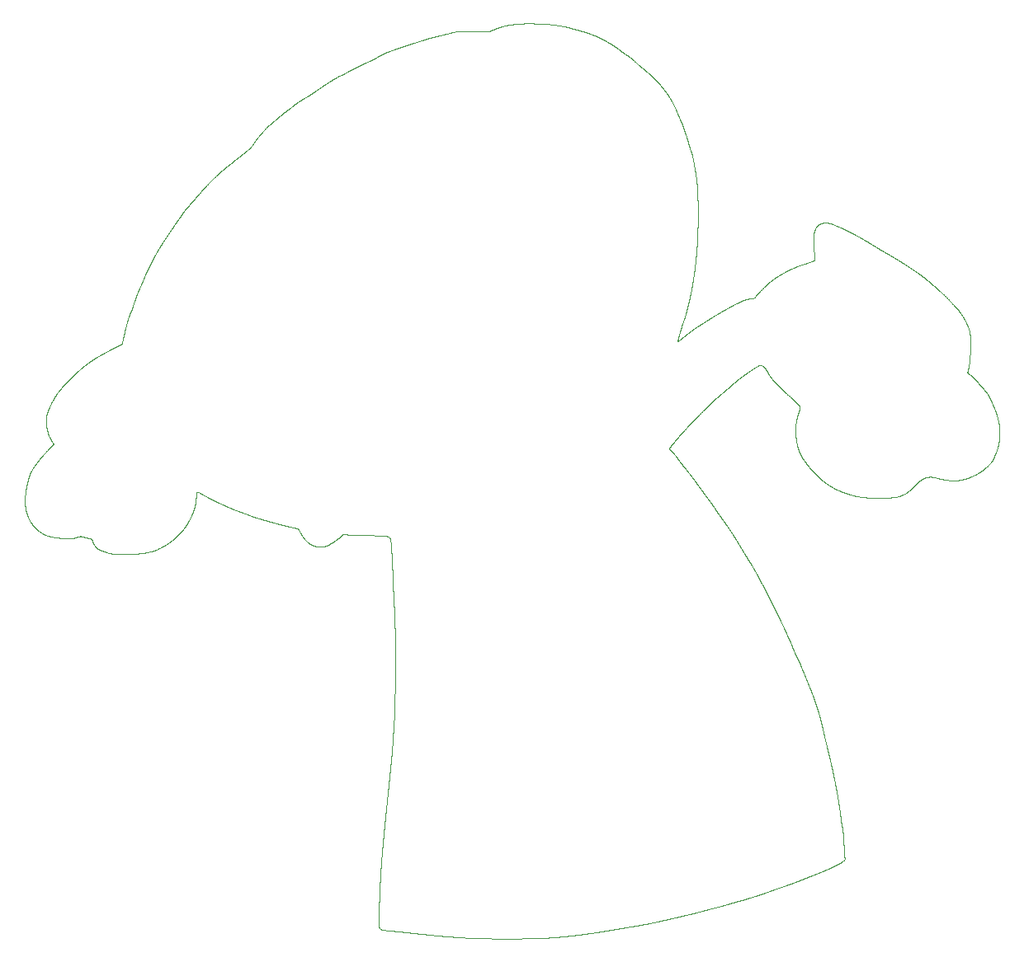
<source format=gbr>
G04 #@! TF.GenerationSoftware,KiCad,Pcbnew,(5.1.2)-1*
G04 #@! TF.CreationDate,2019-06-03T17:34:52+01:00*
G04 #@! TF.ProjectId,Lord Commander,4c6f7264-2043-46f6-9d6d-616e6465722e,rev?*
G04 #@! TF.SameCoordinates,Original*
G04 #@! TF.FileFunction,Profile,NP*
%FSLAX46Y46*%
G04 Gerber Fmt 4.6, Leading zero omitted, Abs format (unit mm)*
G04 Created by KiCad (PCBNEW (5.1.2)-1) date 2019-06-03 17:34:52*
%MOMM*%
%LPD*%
G04 APERTURE LIST*
%ADD10C,0.100000*%
G04 APERTURE END LIST*
D10*
X1996806Y46999984D02*
X1970612Y47000027D01*
X1970612Y47000027D02*
X1944419Y47000038D01*
X1944419Y47000038D02*
X1918251Y47000019D01*
X1918251Y47000019D02*
X1892111Y46999967D01*
X1892111Y46999967D02*
X1866023Y46999885D01*
X1866023Y46999885D02*
X1839617Y46999769D01*
X1839617Y46999769D02*
X1813291Y46999621D01*
X1813291Y46999621D02*
X1787071Y46999442D01*
X1787071Y46999442D02*
X1760610Y46999227D01*
X1760610Y46999227D02*
X1734284Y46998981D01*
X1734284Y46998981D02*
X1708117Y46998704D01*
X1708117Y46998704D02*
X1681764Y46998391D01*
X1681764Y46998391D02*
X1655279Y46998043D01*
X1655279Y46998043D02*
X1629006Y46997663D01*
X1629006Y46997663D02*
X1602971Y46997254D01*
X1602971Y46997254D02*
X1576857Y46996809D01*
X1576857Y46996809D02*
X1550690Y46996329D01*
X1550690Y46996329D02*
X1524496Y46995814D01*
X1524496Y46995814D02*
X1498329Y46995264D01*
X1498329Y46995264D02*
X1472214Y46994680D01*
X1472214Y46994680D02*
X1446153Y46994062D01*
X1446153Y46994062D02*
X1420197Y46993410D01*
X1420197Y46993410D02*
X1393818Y46992711D01*
X1393818Y46992711D02*
X1367598Y46991980D01*
X1367598Y46991980D02*
X1341589Y46991218D01*
X1341589Y46991218D02*
X1315316Y46990410D01*
X1315316Y46990410D02*
X1289308Y46989572D01*
X1289308Y46989572D02*
X1263114Y46988690D01*
X1263114Y46988690D02*
X1236814Y46987765D01*
X1236814Y46987765D02*
X1210462Y46986799D01*
X1210462Y46986799D02*
X1184109Y46985792D01*
X1184109Y46985792D02*
X1157836Y46984746D01*
X1157836Y46984746D02*
X1131669Y46983664D01*
X1131669Y46983664D02*
X1105687Y46982547D01*
X1105687Y46982547D02*
X1079546Y46981382D01*
X1079546Y46981382D02*
X1053352Y46980171D01*
X1053352Y46980171D02*
X1027185Y46978917D01*
X1027185Y46978917D02*
X1001124Y46977624D01*
X1001124Y46977624D02*
X974930Y46976280D01*
X974930Y46976280D02*
X948710Y46974890D01*
X948710Y46974890D02*
X922595Y46973458D01*
X922595Y46973458D02*
X896163Y46971960D01*
X896163Y46971960D02*
X870075Y46970434D01*
X870075Y46970434D02*
X843961Y46968857D01*
X843961Y46968857D02*
X817529Y46967210D01*
X817529Y46967210D02*
X791441Y46965532D01*
X791441Y46965532D02*
X765036Y46963782D01*
X765036Y46963782D02*
X738974Y46962000D01*
X738974Y46962000D02*
X712754Y46960154D01*
X712754Y46960154D02*
X686719Y46958265D01*
X686719Y46958265D02*
X660578Y46956312D01*
X660578Y46956312D02*
X634252Y46954286D01*
X634252Y46954286D02*
X608270Y46952229D01*
X608270Y46952229D02*
X582288Y46950111D01*
X582288Y46950111D02*
X555936Y46947901D01*
X555936Y46947901D02*
X529715Y46945636D01*
X529715Y46945636D02*
X503786Y46943333D01*
X503786Y46943333D02*
X477698Y46940947D01*
X477698Y46940947D02*
X451663Y46938498D01*
X451663Y46938498D02*
X425205Y46935937D01*
X425205Y46935937D02*
X398958Y46933322D01*
X398958Y46933322D02*
X372738Y46930656D01*
X372738Y46930656D02*
X346333Y46927936D01*
X346333Y46927936D02*
X320086Y46925195D01*
X320086Y46925195D02*
X293998Y46922434D01*
X293998Y46922434D02*
X267751Y46919618D01*
X267751Y46919618D02*
X241373Y46916747D01*
X241373Y46916747D02*
X215179Y46913856D01*
X215179Y46913856D02*
X189197Y46910945D01*
X189197Y46910945D02*
X163135Y46907980D01*
X163135Y46907980D02*
X136994Y46904959D01*
X136994Y46904959D02*
X110801Y46901885D01*
X110801Y46901885D02*
X84580Y46898757D01*
X84580Y46898757D02*
X58360Y46895575D01*
X58360Y46895575D02*
X32140Y46892339D01*
X32140Y46892339D02*
X5946Y46889050D01*
X5946Y46889050D02*
X-20221Y46885707D01*
X-20221Y46885707D02*
X-46335Y46882311D01*
X-46335Y46882311D02*
X-72370Y46878862D01*
X-72370Y46878862D02*
X-98326Y46875360D01*
X-98326Y46875360D02*
X-124652Y46871739D01*
X-124652Y46871739D02*
X-150846Y46868067D01*
X-150846Y46868067D02*
X-176907Y46864343D01*
X-176907Y46864343D02*
X-203260Y46860502D01*
X-203260Y46860502D02*
X-229427Y46856610D01*
X-229427Y46856610D02*
X-255409Y46852668D01*
X-255409Y46852668D02*
X-281603Y46848611D01*
X-281603Y46848611D02*
X-307585Y46844505D01*
X-307585Y46844505D02*
X-333726Y46840287D01*
X-333726Y46840287D02*
X-359602Y46836021D01*
X-359602Y46836021D02*
X-385611Y46831645D01*
X-385611Y46831645D02*
X-411699Y46827160D01*
X-411699Y46827160D02*
X-437839Y46822568D01*
X-437839Y46822568D02*
X-464007Y46817871D01*
X-464007Y46817871D02*
X-490174Y46813071D01*
X-490174Y46813071D02*
X-515997Y46808231D01*
X-515997Y46808231D02*
X-542112Y46803230D01*
X-542112Y46803230D02*
X-568147Y46798132D01*
X-568147Y46798132D02*
X-594102Y46792941D01*
X-594102Y46792941D02*
X-619952Y46787658D01*
X-619952Y46787658D02*
X-645670Y46782288D01*
X-645670Y46782288D02*
X-671255Y46776833D01*
X-671255Y46776833D02*
X-697210Y46771178D01*
X-697210Y46771178D02*
X-722954Y46765447D01*
X-722954Y46765447D02*
X-748487Y46759645D01*
X-748487Y46759645D02*
X-774284Y46753660D01*
X-774284Y46753660D02*
X-799816Y46747615D01*
X-799816Y46747615D02*
X-825533Y46741400D01*
X-825533Y46741400D02*
X-850933Y46735137D01*
X-850933Y46735137D02*
X-876439Y46728721D01*
X-876439Y46728721D02*
X-902024Y46722159D01*
X-902024Y46722159D02*
X-927610Y46715464D01*
X-927610Y46715464D02*
X-953195Y46708646D01*
X-953195Y46708646D02*
X-978701Y46701715D01*
X-978701Y46701715D02*
X-1004127Y46694684D01*
X-1004127Y46694684D02*
X-1029395Y46687566D01*
X-1029395Y46687566D02*
X-1054504Y46680372D01*
X-1054504Y46680372D02*
X-1079745Y46673017D01*
X-1079745Y46673017D02*
X-1105039Y46665521D01*
X-1105039Y46665521D02*
X-1130016Y46657998D01*
X-1130016Y46657998D02*
X-1155231Y46650277D01*
X-1155231Y46650277D02*
X-1180604Y46642387D01*
X-1180604Y46642387D02*
X-1205475Y46634532D01*
X-1205475Y46634532D02*
X-1230372Y46626557D01*
X-1230372Y46626557D02*
X-1255190Y46618490D01*
X-1255190Y46618490D02*
X-1280352Y46610203D01*
X-1280352Y46610203D02*
X-1305223Y46601898D01*
X-1305223Y46601898D02*
X-1330173Y46593456D01*
X-1330173Y46593456D02*
X-1355070Y46584926D01*
X-1355070Y46584926D02*
X-1380179Y46576220D01*
X-1380179Y46576220D02*
X-1404918Y46567536D01*
X-1404918Y46567536D02*
X-1429895Y46558675D01*
X-1429895Y46558675D02*
X-1454527Y46549841D01*
X-1454527Y46549841D02*
X-1479239Y46540878D01*
X-1479239Y46540878D02*
X-1503766Y46531892D01*
X-1503766Y46531892D02*
X-1528372Y46522794D01*
X-1528372Y46522794D02*
X-1553137Y46513550D01*
X-1553137Y46513550D02*
X-1577982Y46504184D01*
X-1577982Y46504184D02*
X-1602747Y46494774D01*
X-1602747Y46494774D02*
X-1627406Y46485321D01*
X-1627406Y46485321D02*
X-1651986Y46475824D01*
X-1651986Y46475824D02*
X-1676539Y46466263D01*
X-1676539Y46466263D02*
X-1701172Y46456602D01*
X-1701172Y46456602D02*
X-1725672Y46446931D01*
X-1725672Y46446931D02*
X-1750040Y46437238D01*
X-1750040Y46437238D02*
X-1774594Y46427410D01*
X-1774594Y46427410D02*
X-1798882Y46417638D01*
X-1798882Y46417638D02*
X-1823012Y46407931D01*
X-1823012Y46407931D02*
X-1847381Y46398134D01*
X-1847381Y46398134D02*
X-1871802Y46388312D01*
X-1871802Y46388312D02*
X-1896170Y46378510D01*
X-1896170Y46378510D02*
X-1920353Y46368781D01*
X-1920353Y46368781D02*
X-1944430Y46359094D01*
X-1944430Y46359094D02*
X-1968586Y46349385D01*
X-1968586Y46349385D02*
X-1992954Y46339582D01*
X-1992954Y46339582D02*
X-2017270Y46329803D01*
X-2017270Y46329803D02*
X-2041241Y46320159D01*
X-2041241Y46320159D02*
X-2065424Y46310434D01*
X-2065424Y46310434D02*
X-2089421Y46300780D01*
X-2089421Y46300780D02*
X-2113551Y46291074D01*
X-2113551Y46291074D02*
X-2137893Y46281286D01*
X-2137893Y46281286D02*
X-2162288Y46271477D01*
X-2162288Y46271477D02*
X-2186338Y46261802D01*
X-2186338Y46261802D02*
X-2210653Y46252029D01*
X-2210653Y46252029D02*
X-2235048Y46242223D01*
X-2235048Y46242223D02*
X-2259469Y46232406D01*
X-2259469Y46232406D02*
X-2283440Y46222763D01*
X-2283440Y46222763D02*
X-2307835Y46212953D01*
X-2307835Y46212953D02*
X-2334214Y46213020D01*
X-2334214Y46213020D02*
X-2360720Y46213087D01*
X-2360720Y46213087D02*
X-2386993Y46213153D01*
X-2386993Y46213153D02*
X-2413637Y46213220D01*
X-2413637Y46213220D02*
X-2439830Y46213287D01*
X-2439830Y46213287D02*
X-2466209Y46213353D01*
X-2466209Y46213353D02*
X-2492615Y46213420D01*
X-2492615Y46213420D02*
X-2519047Y46213487D01*
X-2519047Y46213487D02*
X-2545576Y46213554D01*
X-2545576Y46213554D02*
X-2572035Y46213620D01*
X-2572035Y46213620D02*
X-2598255Y46213687D01*
X-2598255Y46213687D02*
X-2624848Y46213754D01*
X-2624848Y46213754D02*
X-2650989Y46213820D01*
X-2650989Y46213820D02*
X-2677315Y46213886D01*
X-2677315Y46213886D02*
X-2703773Y46213953D01*
X-2703773Y46213953D02*
X-2730293Y46214020D01*
X-2730293Y46214020D02*
X-2756817Y46214087D01*
X-2756817Y46214087D02*
X-2783294Y46214154D01*
X-2783294Y46214154D02*
X-2809673Y46214221D01*
X-2809673Y46214221D02*
X-2835919Y46214287D01*
X-2835919Y46214287D02*
X-2862351Y46214354D01*
X-2862351Y46214354D02*
X-2888918Y46214421D01*
X-2888918Y46214421D02*
X-2915244Y46214487D01*
X-2915244Y46214487D02*
X-2941623Y46214554D01*
X-2941623Y46214554D02*
X-2968029Y46214620D01*
X-2968029Y46214620D02*
X-2994408Y46214687D01*
X-2994408Y46214687D02*
X-3020734Y46214753D01*
X-3020734Y46214753D02*
X-3047282Y46214820D01*
X-3047282Y46214820D02*
X-3073687Y46214887D01*
X-3073687Y46214887D02*
X-3099907Y46214953D01*
X-3099907Y46214953D02*
X-3126234Y46215020D01*
X-3126234Y46215020D02*
X-3152612Y46215087D01*
X-3152612Y46215087D02*
X-3178991Y46215153D01*
X-3178991Y46215153D02*
X-3205317Y46215220D01*
X-3205317Y46215220D02*
X-3231538Y46215286D01*
X-3231538Y46215286D02*
X-3258142Y46215353D01*
X-3258142Y46215353D02*
X-3284521Y46215420D01*
X-3284521Y46215420D02*
X-3311122Y46215487D01*
X-3311122Y46215487D02*
X-3337368Y46215553D01*
X-3337368Y46215553D02*
X-3363694Y46215619D01*
X-3363694Y46215619D02*
X-3389994Y46215686D01*
X-3389994Y46215686D02*
X-3416635Y46215753D01*
X-3416635Y46215753D02*
X-3443040Y46215820D01*
X-3443040Y46215820D02*
X-3469541Y46215887D01*
X-3469541Y46215887D02*
X-3495999Y46215954D01*
X-3495999Y46215954D02*
X-3522632Y46216021D01*
X-3522632Y46216021D02*
X-3549260Y46216088D01*
X-3549260Y46216088D02*
X-3575692Y46216155D01*
X-3575692Y46216155D02*
X-3602071Y46216221D01*
X-3602071Y46216221D02*
X-3628476Y46216288D01*
X-3628476Y46216288D02*
X-3654882Y46216355D01*
X-3654882Y46216355D02*
X-3681181Y46216421D01*
X-3681181Y46216421D02*
X-3707507Y46216488D01*
X-3707507Y46216488D02*
X-3733780Y46216554D01*
X-3733780Y46216554D02*
X-3760186Y46216621D01*
X-3760186Y46216621D02*
X-3786565Y46216687D01*
X-3786565Y46216687D02*
X-3813081Y46216754D01*
X-3813081Y46216754D02*
X-3839301Y46216820D01*
X-3839301Y46216820D02*
X-3865680Y46216887D01*
X-3865680Y46216887D02*
X-3892173Y46216954D01*
X-3892173Y46216954D02*
X-3918579Y46217021D01*
X-3918579Y46217021D02*
X-3945010Y46217087D01*
X-3945010Y46217087D02*
X-3971336Y46217146D01*
X-3971336Y46217146D02*
X-3997819Y46217205D01*
X-3997819Y46217205D02*
X-4024428Y46217262D01*
X-4024428Y46217262D02*
X-4050595Y46217317D01*
X-4050595Y46217317D02*
X-4076868Y46217371D01*
X-4076868Y46217371D02*
X-4103221Y46217423D01*
X-4103221Y46217423D02*
X-4129653Y46217472D01*
X-4129653Y46217472D02*
X-4156140Y46217519D01*
X-4156140Y46217519D02*
X-4182662Y46217563D01*
X-4182662Y46217563D02*
X-4209200Y46217603D01*
X-4209200Y46217603D02*
X-4235735Y46217639D01*
X-4235735Y46217639D02*
X-4262251Y46217670D01*
X-4262251Y46217670D02*
X-4288736Y46217697D01*
X-4288736Y46217697D02*
X-4315168Y46217719D01*
X-4315168Y46217719D02*
X-4341520Y46217734D01*
X-4341520Y46217734D02*
X-4367793Y46217743D01*
X-4367793Y46217743D02*
X-4393987Y46217745D01*
X-4393987Y46217745D02*
X-4420491Y46217739D01*
X-4420491Y46217739D02*
X-4446843Y46217724D01*
X-4446843Y46217724D02*
X-4473063Y46217701D01*
X-4473063Y46217701D02*
X-4499495Y46217667D01*
X-4499495Y46217667D02*
X-4526131Y46217622D01*
X-4526131Y46217622D02*
X-4552536Y46217566D01*
X-4552536Y46217566D02*
X-4578730Y46217497D01*
X-4578730Y46217497D02*
X-4605029Y46217414D01*
X-4605029Y46217414D02*
X-4631408Y46217316D01*
X-4631408Y46217316D02*
X-4657867Y46217201D01*
X-4657867Y46217201D02*
X-4684333Y46217069D01*
X-4684333Y46217069D02*
X-4710791Y46216917D01*
X-4710791Y46216917D02*
X-4737223Y46216745D01*
X-4737223Y46216745D02*
X-4763576Y46216551D01*
X-4763576Y46216551D02*
X-4789849Y46216334D01*
X-4789849Y46216334D02*
X-4815990Y46216092D01*
X-4815990Y46216092D02*
X-4842567Y46215817D01*
X-4842567Y46215817D02*
X-4868946Y46215515D01*
X-4868946Y46215515D02*
X-4895113Y46215185D01*
X-4895113Y46215185D02*
X-4921572Y46214814D01*
X-4921572Y46214814D02*
X-4947739Y46214409D01*
X-4947739Y46214409D02*
X-4974091Y46213962D01*
X-4974091Y46213962D02*
X-5000592Y46213467D01*
X-5000592Y46213467D02*
X-5027175Y46212922D01*
X-5027175Y46212922D02*
X-5053342Y46212335D01*
X-5053342Y46212335D02*
X-5079509Y46211692D01*
X-5079509Y46211692D02*
X-5105650Y46210994D01*
X-5105650Y46210994D02*
X-5132109Y46210221D01*
X-5132109Y46210221D02*
X-5158408Y46209385D01*
X-5158408Y46209385D02*
X-5184896Y46208467D01*
X-5184896Y46208467D02*
X-5211142Y46207477D01*
X-5211142Y46207477D02*
X-5237468Y46206400D01*
X-5237468Y46206400D02*
X-5263794Y46205231D01*
X-5263794Y46205231D02*
X-5290398Y46203948D01*
X-5290398Y46203948D02*
X-5316565Y46202580D01*
X-5316565Y46202580D02*
X-5342892Y46201090D01*
X-5342892Y46201090D02*
X-5369297Y46199474D01*
X-5369297Y46199474D02*
X-5395702Y46197725D01*
X-5395702Y46197725D02*
X-5422055Y46195841D01*
X-5422055Y46195841D02*
X-5448328Y46193817D01*
X-5448328Y46193817D02*
X-5474442Y46191653D01*
X-5474442Y46191653D02*
X-5500821Y46189300D01*
X-5500821Y46189300D02*
X-5526962Y46186803D01*
X-5526962Y46186803D02*
X-5553235Y46184112D01*
X-5553235Y46184112D02*
X-5579588Y46181227D01*
X-5579588Y46181227D02*
X-5605940Y46178148D01*
X-5605940Y46178148D02*
X-5632240Y46174875D01*
X-5632240Y46174875D02*
X-5658434Y46171411D01*
X-5658434Y46171411D02*
X-5684839Y46167711D01*
X-5684839Y46167711D02*
X-5710742Y46163879D01*
X-5710742Y46163879D02*
X-5736777Y46159826D01*
X-5736777Y46159826D02*
X-5762865Y46155560D01*
X-5762865Y46155560D02*
X-5788953Y46151093D01*
X-5788953Y46151093D02*
X-5814988Y46146438D01*
X-5814988Y46146438D02*
X-5840917Y46141614D01*
X-5840917Y46141614D02*
X-5866687Y46136637D01*
X-5866687Y46136637D02*
X-5892749Y46131432D01*
X-5892749Y46131432D02*
X-5918519Y46126121D01*
X-5918519Y46126121D02*
X-5944395Y46120635D01*
X-5944395Y46120635D02*
X-5970271Y46115006D01*
X-5970271Y46115006D02*
X-5996042Y46109268D01*
X-5996042Y46109268D02*
X-6021971Y46103372D01*
X-6021971Y46103372D02*
X-6047900Y46097364D01*
X-6047900Y46097364D02*
X-6073671Y46091293D01*
X-6073671Y46091293D02*
X-6099124Y46085208D01*
X-6099124Y46085208D02*
X-6124682Y46079016D01*
X-6124682Y46079016D02*
X-6150082Y46072790D01*
X-6150082Y46072790D02*
X-6175588Y46066479D01*
X-6175588Y46066479D02*
X-6201279Y46060064D01*
X-6201279Y46060064D02*
X-6227103Y46053567D01*
X-6227103Y46053567D02*
X-6252503Y46047140D01*
X-6252503Y46047140D02*
X-6278273Y46040586D01*
X-6278273Y46040586D02*
X-6303964Y46034017D01*
X-6303964Y46034017D02*
X-6329417Y46027490D01*
X-6329417Y46027490D02*
X-6355055Y46020897D01*
X-6355055Y46020897D02*
X-6380614Y46014303D01*
X-6380614Y46014303D02*
X-6405934Y46007761D01*
X-6405934Y46007761D02*
X-6431758Y46001082D01*
X-6431758Y46001082D02*
X-6456893Y45994586D01*
X-6456893Y45994586D02*
X-6482214Y45988054D01*
X-6482214Y45988054D02*
X-6507376Y45981582D01*
X-6507376Y45981582D02*
X-6532670Y45975088D01*
X-6532670Y45975088D02*
X-6558070Y45968580D01*
X-6558070Y45968580D02*
X-6583232Y45962149D01*
X-6583232Y45962149D02*
X-6608446Y45955715D01*
X-6608446Y45955715D02*
X-6633688Y45949285D01*
X-6633688Y45949285D02*
X-6658929Y45942866D01*
X-6658929Y45942866D02*
X-6684144Y45936462D01*
X-6684144Y45936462D02*
X-6709332Y45930082D01*
X-6709332Y45930082D02*
X-6734441Y45923730D01*
X-6734441Y45923730D02*
X-6759762Y45917335D01*
X-6759762Y45917335D02*
X-6785241Y45910909D01*
X-6785241Y45910909D02*
X-6810271Y45904607D01*
X-6810271Y45904607D02*
X-6835406Y45898286D01*
X-6835406Y45898286D02*
X-6860621Y45891956D01*
X-6860621Y45891956D02*
X-6885889Y45885626D01*
X-6885889Y45885626D02*
X-6911156Y45879305D01*
X-6911156Y45879305D02*
X-6936371Y45873002D01*
X-6936371Y45873002D02*
X-6961533Y45866727D01*
X-6961533Y45866727D02*
X-6986589Y45860487D01*
X-6986589Y45860487D02*
X-7011989Y45854169D01*
X-7011989Y45854169D02*
X-7037177Y45847910D01*
X-7037177Y45847910D02*
X-7062604Y45841603D01*
X-7062604Y45841603D02*
X-7087739Y45835376D01*
X-7087739Y45835376D02*
X-7113007Y45829129D01*
X-7113007Y45829129D02*
X-7138328Y45822879D01*
X-7138328Y45822879D02*
X-7163622Y45816644D01*
X-7163622Y45816644D02*
X-7188836Y45810437D01*
X-7188836Y45810437D02*
X-7213919Y45804277D01*
X-7213919Y45804277D02*
X-7239160Y45798086D01*
X-7239160Y45798086D02*
X-7264454Y45791892D01*
X-7264454Y45791892D02*
X-7289696Y45785717D01*
X-7289696Y45785717D02*
X-7314805Y45779586D01*
X-7314805Y45779586D02*
X-7340019Y45773445D01*
X-7340019Y45773445D02*
X-7365181Y45767326D01*
X-7365181Y45767326D02*
X-7390714Y45761126D01*
X-7390714Y45761126D02*
X-7415902Y45755021D01*
X-7415902Y45755021D02*
X-7441143Y45748919D01*
X-7441143Y45748919D02*
X-7466252Y45742864D01*
X-7466252Y45742864D02*
X-7491467Y45736796D01*
X-7491467Y45736796D02*
X-7516946Y45730679D01*
X-7516946Y45730679D02*
X-7542373Y45724592D01*
X-7542373Y45724592D02*
X-7567773Y45718524D01*
X-7567773Y45718524D02*
X-7593120Y45712487D01*
X-7593120Y45712487D02*
X-7618546Y45706447D01*
X-7618546Y45706447D02*
X-7643788Y45700473D01*
X-7643788Y45700473D02*
X-7669161Y45694487D01*
X-7669161Y45694487D02*
X-7694614Y45688505D01*
X-7694614Y45688505D02*
X-7720093Y45682540D01*
X-7720093Y45682540D02*
X-7745335Y45676658D01*
X-7745335Y45676658D02*
X-7770761Y45670764D01*
X-7770761Y45670764D02*
X-7796373Y45664864D01*
X-7796373Y45664864D02*
X-7821588Y45659097D01*
X-7821588Y45659097D02*
X-7847146Y45653300D01*
X-7847146Y45653300D02*
X-7872705Y45647515D01*
X-7872705Y45647515D02*
X-7898343Y45641680D01*
X-7898343Y45641680D02*
X-7924061Y45635791D01*
X-7924061Y45635791D02*
X-7949461Y45629932D01*
X-7949461Y45629932D02*
X-7974940Y45624008D01*
X-7974940Y45624008D02*
X-8000525Y45618010D01*
X-8000525Y45618010D02*
X-8026216Y45611933D01*
X-8026216Y45611933D02*
X-8052040Y45605768D01*
X-8052040Y45605768D02*
X-8077651Y45599589D01*
X-8077651Y45599589D02*
X-8103078Y45593385D01*
X-8103078Y45593385D02*
X-8128716Y45587063D01*
X-8128716Y45587063D02*
X-8154248Y45580696D01*
X-8154248Y45580696D02*
X-8179701Y45574273D01*
X-8179701Y45574273D02*
X-8205445Y45567704D01*
X-8205445Y45567704D02*
X-8230871Y45561141D01*
X-8230871Y45561141D02*
X-8256324Y45554495D01*
X-8256324Y45554495D02*
X-8281857Y45547759D01*
X-8281857Y45547759D02*
X-8307177Y45541007D01*
X-8307177Y45541007D02*
X-8332604Y45534153D01*
X-8332604Y45534153D02*
X-8358163Y45527192D01*
X-8358163Y45527192D02*
X-8383589Y45520201D01*
X-8383589Y45520201D02*
X-8408883Y45513178D01*
X-8408883Y45513178D02*
X-8434071Y45506121D01*
X-8434071Y45506121D02*
X-8459180Y45499029D01*
X-8459180Y45499029D02*
X-8484501Y45491819D01*
X-8484501Y45491819D02*
X-8510060Y45484488D01*
X-8510060Y45484488D02*
X-8535566Y45477123D01*
X-8535566Y45477123D02*
X-8560992Y45469723D01*
X-8560992Y45469723D02*
X-8586392Y45462292D01*
X-8586392Y45462292D02*
X-8611739Y45454830D01*
X-8611739Y45454830D02*
X-8637033Y45447340D01*
X-8637033Y45447340D02*
X-8662275Y45439827D01*
X-8662275Y45439827D02*
X-8687463Y45432291D01*
X-8687463Y45432291D02*
X-8712598Y45424736D01*
X-8712598Y45424736D02*
X-8737681Y45417166D01*
X-8737681Y45417166D02*
X-8762684Y45409584D01*
X-8762684Y45409584D02*
X-8787634Y45401993D01*
X-8787634Y45401993D02*
X-8812796Y45394310D01*
X-8812796Y45394310D02*
X-8838143Y45386538D01*
X-8838143Y45386538D02*
X-8863411Y45378769D01*
X-8863411Y45378769D02*
X-8888573Y45371006D01*
X-8888573Y45371006D02*
X-8913655Y45363252D01*
X-8913655Y45363252D02*
X-8938605Y45355512D01*
X-8938605Y45355512D02*
X-8963714Y45347702D01*
X-8963714Y45347702D02*
X-8988982Y45339828D01*
X-8988982Y45339828D02*
X-9014117Y45331979D01*
X-9014117Y45331979D02*
X-9039094Y45324159D01*
X-9039094Y45324159D02*
X-9064203Y45316287D01*
X-9064203Y45316287D02*
X-9089418Y45308367D01*
X-9089418Y45308367D02*
X-9114447Y45300489D01*
X-9114447Y45300489D02*
X-9139556Y45292571D01*
X-9139556Y45292571D02*
X-9164745Y45284619D01*
X-9164745Y45284619D02*
X-9189721Y45276721D01*
X-9189721Y45276721D02*
X-9214989Y45268715D01*
X-9214989Y45268715D02*
X-9240045Y45260771D01*
X-9240045Y45260771D02*
X-9265366Y45252730D01*
X-9265366Y45252730D02*
X-9290422Y45244761D01*
X-9290422Y45244761D02*
X-9315716Y45236707D01*
X-9315716Y45236707D02*
X-9340746Y45228732D01*
X-9340746Y45228732D02*
X-9365960Y45220684D01*
X-9365960Y45220684D02*
X-9390884Y45212725D01*
X-9390884Y45212725D02*
X-9415993Y45204704D01*
X-9415993Y45204704D02*
X-9441234Y45196629D01*
X-9441234Y45196629D02*
X-9466132Y45188656D01*
X-9466132Y45188656D02*
X-9491135Y45180641D01*
X-9491135Y45180641D02*
X-9516244Y45172592D01*
X-9516244Y45172592D02*
X-9541406Y45164517D01*
X-9541406Y45164517D02*
X-9566620Y45156422D01*
X-9566620Y45156422D02*
X-9591835Y45148318D01*
X-9591835Y45148318D02*
X-9617050Y45140211D01*
X-9617050Y45140211D02*
X-9642238Y45132109D01*
X-9642238Y45132109D02*
X-9667347Y45124021D01*
X-9667347Y45124021D02*
X-9692403Y45115954D01*
X-9692403Y45115954D02*
X-9717354Y45107917D01*
X-9717354Y45107917D02*
X-9742542Y45099793D01*
X-9742542Y45099793D02*
X-9767571Y45091718D01*
X-9767571Y45091718D02*
X-9792416Y45083701D01*
X-9792416Y45083701D02*
X-9817392Y45075632D01*
X-9817392Y45075632D02*
X-9842475Y45067528D01*
X-9842475Y45067528D02*
X-9867610Y45059403D01*
X-9867610Y45059403D02*
X-9892772Y45051272D01*
X-9892772Y45051272D02*
X-9917881Y45043152D01*
X-9917881Y45043152D02*
X-9942911Y45035056D01*
X-9942911Y45035056D02*
X-9967808Y45026999D01*
X-9967808Y45026999D02*
X-9992838Y45018900D01*
X-9992838Y45018900D02*
X-10017920Y45010782D01*
X-10017920Y45010782D02*
X-10042685Y45002757D01*
X-10042685Y45002757D02*
X-10067662Y44994666D01*
X-10067662Y44994666D02*
X-10092744Y44986540D01*
X-10092744Y44986540D02*
X-10117827Y44978409D01*
X-10117827Y44978409D02*
X-10142830Y44970304D01*
X-10142830Y44970304D02*
X-10167648Y44962254D01*
X-10167648Y44962254D02*
X-10192651Y44954147D01*
X-10192651Y44954147D02*
X-10217654Y44946030D01*
X-10217654Y44946030D02*
X-10242551Y44937950D01*
X-10242551Y44937950D02*
X-10267581Y44929829D01*
X-10267581Y44929829D02*
X-10292531Y44921731D01*
X-10292531Y44921731D02*
X-10317534Y44913610D01*
X-10317534Y44913610D02*
X-10342379Y44905543D01*
X-10342379Y44905543D02*
X-10367673Y44897329D01*
X-10367673Y44897329D02*
X-10392491Y44889270D01*
X-10392491Y44889270D02*
X-10417520Y44881139D01*
X-10417520Y44881139D02*
X-10442709Y44872957D01*
X-10442709Y44872957D02*
X-10467844Y44864793D01*
X-10467844Y44864793D02*
X-10492900Y44856646D01*
X-10492900Y44856646D02*
X-10517903Y44848516D01*
X-10517903Y44848516D02*
X-10542906Y44840386D01*
X-10542906Y44840386D02*
X-10568015Y44832224D01*
X-10568015Y44832224D02*
X-10592992Y44824104D01*
X-10592992Y44824104D02*
X-10617863Y44816019D01*
X-10617863Y44816019D02*
X-10642919Y44807872D01*
X-10642919Y44807872D02*
X-10667843Y44799766D01*
X-10667843Y44799766D02*
X-10693190Y44791513D01*
X-10693190Y44791513D02*
X-10718272Y44783340D01*
X-10718272Y44783340D02*
X-10743434Y44775136D01*
X-10743434Y44775136D02*
X-10768675Y44766904D01*
X-10768675Y44766904D02*
X-10793652Y44758752D01*
X-10793652Y44758752D02*
X-10819026Y44750468D01*
X-10819026Y44750468D02*
X-10844108Y44742268D01*
X-10844108Y44742268D02*
X-10869244Y44734045D01*
X-10869244Y44734045D02*
X-10894432Y44725803D01*
X-10894432Y44725803D02*
X-10919329Y44717644D01*
X-10919329Y44717644D02*
X-10944570Y44709367D01*
X-10944570Y44709367D02*
X-10969547Y44701176D01*
X-10969547Y44701176D02*
X-10994841Y44692873D01*
X-10994841Y44692873D02*
X-11019844Y44684658D01*
X-11019844Y44684658D02*
X-11045139Y44676336D01*
X-11045139Y44676336D02*
X-11070142Y44668103D01*
X-11070142Y44668103D02*
X-11095436Y44659771D01*
X-11095436Y44659771D02*
X-11120412Y44651529D01*
X-11120412Y44651529D02*
X-11145654Y44643193D01*
X-11145654Y44643193D02*
X-11170604Y44634949D01*
X-11170604Y44634949D02*
X-11195792Y44626616D01*
X-11195792Y44626616D02*
X-11220663Y44618377D01*
X-11220663Y44618377D02*
X-11245772Y44610054D01*
X-11245772Y44610054D02*
X-11271093Y44601653D01*
X-11271093Y44601653D02*
X-11296096Y44593349D01*
X-11296096Y44593349D02*
X-11321284Y44584971D01*
X-11321284Y44584971D02*
X-11346155Y44576693D01*
X-11346155Y44576693D02*
X-11371211Y44568345D01*
X-11371211Y44568345D02*
X-11396426Y44559933D01*
X-11396426Y44559933D02*
X-11421297Y44551623D01*
X-11421297Y44551623D02*
X-11446300Y44543253D01*
X-11446300Y44543253D02*
X-11471435Y44534829D01*
X-11471435Y44534829D02*
X-11496703Y44526352D01*
X-11496703Y44526352D02*
X-11521600Y44517984D01*
X-11521600Y44517984D02*
X-11546603Y44509569D01*
X-11546603Y44509569D02*
X-11571712Y44501110D01*
X-11571712Y44501110D02*
X-11596901Y44492613D01*
X-11596901Y44492613D02*
X-11622142Y44484082D01*
X-11622142Y44484082D02*
X-11647013Y44475664D01*
X-11647013Y44475664D02*
X-11671936Y44467215D01*
X-11671936Y44467215D02*
X-11696887Y44458739D01*
X-11696887Y44458739D02*
X-11721863Y44450239D01*
X-11721863Y44450239D02*
X-11746866Y44441720D01*
X-11746866Y44441720D02*
X-11771870Y44433184D01*
X-11771870Y44433184D02*
X-11796873Y44424635D01*
X-11796873Y44424635D02*
X-11821849Y44416077D01*
X-11821849Y44416077D02*
X-11846800Y44407512D01*
X-11846800Y44407512D02*
X-11871697Y44398945D01*
X-11871697Y44398945D02*
X-11896541Y44390377D01*
X-11896541Y44390377D02*
X-11921703Y44381689D01*
X-11921703Y44381689D02*
X-11946786Y44373012D01*
X-11946786Y44373012D02*
X-11971762Y44364346D01*
X-11971762Y44364346D02*
X-11996977Y44355579D01*
X-11996977Y44355579D02*
X-12021742Y44346950D01*
X-12021742Y44346950D02*
X-12046719Y44338226D01*
X-12046719Y44338226D02*
X-12071854Y44329418D01*
X-12071854Y44329418D02*
X-12096831Y44320642D01*
X-12096831Y44320642D02*
X-12121649Y44311903D01*
X-12121649Y44311903D02*
X-12146599Y44303092D01*
X-12146599Y44303092D02*
X-12171655Y44294221D01*
X-12171655Y44294221D02*
X-12196790Y44285294D01*
X-12196790Y44285294D02*
X-12221688Y44276420D01*
X-12221688Y44276420D02*
X-12246373Y44267601D01*
X-12246373Y44267601D02*
X-12271085Y44258743D01*
X-12271085Y44258743D02*
X-12295824Y44249850D01*
X-12295824Y44249850D02*
X-12320562Y44240928D01*
X-12320562Y44240928D02*
X-12345275Y44231985D01*
X-12345275Y44231985D02*
X-12369934Y44223027D01*
X-12369934Y44223027D02*
X-12395016Y44213880D01*
X-12395016Y44213880D02*
X-12419993Y44204736D01*
X-12419993Y44204736D02*
X-12444864Y44195600D01*
X-12444864Y44195600D02*
X-12469602Y44186477D01*
X-12469602Y44186477D02*
X-12494632Y44177209D01*
X-12494632Y44177209D02*
X-12519450Y44167972D01*
X-12519450Y44167972D02*
X-12544082Y44158770D01*
X-12544082Y44158770D02*
X-12568900Y44149451D01*
X-12568900Y44149451D02*
X-12593877Y44140032D01*
X-12593877Y44140032D02*
X-12618563Y44130674D01*
X-12618563Y44130674D02*
X-12643354Y44121233D01*
X-12643354Y44121233D02*
X-12667828Y44111867D01*
X-12667828Y44111867D02*
X-12692328Y44102437D01*
X-12692328Y44102437D02*
X-12716829Y44092960D01*
X-12716829Y44092960D02*
X-12741276Y44083443D01*
X-12741276Y44083443D02*
X-12765988Y44073773D01*
X-12765988Y44073773D02*
X-12790568Y44064091D01*
X-12790568Y44064091D02*
X-12815307Y44054291D01*
X-12815307Y44054291D02*
X-12839834Y44044510D01*
X-12839834Y44044510D02*
X-12864440Y44034638D01*
X-12864440Y44034638D02*
X-12889046Y44024698D01*
X-12889046Y44024698D02*
X-12913335Y44014815D01*
X-12913335Y44014815D02*
X-12937809Y44004785D01*
X-12937809Y44004785D02*
X-12962389Y43994633D01*
X-12962389Y43994633D02*
X-12987021Y43984383D01*
X-12987021Y43984383D02*
X-13011628Y43974062D01*
X-13011628Y43974062D02*
X-13036128Y43963690D01*
X-13036128Y43963690D02*
X-13060496Y43953292D01*
X-13060496Y43953292D02*
X-13084653Y43942888D01*
X-13084653Y43942888D02*
X-13108968Y43932329D01*
X-13108968Y43932329D02*
X-13132939Y43921814D01*
X-13132939Y43921814D02*
X-13157254Y43911048D01*
X-13157254Y43911048D02*
X-13181437Y43900235D01*
X-13181437Y43900235D02*
X-13205435Y43889406D01*
X-13205435Y43889406D02*
X-13229433Y43878452D01*
X-13229433Y43878452D02*
X-13253351Y43867421D01*
X-13253351Y43867421D02*
X-13277349Y43856232D01*
X-13277349Y43856232D02*
X-13301293Y43844945D01*
X-13301293Y43844945D02*
X-13325291Y43833499D01*
X-13325291Y43833499D02*
X-13349183Y43821971D01*
X-13349183Y43821971D02*
X-13372810Y43810427D01*
X-13372810Y43810427D02*
X-13396464Y43798738D01*
X-13396464Y43798738D02*
X-13420277Y43786813D01*
X-13420277Y43786813D02*
X-13443666Y43774952D01*
X-13443666Y43774952D02*
X-13467081Y43762916D01*
X-13467081Y43762916D02*
X-13490550Y43750703D01*
X-13490550Y43750703D02*
X-13513966Y43738350D01*
X-13513966Y43738350D02*
X-13537196Y43725927D01*
X-13537196Y43725927D02*
X-13560479Y43713312D01*
X-13560479Y43713312D02*
X-13583604Y43700607D01*
X-13583604Y43700607D02*
X-13606914Y43687618D01*
X-13606914Y43687618D02*
X-13630012Y43674569D01*
X-13630012Y43674569D02*
X-13653189Y43661290D01*
X-13653189Y43661290D02*
X-13676208Y43647902D01*
X-13676208Y43647902D02*
X-13698645Y43634678D01*
X-13698645Y43634678D02*
X-13721399Y43621084D01*
X-13721399Y43621084D02*
X-13743941Y43607426D01*
X-13743941Y43607426D02*
X-13766299Y43593863D01*
X-13766299Y43593863D02*
X-13788418Y43580576D01*
X-13788418Y43580576D02*
X-13810855Y43567209D01*
X-13810855Y43567209D02*
X-13833212Y43554001D01*
X-13833212Y43554001D02*
X-13855410Y43540984D01*
X-13855410Y43540984D02*
X-13877715Y43528014D01*
X-13877715Y43528014D02*
X-13900310Y43514967D01*
X-13900310Y43514967D02*
X-13923091Y43501902D01*
X-13923091Y43501902D02*
X-13945660Y43489038D01*
X-13945660Y43489038D02*
X-13968493Y43476113D01*
X-13968493Y43476113D02*
X-13990956Y43463487D01*
X-13990956Y43463487D02*
X-14013446Y43450920D01*
X-14013446Y43450920D02*
X-14036332Y43438222D01*
X-14036332Y43438222D02*
X-14058954Y43425747D01*
X-14058954Y43425747D02*
X-14081629Y43413325D01*
X-14081629Y43413325D02*
X-14104568Y43400842D01*
X-14104568Y43400842D02*
X-14127508Y43388436D01*
X-14127508Y43388436D02*
X-14150236Y43376233D01*
X-14150236Y43376233D02*
X-14173175Y43364015D01*
X-14173175Y43364015D02*
X-14196247Y43351823D01*
X-14196247Y43351823D02*
X-14219318Y43339736D01*
X-14219318Y43339736D02*
X-14242628Y43327629D01*
X-14242628Y43327629D02*
X-14265753Y43315733D01*
X-14265753Y43315733D02*
X-14289142Y43303832D01*
X-14289142Y43303832D02*
X-14312399Y43292146D01*
X-14312399Y43292146D02*
X-14335894Y43280512D01*
X-14335894Y43280512D02*
X-14359177Y43269169D01*
X-14359177Y43269169D02*
X-14382778Y43257895D01*
X-14382778Y43257895D02*
X-14406405Y43246886D01*
X-14406405Y43246886D02*
X-14429688Y43236382D01*
X-14429688Y43236382D02*
X-14454004Y43225571D01*
X-14454004Y43225571D02*
X-14477948Y43214834D01*
X-14477948Y43214834D02*
X-14502237Y43203862D01*
X-14502237Y43203862D02*
X-14526288Y43192938D01*
X-14526288Y43192938D02*
X-14550444Y43181904D01*
X-14550444Y43181904D02*
X-14574627Y43170808D01*
X-14574627Y43170808D02*
X-14598757Y43159687D01*
X-14598757Y43159687D02*
X-14622755Y43148583D01*
X-14622755Y43148583D02*
X-14646567Y43137526D01*
X-14646567Y43137526D02*
X-14670697Y43126294D01*
X-14670697Y43126294D02*
X-14694536Y43115161D01*
X-14694536Y43115161D02*
X-14718613Y43103889D01*
X-14718613Y43103889D02*
X-14742347Y43092756D01*
X-14742347Y43092756D02*
X-14766238Y43081516D01*
X-14766238Y43081516D02*
X-14790289Y43070184D01*
X-14790289Y43070184D02*
X-14814181Y43058902D01*
X-14814181Y43058902D02*
X-14837888Y43047687D01*
X-14837888Y43047687D02*
X-14861674Y43036413D01*
X-14861674Y43036413D02*
X-14885513Y43025089D01*
X-14885513Y43025089D02*
X-14909405Y43013725D01*
X-14909405Y43013725D02*
X-14933349Y43002329D01*
X-14933349Y43002329D02*
X-14957294Y42990907D01*
X-14957294Y42990907D02*
X-14981239Y42979469D01*
X-14981239Y42979469D02*
X-15005184Y42968021D01*
X-15005184Y42968021D02*
X-15029102Y42956569D01*
X-15029102Y42956569D02*
X-15052967Y42945124D01*
X-15052967Y42945124D02*
X-15076806Y42933686D01*
X-15076806Y42933686D02*
X-15100566Y42922264D01*
X-15100566Y42922264D02*
X-15124273Y42910865D01*
X-15124273Y42910865D02*
X-15147900Y42899493D01*
X-15147900Y42899493D02*
X-15171712Y42888019D01*
X-15171712Y42888019D02*
X-15195710Y42876446D01*
X-15195710Y42876446D02*
X-15219576Y42864915D01*
X-15219576Y42864915D02*
X-15243335Y42853432D01*
X-15243335Y42853432D02*
X-15266962Y42842002D01*
X-15266962Y42842002D02*
X-15290987Y42830363D01*
X-15290987Y42830363D02*
X-15314878Y42818788D01*
X-15314878Y42818788D02*
X-15338585Y42807278D01*
X-15338585Y42807278D02*
X-15362133Y42795838D01*
X-15362133Y42795838D02*
X-15386051Y42784212D01*
X-15386051Y42784212D02*
X-15409784Y42772668D01*
X-15409784Y42772668D02*
X-15433571Y42761079D01*
X-15433571Y42761079D02*
X-15457436Y42749454D01*
X-15457436Y42749454D02*
X-15481090Y42737920D01*
X-15481090Y42737920D02*
X-15505034Y42726234D01*
X-15505034Y42726234D02*
X-15528741Y42714650D01*
X-15528741Y42714650D02*
X-15552712Y42702929D01*
X-15552712Y42702929D02*
X-15576446Y42691319D01*
X-15576446Y42691319D02*
X-15600417Y42679585D01*
X-15600417Y42679585D02*
X-15624123Y42667972D01*
X-15624123Y42667972D02*
X-15648042Y42656249D01*
X-15648042Y42656249D02*
X-15671669Y42644655D01*
X-15671669Y42644655D02*
X-15695482Y42632963D01*
X-15695482Y42632963D02*
X-15719003Y42621408D01*
X-15719003Y42621408D02*
X-15742657Y42609769D01*
X-15742657Y42609769D02*
X-15766443Y42598056D01*
X-15766443Y42598056D02*
X-15790361Y42586277D01*
X-15790361Y42586277D02*
X-15813936Y42574659D01*
X-15813936Y42574659D02*
X-15837589Y42562988D01*
X-15837589Y42562988D02*
X-15861322Y42551275D01*
X-15861322Y42551275D02*
X-15885108Y42539528D01*
X-15885108Y42539528D02*
X-15908921Y42527757D01*
X-15908921Y42527757D02*
X-15932733Y42515972D01*
X-15932733Y42515972D02*
X-15956546Y42504182D01*
X-15956546Y42504182D02*
X-15980332Y42492398D01*
X-15980332Y42492398D02*
X-16004065Y42480626D01*
X-16004065Y42480626D02*
X-16027719Y42468879D01*
X-16027719Y42468879D02*
X-16051293Y42457163D01*
X-16051293Y42457163D02*
X-16075132Y42445310D01*
X-16075132Y42445310D02*
X-16098839Y42433512D01*
X-16098839Y42433512D02*
X-16122387Y42421780D01*
X-16122387Y42421780D02*
X-16146120Y42409953D01*
X-16146120Y42409953D02*
X-16169985Y42398050D01*
X-16169985Y42398050D02*
X-16193613Y42386249D01*
X-16193613Y42386249D02*
X-16217319Y42374404D01*
X-16217319Y42374404D02*
X-16240735Y42362686D01*
X-16240735Y42362686D02*
X-16264177Y42350951D01*
X-16264177Y42350951D02*
X-16287593Y42339217D01*
X-16287593Y42339217D02*
X-16311220Y42327361D01*
X-16311220Y42327361D02*
X-16335032Y42315410D01*
X-16335032Y42315410D02*
X-16358660Y42303527D01*
X-16358660Y42303527D02*
X-16382102Y42291730D01*
X-16382102Y42291730D02*
X-16405808Y42279781D01*
X-16405808Y42279781D02*
X-16429224Y42267965D01*
X-16429224Y42267965D02*
X-16452798Y42256059D01*
X-16452798Y42256059D02*
X-16476452Y42244099D01*
X-16476452Y42244099D02*
X-16500106Y42232124D01*
X-16500106Y42232124D02*
X-16523680Y42220171D01*
X-16523680Y42220171D02*
X-16547122Y42208272D01*
X-16547122Y42208272D02*
X-16570750Y42196265D01*
X-16570750Y42196265D02*
X-16594430Y42184211D01*
X-16594430Y42184211D02*
X-16618057Y42172162D01*
X-16618057Y42172162D02*
X-16641526Y42160171D01*
X-16641526Y42160171D02*
X-16665047Y42148127D01*
X-16665047Y42148127D02*
X-16688489Y42136104D01*
X-16688489Y42136104D02*
X-16711984Y42124029D01*
X-16711984Y42124029D02*
X-16735347Y42111990D01*
X-16735347Y42111990D02*
X-16758657Y42099949D01*
X-16758657Y42099949D02*
X-16782178Y42087773D01*
X-16782178Y42087773D02*
X-16805594Y42075613D01*
X-16805594Y42075613D02*
X-16829036Y42063405D01*
X-16829036Y42063405D02*
X-16852478Y42051144D01*
X-16852478Y42051144D02*
X-16875841Y42038878D01*
X-16875841Y42038878D02*
X-16899203Y42026554D01*
X-16899203Y42026554D02*
X-16922698Y42014094D01*
X-16922698Y42014094D02*
X-16945929Y42001701D01*
X-16945929Y42001701D02*
X-16969080Y41989261D01*
X-16969080Y41989261D02*
X-16992310Y41976659D01*
X-16992310Y41976659D02*
X-17015514Y41963924D01*
X-17015514Y41963924D02*
X-17038612Y41951036D01*
X-17038612Y41951036D02*
X-17061605Y41937879D01*
X-17061605Y41937879D02*
X-17084306Y41924313D01*
X-17084306Y41924313D02*
X-17106266Y41910941D01*
X-17106266Y41910941D02*
X-17128465Y41897807D01*
X-17128465Y41897807D02*
X-17151060Y41884761D01*
X-17151060Y41884761D02*
X-17173418Y41872135D01*
X-17173418Y41872135D02*
X-17196145Y41859528D01*
X-17196145Y41859528D02*
X-17218661Y41847248D01*
X-17218661Y41847248D02*
X-17241601Y41834942D01*
X-17241601Y41834942D02*
X-17264355Y41822917D01*
X-17264355Y41822917D02*
X-17287453Y41810876D01*
X-17287453Y41810876D02*
X-17310657Y41798949D01*
X-17310657Y41798949D02*
X-17333702Y41787262D01*
X-17333702Y41787262D02*
X-17356933Y41775633D01*
X-17356933Y41775633D02*
X-17380004Y41764238D01*
X-17380004Y41764238D02*
X-17403076Y41752993D01*
X-17403076Y41752993D02*
X-17426174Y41741896D01*
X-17426174Y41741896D02*
X-17449537Y41730829D01*
X-17449537Y41730829D02*
X-17473111Y41719838D01*
X-17473111Y41719838D02*
X-17496527Y41709104D01*
X-17496527Y41709104D02*
X-17520128Y41698473D01*
X-17520128Y41698473D02*
X-17543543Y41688136D01*
X-17543543Y41688136D02*
X-17567356Y41677867D01*
X-17567356Y41677867D02*
X-17590983Y41667953D01*
X-17590983Y41667953D02*
X-17615034Y41658177D01*
X-17615034Y41658177D02*
X-17639375Y41648125D01*
X-17639375Y41648125D02*
X-17663426Y41637614D01*
X-17663426Y41637614D02*
X-17687397Y41626681D01*
X-17687397Y41626681D02*
X-17710998Y41615545D01*
X-17710998Y41615545D02*
X-17734705Y41604054D01*
X-17734705Y41604054D02*
X-17758385Y41592317D01*
X-17758385Y41592317D02*
X-17781906Y41580429D01*
X-17781906Y41580429D02*
X-17805190Y41568473D01*
X-17805190Y41568473D02*
X-17828499Y41556326D01*
X-17828499Y41556326D02*
X-17851783Y41544038D01*
X-17851783Y41544038D02*
X-17874960Y41531656D01*
X-17874960Y41531656D02*
X-17898006Y41519215D01*
X-17898006Y41519215D02*
X-17921262Y41506544D01*
X-17921262Y41506544D02*
X-17944308Y41493879D01*
X-17944308Y41493879D02*
X-17967115Y41481247D01*
X-17967115Y41481247D02*
X-17990028Y41468460D01*
X-17990028Y41468460D02*
X-18013020Y41455533D01*
X-18013020Y41455533D02*
X-18035695Y41442703D01*
X-18035695Y41442703D02*
X-18058422Y41429770D01*
X-18058422Y41429770D02*
X-18081177Y41416747D01*
X-18081177Y41416747D02*
X-18103931Y41403648D01*
X-18103931Y41403648D02*
X-18126685Y41390485D01*
X-18126685Y41390485D02*
X-18149413Y41377272D01*
X-18149413Y41377272D02*
X-18172114Y41364016D01*
X-18172114Y41364016D02*
X-18194762Y41350731D01*
X-18194762Y41350731D02*
X-18217358Y41337425D01*
X-18217358Y41337425D02*
X-18239874Y41324109D01*
X-18239874Y41324109D02*
X-18262310Y41310790D01*
X-18262310Y41310790D02*
X-18285038Y41297251D01*
X-18285038Y41297251D02*
X-18307660Y41283728D01*
X-18307660Y41283728D02*
X-18330176Y41270226D01*
X-18330176Y41270226D02*
X-18352560Y41256756D01*
X-18352560Y41256756D02*
X-18374811Y41243324D01*
X-18374811Y41243324D02*
X-18397274Y41229711D01*
X-18397274Y41229711D02*
X-18419605Y41216148D01*
X-18419605Y41216148D02*
X-18442121Y41202422D01*
X-18442121Y41202422D02*
X-18464478Y41188761D01*
X-18464478Y41188761D02*
X-18486651Y41175172D01*
X-18486651Y41175172D02*
X-18509008Y41161440D01*
X-18509008Y41161440D02*
X-18531524Y41147573D01*
X-18531524Y41147573D02*
X-18553828Y41133797D01*
X-18553828Y41133797D02*
X-18575921Y41120118D01*
X-18575921Y41120118D02*
X-18598146Y41106325D01*
X-18598146Y41106325D02*
X-18620477Y41092426D01*
X-18620477Y41092426D02*
X-18642569Y41078642D01*
X-18642569Y41078642D02*
X-18664768Y41064767D01*
X-18664768Y41064767D02*
X-18687046Y41050813D01*
X-18687046Y41050813D02*
X-18709059Y41036988D01*
X-18709059Y41036988D02*
X-18731443Y41022894D01*
X-18731443Y41022894D02*
X-18753562Y41008945D01*
X-18753562Y41008945D02*
X-18775708Y40994946D01*
X-18775708Y40994946D02*
X-18797880Y40980907D01*
X-18797880Y40980907D02*
X-18820052Y40966834D01*
X-18820052Y40966834D02*
X-18842224Y40952737D01*
X-18842224Y40952737D02*
X-18864370Y40938624D01*
X-18864370Y40938624D02*
X-18886489Y40924506D01*
X-18886489Y40924506D02*
X-18908555Y40910388D01*
X-18908555Y40910388D02*
X-18930568Y40896280D01*
X-18930568Y40896280D02*
X-18952793Y40882011D01*
X-18952793Y40882011D02*
X-18974648Y40867951D01*
X-18974648Y40867951D02*
X-18996661Y40853751D01*
X-18996661Y40853751D02*
X-19018833Y40839429D01*
X-19018833Y40839429D02*
X-19040873Y40825165D01*
X-19040873Y40825165D02*
X-19062781Y40810971D01*
X-19062781Y40810971D02*
X-19084768Y40796688D01*
X-19084768Y40796688D02*
X-19106834Y40782337D01*
X-19106834Y40782337D02*
X-19128953Y40767931D01*
X-19128953Y40767931D02*
X-19151072Y40753482D01*
X-19151072Y40753482D02*
X-19173191Y40739009D01*
X-19173191Y40739009D02*
X-19195284Y40724529D01*
X-19195284Y40724529D02*
X-19217350Y40710053D01*
X-19217350Y40710053D02*
X-19239337Y40695599D01*
X-19239337Y40695599D02*
X-19261245Y40681179D01*
X-19261245Y40681179D02*
X-19283020Y40666810D01*
X-19283020Y40666810D02*
X-19305060Y40652239D01*
X-19305060Y40652239D02*
X-19326941Y40637756D01*
X-19326941Y40637756D02*
X-19348637Y40623376D01*
X-19348637Y40623376D02*
X-19370491Y40608866D01*
X-19370491Y40608866D02*
X-19392452Y40594256D01*
X-19392452Y40594256D02*
X-19414121Y40579812D01*
X-19414121Y40579812D02*
X-19435843Y40565318D01*
X-19435843Y40565318D02*
X-19457539Y40550803D01*
X-19457539Y40550803D02*
X-19479182Y40536296D01*
X-19479182Y40536296D02*
X-19500745Y40521829D01*
X-19500745Y40521829D02*
X-19522468Y40507226D01*
X-19522468Y40507226D02*
X-19544296Y40492537D01*
X-19544296Y40492537D02*
X-19565859Y40477990D01*
X-19565859Y40477990D02*
X-19587661Y40463255D01*
X-19587661Y40463255D02*
X-19609357Y40448566D01*
X-19609357Y40448566D02*
X-19630894Y40433966D01*
X-19630894Y40433966D02*
X-19652431Y40419334D01*
X-19652431Y40419334D02*
X-19674339Y40404428D01*
X-19674339Y40404428D02*
X-19696034Y40389635D01*
X-19696034Y40389635D02*
X-19717863Y40374734D01*
X-19717863Y40374734D02*
X-19739664Y40359816D01*
X-19739664Y40359816D02*
X-19761334Y40344971D01*
X-19761334Y40344971D02*
X-19783082Y40330048D01*
X-19783082Y40330048D02*
X-19804725Y40315171D01*
X-19804725Y40315171D02*
X-19826395Y40300248D01*
X-19826395Y40300248D02*
X-19847879Y40285429D01*
X-19847879Y40285429D02*
X-19869469Y40270498D01*
X-19869469Y40270498D02*
X-19890874Y40255671D01*
X-19890874Y40255671D02*
X-19912464Y40240704D01*
X-19912464Y40240704D02*
X-19934159Y40225636D01*
X-19934159Y40225636D02*
X-19955749Y40210594D01*
X-19955749Y40210594D02*
X-19977287Y40195579D01*
X-19977287Y40195579D02*
X-19998744Y40180588D01*
X-19998744Y40180588D02*
X-20020175Y40165583D01*
X-20020175Y40165583D02*
X-20041660Y40150504D01*
X-20041660Y40150504D02*
X-20063276Y40135312D01*
X-20063276Y40135312D02*
X-20084602Y40120300D01*
X-20084602Y40120300D02*
X-20105874Y40105290D01*
X-20105874Y40105290D02*
X-20127517Y40090031D01*
X-20127517Y40090031D02*
X-20148895Y40075008D01*
X-20148895Y40075008D02*
X-20170591Y40059803D01*
X-20170591Y40059803D02*
X-20191996Y40044854D01*
X-20191996Y40044854D02*
X-20213665Y40029757D01*
X-20213665Y40029757D02*
X-20235282Y40014736D01*
X-20235282Y40014736D02*
X-20256845Y39999806D01*
X-20256845Y39999806D02*
X-20278594Y39984785D01*
X-20278594Y39984785D02*
X-20300502Y39969696D01*
X-20300502Y39969696D02*
X-20322277Y39954750D01*
X-20322277Y39954750D02*
X-20343893Y39939957D01*
X-20343893Y39939957D02*
X-20365589Y39925151D01*
X-20365589Y39925151D02*
X-20387311Y39910355D01*
X-20387311Y39910355D02*
X-20409060Y39895594D01*
X-20409060Y39895594D02*
X-20430782Y39880889D01*
X-20430782Y39880889D02*
X-20452452Y39866260D01*
X-20452452Y39866260D02*
X-20474492Y39851422D01*
X-20474492Y39851422D02*
X-20496399Y39836719D01*
X-20496399Y39836719D02*
X-20518121Y39822172D01*
X-20518121Y39822172D02*
X-20540055Y39807520D01*
X-20540055Y39807520D02*
X-20562148Y39792809D01*
X-20562148Y39792809D02*
X-20584347Y39778082D01*
X-20584347Y39778082D02*
X-20606175Y39763636D01*
X-20606175Y39763636D02*
X-20628347Y39748999D01*
X-20628347Y39748999D02*
X-20650439Y39734476D01*
X-20650439Y39734476D02*
X-20672373Y39720104D01*
X-20672373Y39720104D02*
X-20694413Y39705708D01*
X-20694413Y39705708D02*
X-20716453Y39691352D01*
X-20716453Y39691352D02*
X-20738731Y39676900D01*
X-20738731Y39676900D02*
X-20761088Y39662443D01*
X-20761088Y39662443D02*
X-20783419Y39648066D01*
X-20783419Y39648066D02*
X-20805591Y39633847D01*
X-20805591Y39633847D02*
X-20827975Y39619554D01*
X-20827975Y39619554D02*
X-20850359Y39605312D01*
X-20850359Y39605312D02*
X-20872584Y39591241D01*
X-20872584Y39591241D02*
X-20894862Y39577205D01*
X-20894862Y39577205D02*
X-20916954Y39563360D01*
X-20916954Y39563360D02*
X-20939312Y39549429D01*
X-20939312Y39549429D02*
X-20961563Y39535655D01*
X-20961563Y39535655D02*
X-20983920Y39521913D01*
X-20983920Y39521913D02*
X-21006410Y39508205D01*
X-21006410Y39508205D02*
X-21028847Y39494637D01*
X-21028847Y39494637D02*
X-21051707Y39480958D01*
X-21051707Y39480958D02*
X-21074223Y39467641D01*
X-21074223Y39467641D02*
X-21096924Y39454407D01*
X-21096924Y39454407D02*
X-21119678Y39441366D01*
X-21119678Y39441366D02*
X-21142644Y39428483D01*
X-21142644Y39428483D02*
X-21165954Y39415786D01*
X-21165954Y39415786D02*
X-21189475Y39403527D01*
X-21189475Y39403527D02*
X-21212758Y39391576D01*
X-21212758Y39391576D02*
X-21236015Y39379353D01*
X-21236015Y39379353D02*
X-21259113Y39366967D01*
X-21259113Y39366967D02*
X-21282238Y39354363D01*
X-21282238Y39354363D02*
X-21305283Y39341607D01*
X-21305283Y39341607D02*
X-21328461Y39328603D01*
X-21328461Y39328603D02*
X-21351427Y39315559D01*
X-21351427Y39315559D02*
X-21374128Y39302525D01*
X-21374128Y39302525D02*
X-21396803Y39289378D01*
X-21396803Y39289378D02*
X-21419424Y39276152D01*
X-21419424Y39276152D02*
X-21441940Y39262875D01*
X-21441940Y39262875D02*
X-21464615Y39249410D01*
X-21464615Y39249410D02*
X-21487396Y39235784D01*
X-21487396Y39235784D02*
X-21509965Y39222187D01*
X-21509965Y39222187D02*
X-21532560Y39208477D01*
X-21532560Y39208477D02*
X-21555156Y39194679D01*
X-21555156Y39194679D02*
X-21577460Y39180979D01*
X-21577460Y39180979D02*
X-21599976Y39167069D01*
X-21599976Y39167069D02*
X-21622413Y39153139D01*
X-21622413Y39153139D02*
X-21644717Y39139206D01*
X-21644717Y39139206D02*
X-21667127Y39125136D01*
X-21667127Y39125136D02*
X-21689617Y39110954D01*
X-21689617Y39110954D02*
X-21712133Y39096688D01*
X-21712133Y39096688D02*
X-21734384Y39082511D01*
X-21734384Y39082511D02*
X-21756583Y39068295D01*
X-21756583Y39068295D02*
X-21778940Y39053923D01*
X-21778940Y39053923D02*
X-21801165Y39039567D01*
X-21801165Y39039567D02*
X-21823205Y39025253D01*
X-21823205Y39025253D02*
X-21845457Y39010735D01*
X-21845457Y39010735D02*
X-21867443Y38996321D01*
X-21867443Y38996321D02*
X-21889536Y38981776D01*
X-21889536Y38981776D02*
X-21911655Y38967148D01*
X-21911655Y38967148D02*
X-21933721Y38952476D01*
X-21933721Y38952476D02*
X-21955682Y38937805D01*
X-21955682Y38937805D02*
X-21977484Y38923176D01*
X-21977484Y38923176D02*
X-21999365Y38908415D01*
X-21999365Y38908415D02*
X-22021246Y38893585D01*
X-22021246Y38893585D02*
X-22043021Y38878748D01*
X-22043021Y38878748D02*
X-22064875Y38863775D01*
X-22064875Y38863775D02*
X-22086677Y38848752D01*
X-22086677Y38848752D02*
X-22108294Y38833761D01*
X-22108294Y38833761D02*
X-22130095Y38818552D01*
X-22130095Y38818552D02*
X-22151447Y38803566D01*
X-22151447Y38803566D02*
X-22173064Y38788289D01*
X-22173064Y38788289D02*
X-22194680Y38772898D01*
X-22194680Y38772898D02*
X-22216058Y38757561D01*
X-22216058Y38757561D02*
X-22237278Y38742199D01*
X-22237278Y38742199D02*
X-22258656Y38726583D01*
X-22258656Y38726583D02*
X-22280008Y38710819D01*
X-22280008Y38710819D02*
X-22300884Y38695241D01*
X-22300884Y38695241D02*
X-22321680Y38679519D01*
X-22321680Y38679519D02*
X-22342423Y38663599D01*
X-22342423Y38663599D02*
X-22363140Y38647436D01*
X-22363140Y38647436D02*
X-22383593Y38631153D01*
X-22383593Y38631153D02*
X-22403913Y38614556D01*
X-22403913Y38614556D02*
X-22424100Y38597506D01*
X-22424100Y38597506D02*
X-22443891Y38580030D01*
X-22443891Y38580030D02*
X-22463259Y38561721D01*
X-22463259Y38561721D02*
X-22482361Y38544015D01*
X-22482361Y38544015D02*
X-22501941Y38527024D01*
X-22501941Y38527024D02*
X-22522075Y38510093D01*
X-22522075Y38510093D02*
X-22542210Y38493461D01*
X-22542210Y38493461D02*
X-22562451Y38476973D01*
X-22562451Y38476973D02*
X-22582771Y38460587D01*
X-22582771Y38460587D02*
X-22602906Y38444490D01*
X-22602906Y38444490D02*
X-22623437Y38428205D01*
X-22623437Y38428205D02*
X-22643784Y38412152D01*
X-22643784Y38412152D02*
X-22664210Y38396132D01*
X-22664210Y38396132D02*
X-22684926Y38379950D01*
X-22684926Y38379950D02*
X-22705458Y38363988D01*
X-22705458Y38363988D02*
X-22726016Y38348052D01*
X-22726016Y38348052D02*
X-22746839Y38331984D01*
X-22746839Y38331984D02*
X-22767424Y38316146D01*
X-22767424Y38316146D02*
X-22788273Y38300157D01*
X-22788273Y38300157D02*
X-22808910Y38284382D01*
X-22808910Y38284382D02*
X-22829733Y38268515D01*
X-22829733Y38268515D02*
X-22850265Y38252918D01*
X-22850265Y38252918D02*
X-22870796Y38237355D01*
X-22870796Y38237355D02*
X-22891513Y38221692D01*
X-22891513Y38221692D02*
X-22912495Y38205891D01*
X-22912495Y38205891D02*
X-22933264Y38190281D01*
X-22933264Y38190281D02*
X-22954087Y38174678D01*
X-22954087Y38174678D02*
X-22974936Y38159094D01*
X-22974936Y38159094D02*
X-22995785Y38143542D01*
X-22995785Y38143542D02*
X-23016476Y38128151D01*
X-23016476Y38128151D02*
X-23037351Y38112657D01*
X-23037351Y38112657D02*
X-23058465Y38097028D01*
X-23058465Y38097028D02*
X-23079394Y38081579D01*
X-23079394Y38081579D02*
X-23100375Y38066146D01*
X-23100375Y38066146D02*
X-23121648Y38050446D01*
X-23121648Y38050446D02*
X-23142576Y38034901D01*
X-23142576Y38034901D02*
X-23163505Y38019241D01*
X-23163505Y38019241D02*
X-23184407Y38003509D01*
X-23184407Y38003509D02*
X-23205230Y37987745D01*
X-23205230Y37987745D02*
X-23225946Y37971986D01*
X-23225946Y37971986D02*
X-23246954Y37955934D01*
X-23246954Y37955934D02*
X-23267777Y37939953D01*
X-23267777Y37939953D02*
X-23288811Y37923742D01*
X-23288811Y37923742D02*
X-23309608Y37907658D01*
X-23309608Y37907658D02*
X-23330536Y37891405D01*
X-23330536Y37891405D02*
X-23351174Y37875329D01*
X-23351174Y37875329D02*
X-23371891Y37859136D01*
X-23371891Y37859136D02*
X-23392660Y37842859D01*
X-23392660Y37842859D02*
X-23413430Y37826524D01*
X-23413430Y37826524D02*
X-23434174Y37810159D01*
X-23434174Y37810159D02*
X-23454864Y37793795D01*
X-23454864Y37793795D02*
X-23475449Y37777457D01*
X-23475449Y37777457D02*
X-23495927Y37761171D01*
X-23495927Y37761171D02*
X-23516591Y37744691D01*
X-23516591Y37744691D02*
X-23537044Y37728326D01*
X-23537044Y37728326D02*
X-23557607Y37711837D01*
X-23557607Y37711837D02*
X-23577898Y37695526D01*
X-23577898Y37695526D02*
X-23598202Y37679164D01*
X-23598202Y37679164D02*
X-23618466Y37662791D01*
X-23618466Y37662791D02*
X-23638929Y37646218D01*
X-23638929Y37646218D02*
X-23659514Y37629504D01*
X-23659514Y37629504D02*
X-23679874Y37612931D01*
X-23679874Y37612931D02*
X-23700223Y37596325D01*
X-23700223Y37596325D02*
X-23720487Y37579749D01*
X-23720487Y37579749D02*
X-23740836Y37563062D01*
X-23740836Y37563062D02*
X-23761169Y37546346D01*
X-23761169Y37546346D02*
X-23781394Y37529674D01*
X-23781394Y37529674D02*
X-23801825Y37512789D01*
X-23801825Y37512789D02*
X-23821931Y37496128D01*
X-23821931Y37496128D02*
X-23842362Y37479152D01*
X-23842362Y37479152D02*
X-23862574Y37462311D01*
X-23862574Y37462311D02*
X-23882761Y37445444D01*
X-23882761Y37445444D02*
X-23903042Y37428450D01*
X-23903042Y37428450D02*
X-23923184Y37411519D01*
X-23923184Y37411519D02*
X-23943481Y37394406D01*
X-23943481Y37394406D02*
X-23963377Y37377579D01*
X-23963377Y37377579D02*
X-23983483Y37360518D01*
X-23983483Y37360518D02*
X-24003345Y37343606D01*
X-24003345Y37343606D02*
X-24023223Y37326620D01*
X-24023223Y37326620D02*
X-24043385Y37309324D01*
X-24043385Y37309324D02*
X-24063432Y37292055D01*
X-24063432Y37292055D02*
X-24083194Y37274960D01*
X-24083194Y37274960D02*
X-24103016Y37257733D01*
X-24103016Y37257733D02*
X-24122932Y37240339D01*
X-24122932Y37240339D02*
X-24142535Y37223131D01*
X-24142535Y37223131D02*
X-24162241Y37205729D01*
X-24162241Y37205729D02*
X-24181960Y37188280D01*
X-24181960Y37188280D02*
X-24201735Y37170812D01*
X-24201735Y37170812D02*
X-24221531Y37153357D01*
X-24221531Y37153357D02*
X-24241311Y37135948D01*
X-24241311Y37135948D02*
X-24261041Y37118612D01*
X-24261041Y37118612D02*
X-24280687Y37101380D01*
X-24280687Y37101380D02*
X-24300589Y37083952D01*
X-24300589Y37083952D02*
X-24320319Y37066701D01*
X-24320319Y37066701D02*
X-24340202Y37049344D01*
X-24340202Y37049344D02*
X-24360176Y37031937D01*
X-24360176Y37031937D02*
X-24380178Y37014533D01*
X-24380178Y37014533D02*
X-24400146Y36997187D01*
X-24400146Y36997187D02*
X-24420024Y36979947D01*
X-24420024Y36979947D02*
X-24439754Y36962865D01*
X-24439754Y36962865D02*
X-24459566Y36945742D01*
X-24459566Y36945742D02*
X-24479370Y36928652D01*
X-24479370Y36928652D02*
X-24499344Y36911446D01*
X-24499344Y36911446D02*
X-24519365Y36894230D01*
X-24519365Y36894230D02*
X-24539317Y36877106D01*
X-24539317Y36877106D02*
X-24559089Y36860167D01*
X-24559089Y36860167D02*
X-24578994Y36843149D01*
X-24578994Y36843149D02*
X-24598859Y36826203D01*
X-24598859Y36826203D02*
X-24618882Y36809158D01*
X-24618882Y36809158D02*
X-24638829Y36792217D01*
X-24638829Y36792217D02*
X-24659110Y36775038D01*
X-24659110Y36775038D02*
X-24679358Y36757932D01*
X-24679358Y36757932D02*
X-24699498Y36740970D01*
X-24699498Y36740970D02*
X-24719617Y36724084D01*
X-24719617Y36724084D02*
X-24739831Y36707183D01*
X-24739831Y36707183D02*
X-24759831Y36690532D01*
X-24759831Y36690532D02*
X-24780088Y36673752D01*
X-24780088Y36673752D02*
X-24800376Y36657052D01*
X-24800376Y36657052D02*
X-24820847Y36640333D01*
X-24820847Y36640333D02*
X-24841249Y36623841D01*
X-24841249Y36623841D02*
X-24861794Y36607480D01*
X-24861794Y36607480D02*
X-24882619Y36591300D01*
X-24882619Y36591300D02*
X-24903336Y36575134D01*
X-24903336Y36575134D02*
X-24923942Y36558397D01*
X-24923942Y36558397D02*
X-24943976Y36541588D01*
X-24943976Y36541588D02*
X-24963881Y36524440D01*
X-24963881Y36524440D02*
X-24983560Y36507102D01*
X-24983560Y36507102D02*
X-25002936Y36489700D01*
X-25002936Y36489700D02*
X-25022248Y36472061D01*
X-25022248Y36472061D02*
X-25041446Y36454257D01*
X-25041446Y36454257D02*
X-25060491Y36436358D01*
X-25060491Y36436358D02*
X-25079660Y36418117D01*
X-25079660Y36418117D02*
X-25098606Y36399888D01*
X-25098606Y36399888D02*
X-25117622Y36381401D01*
X-25117622Y36381401D02*
X-25136362Y36363010D01*
X-25136362Y36363010D02*
X-25155127Y36344434D01*
X-25155127Y36344434D02*
X-25173573Y36326024D01*
X-25173573Y36326024D02*
X-25192004Y36307487D01*
X-25192004Y36307487D02*
X-25210403Y36288850D01*
X-25210403Y36288850D02*
X-25228755Y36270131D01*
X-25228755Y36270131D02*
X-25247048Y36251353D01*
X-25247048Y36251353D02*
X-25265267Y36232536D01*
X-25265267Y36232536D02*
X-25283399Y36213698D01*
X-25283399Y36213698D02*
X-25301433Y36194857D01*
X-25301433Y36194857D02*
X-25319671Y36175701D01*
X-25319671Y36175701D02*
X-25337787Y36156574D01*
X-25337787Y36156574D02*
X-25355771Y36137492D01*
X-25355771Y36137492D02*
X-25373919Y36118143D01*
X-25373919Y36118143D02*
X-25391913Y36098868D01*
X-25391913Y36098868D02*
X-25409748Y36079678D01*
X-25409748Y36079678D02*
X-25427711Y36060266D01*
X-25427711Y36060266D02*
X-25445494Y36040964D01*
X-25445494Y36040964D02*
X-25463380Y36021470D01*
X-25463380Y36021470D02*
X-25481067Y36002113D01*
X-25481067Y36002113D02*
X-25498834Y35982592D01*
X-25498834Y35982592D02*
X-25516667Y35962923D01*
X-25516667Y35962923D02*
X-25534275Y35943426D01*
X-25534275Y35943426D02*
X-25551925Y35923810D01*
X-25551925Y35923810D02*
X-25569604Y35904088D01*
X-25569604Y35904088D02*
X-25587033Y35884572D01*
X-25587033Y35884572D02*
X-25604471Y35864977D01*
X-25604471Y35864977D02*
X-25621902Y35845321D01*
X-25621902Y35845321D02*
X-25639314Y35825617D01*
X-25639314Y35825617D02*
X-25656695Y35805879D01*
X-25656695Y35805879D02*
X-25674030Y35786126D01*
X-25674030Y35786126D02*
X-25691307Y35766372D01*
X-25691307Y35766372D02*
X-25708749Y35746361D01*
X-25708749Y35746361D02*
X-25725867Y35726653D01*
X-25725867Y35726653D02*
X-25743118Y35706727D01*
X-25743118Y35706727D02*
X-25760255Y35686867D01*
X-25760255Y35686867D02*
X-25777265Y35667087D01*
X-25777265Y35667087D02*
X-25794349Y35647153D01*
X-25794349Y35647153D02*
X-25811487Y35627090D01*
X-25811487Y35627090D02*
X-25828650Y35606926D01*
X-25828650Y35606926D02*
X-25845819Y35586691D01*
X-25845819Y35586691D02*
X-25862773Y35566638D01*
X-25862773Y35566638D02*
X-25879693Y35546556D01*
X-25879693Y35546556D02*
X-25896746Y35526249D01*
X-25896746Y35526249D02*
X-25913711Y35505974D01*
X-25913711Y35505974D02*
X-25930568Y35485755D01*
X-25930568Y35485755D02*
X-25947297Y35465617D01*
X-25947297Y35465617D02*
X-25964212Y35445186D01*
X-25964212Y35445186D02*
X-25980939Y35424903D01*
X-25980939Y35424903D02*
X-25997774Y35404414D01*
X-25997774Y35404414D02*
X-26014369Y35384142D01*
X-26014369Y35384142D02*
X-26031001Y35363748D01*
X-26031001Y35363748D02*
X-26047625Y35343282D01*
X-26047625Y35343282D02*
X-26064195Y35322798D01*
X-26064195Y35322798D02*
X-26080674Y35302346D01*
X-26080674Y35302346D02*
X-26097020Y35281973D01*
X-26097020Y35281973D02*
X-26113437Y35261423D01*
X-26113437Y35261423D02*
X-26129629Y35241066D01*
X-26129629Y35241066D02*
X-26146005Y35220386D01*
X-26146005Y35220386D02*
X-26162263Y35199756D01*
X-26162263Y35199756D02*
X-26178347Y35179248D01*
X-26178347Y35179248D02*
X-26194397Y35158687D01*
X-26194397Y35158687D02*
X-26210510Y35137936D01*
X-26210510Y35137936D02*
X-26226586Y35117124D01*
X-26226586Y35117124D02*
X-26242686Y35096164D01*
X-26242686Y35096164D02*
X-26258691Y35075206D01*
X-26258691Y35075206D02*
X-26274486Y35054397D01*
X-26274486Y35054397D02*
X-26290234Y35033518D01*
X-26290234Y35033518D02*
X-26306027Y35012442D01*
X-26306027Y35012442D02*
X-26321672Y34991415D01*
X-26321672Y34991415D02*
X-26337200Y34970391D01*
X-26337200Y34970391D02*
X-26352771Y34949145D01*
X-26352771Y34949145D02*
X-26368090Y34928066D01*
X-26368090Y34928066D02*
X-26383492Y34906685D01*
X-26383492Y34906685D02*
X-26398803Y34885225D01*
X-26398803Y34885225D02*
X-26414004Y34863698D01*
X-26414004Y34863698D02*
X-26429069Y34842127D01*
X-26429069Y34842127D02*
X-26443854Y34820698D01*
X-26443854Y34820698D02*
X-26458610Y34799026D01*
X-26458610Y34799026D02*
X-26473170Y34777328D01*
X-26473170Y34777328D02*
X-26487764Y34755219D01*
X-26487764Y34755219D02*
X-26502150Y34733021D01*
X-26502150Y34733021D02*
X-26516241Y34711147D01*
X-26516241Y34711147D02*
X-26530587Y34689081D01*
X-26530587Y34689081D02*
X-26544972Y34667179D01*
X-26544972Y34667179D02*
X-26559601Y34645158D01*
X-26559601Y34645158D02*
X-26574278Y34623343D01*
X-26574278Y34623343D02*
X-26589012Y34601740D01*
X-26589012Y34601740D02*
X-26603821Y34580351D01*
X-26603821Y34580351D02*
X-26618900Y34558917D01*
X-26618900Y34558917D02*
X-26634256Y34537459D01*
X-26634256Y34537459D02*
X-26649726Y34516237D01*
X-26649726Y34516237D02*
X-26665329Y34495237D01*
X-26665329Y34495237D02*
X-26681082Y34474449D01*
X-26681082Y34474449D02*
X-26697007Y34453856D01*
X-26697007Y34453856D02*
X-26713123Y34433446D01*
X-26713123Y34433446D02*
X-26729448Y34413205D01*
X-26729448Y34413205D02*
X-26745998Y34393116D01*
X-26745998Y34393116D02*
X-26762785Y34373163D01*
X-26762785Y34373163D02*
X-26779827Y34353333D01*
X-26779827Y34353333D02*
X-26797136Y34333611D01*
X-26797136Y34333611D02*
X-26814720Y34313981D01*
X-26814720Y34313981D02*
X-26832260Y34294789D01*
X-26832260Y34294789D02*
X-26850090Y34275649D01*
X-26850090Y34275649D02*
X-26868211Y34256554D01*
X-26868211Y34256554D02*
X-26886301Y34237832D01*
X-26886301Y34237832D02*
X-26904684Y34219126D01*
X-26904684Y34219126D02*
X-26923358Y34200433D01*
X-26923358Y34200433D02*
X-26941993Y34182065D01*
X-26941993Y34182065D02*
X-26960905Y34163695D01*
X-26960905Y34163695D02*
X-26979765Y34145630D01*
X-26979765Y34145630D02*
X-26998886Y34127551D01*
X-26998886Y34127551D02*
X-27017934Y34109760D01*
X-27017934Y34109760D02*
X-27037219Y34091954D01*
X-27037219Y34091954D02*
X-27056727Y34074137D01*
X-27056727Y34074137D02*
X-27076123Y34056603D01*
X-27076123Y34056603D02*
X-27095713Y34039061D01*
X-27095713Y34039061D02*
X-27115478Y34021522D01*
X-27115478Y34021522D02*
X-27135086Y34004268D01*
X-27135086Y34004268D02*
X-27154834Y33987025D01*
X-27154834Y33987025D02*
X-27174702Y33969806D01*
X-27174702Y33969806D02*
X-27194667Y33952621D01*
X-27194667Y33952621D02*
X-27214710Y33935484D01*
X-27214710Y33935484D02*
X-27234805Y33918406D01*
X-27234805Y33918406D02*
X-27254931Y33901398D01*
X-27254931Y33901398D02*
X-27275064Y33884475D01*
X-27275064Y33884475D02*
X-27295180Y33867650D01*
X-27295180Y33867650D02*
X-27315534Y33850707D01*
X-27315534Y33850707D02*
X-27335542Y33834122D01*
X-27335542Y33834122D02*
X-27355732Y33817456D01*
X-27355732Y33817456D02*
X-27376066Y33800737D01*
X-27376066Y33800737D02*
X-27396502Y33783995D01*
X-27396502Y33783995D02*
X-27417002Y33767254D01*
X-27417002Y33767254D02*
X-27437528Y33750549D01*
X-27437528Y33750549D02*
X-27458039Y33733904D01*
X-27458039Y33733904D02*
X-27478494Y33717351D01*
X-27478494Y33717351D02*
X-27498856Y33700918D01*
X-27498856Y33700918D02*
X-27519084Y33684633D01*
X-27519084Y33684633D02*
X-27539570Y33668178D01*
X-27539570Y33668178D02*
X-27560237Y33651616D01*
X-27560237Y33651616D02*
X-27580604Y33635325D01*
X-27580604Y33635325D02*
X-27601025Y33619024D01*
X-27601025Y33619024D02*
X-27621424Y33602771D01*
X-27621424Y33602771D02*
X-27642083Y33586338D01*
X-27642083Y33586338D02*
X-27662541Y33570092D01*
X-27662541Y33570092D02*
X-27683051Y33553828D01*
X-27683051Y33553828D02*
X-27703501Y33537636D01*
X-27703501Y33537636D02*
X-27724072Y33521369D01*
X-27724072Y33521369D02*
X-27744609Y33505150D01*
X-27744609Y33505150D02*
X-27765223Y33488889D01*
X-27765223Y33488889D02*
X-27785717Y33472741D01*
X-27785717Y33472741D02*
X-27806363Y33456491D01*
X-27806363Y33456491D02*
X-27826879Y33440359D01*
X-27826879Y33440359D02*
X-27847582Y33424095D01*
X-27847582Y33424095D02*
X-27868418Y33407741D01*
X-27868418Y33407741D02*
X-27888897Y33391681D01*
X-27888897Y33391681D02*
X-27909688Y33375391D01*
X-27909688Y33375391D02*
X-27930431Y33359148D01*
X-27930431Y33359148D02*
X-27950968Y33343077D01*
X-27950968Y33343077D02*
X-27971661Y33326895D01*
X-27971661Y33326895D02*
X-27992320Y33310750D01*
X-27992320Y33310750D02*
X-28012965Y33294624D01*
X-28012965Y33294624D02*
X-28033838Y33278328D01*
X-28033838Y33278328D02*
X-28054545Y33262165D01*
X-28054545Y33262165D02*
X-28075521Y33245784D01*
X-28075521Y33245784D02*
X-28096336Y33229526D01*
X-28096336Y33229526D02*
X-28116989Y33213389D01*
X-28116989Y33213389D02*
X-28137902Y33197046D01*
X-28137902Y33197046D02*
X-28158650Y33180824D01*
X-28158650Y33180824D02*
X-28179648Y33164401D01*
X-28179648Y33164401D02*
X-28200478Y33148106D01*
X-28200478Y33148106D02*
X-28221145Y33131932D01*
X-28221145Y33131932D02*
X-28242050Y33115567D01*
X-28242050Y33115567D02*
X-28262785Y33099327D01*
X-28262785Y33099327D02*
X-28283751Y33082902D01*
X-28283751Y33082902D02*
X-28304544Y33066603D01*
X-28304544Y33066603D02*
X-28325168Y33050432D01*
X-28325168Y33050432D02*
X-28346012Y33034081D01*
X-28346012Y33034081D02*
X-28366684Y33017856D01*
X-28366684Y33017856D02*
X-28387565Y33001463D01*
X-28387565Y33001463D02*
X-28408271Y32985196D01*
X-28408271Y32985196D02*
X-28429179Y32968766D01*
X-28429179Y32968766D02*
X-28449909Y32952465D01*
X-28449909Y32952465D02*
X-28470832Y32936005D01*
X-28470832Y32936005D02*
X-28491575Y32919678D01*
X-28491575Y32919678D02*
X-28512504Y32903197D01*
X-28512504Y32903197D02*
X-28533250Y32886848D01*
X-28533250Y32886848D02*
X-28553819Y32870632D01*
X-28553819Y32870632D02*
X-28574562Y32854270D01*
X-28574562Y32854270D02*
X-28595472Y32837765D01*
X-28595472Y32837765D02*
X-28616197Y32821395D01*
X-28616197Y32821395D02*
X-28636742Y32805161D01*
X-28636742Y32805161D02*
X-28657443Y32788788D01*
X-28657443Y32788788D02*
X-28678297Y32772283D01*
X-28678297Y32772283D02*
X-28698964Y32755916D01*
X-28698964Y32755916D02*
X-28719776Y32739425D01*
X-28719776Y32739425D02*
X-28740398Y32723071D01*
X-28740398Y32723071D02*
X-28761157Y32706595D01*
X-28761157Y32706595D02*
X-28781728Y32690257D01*
X-28781728Y32690257D02*
X-28802429Y32673803D01*
X-28802429Y32673803D02*
X-28823254Y32657237D01*
X-28823254Y32657237D02*
X-28843887Y32640812D01*
X-28843887Y32640812D02*
X-28864635Y32624278D01*
X-28864635Y32624278D02*
X-28885495Y32607641D01*
X-28885495Y32607641D02*
X-28906159Y32591147D01*
X-28906159Y32591147D02*
X-28926627Y32574793D01*
X-28926627Y32574793D02*
X-28947201Y32558341D01*
X-28947201Y32558341D02*
X-28967873Y32541792D01*
X-28967873Y32541792D02*
X-28988347Y32525385D01*
X-28988347Y32525385D02*
X-29008915Y32508888D01*
X-29008915Y32508888D02*
X-29029571Y32492304D01*
X-29029571Y32492304D02*
X-29050026Y32475863D01*
X-29050026Y32475863D02*
X-29070563Y32459337D01*
X-29070563Y32459337D02*
X-29091177Y32442732D01*
X-29091177Y32442732D02*
X-29111589Y32426269D01*
X-29111589Y32426269D02*
X-29132346Y32409511D01*
X-29132346Y32409511D02*
X-29152894Y32392900D01*
X-29152894Y32392900D02*
X-29173237Y32376435D01*
X-29173237Y32376435D02*
X-29193907Y32359684D01*
X-29193907Y32359684D02*
X-29214367Y32343082D01*
X-29214367Y32343082D02*
X-29234880Y32326413D01*
X-29234880Y32326413D02*
X-29255443Y32309683D01*
X-29255443Y32309683D02*
X-29275795Y32293102D01*
X-29275795Y32293102D02*
X-29296443Y32276256D01*
X-29296443Y32276256D02*
X-29316877Y32259561D01*
X-29316877Y32259561D02*
X-29337348Y32242813D01*
X-29337348Y32242813D02*
X-29357850Y32226011D01*
X-29357850Y32226011D02*
X-29378139Y32209361D01*
X-29378139Y32209361D02*
X-29398694Y32192465D01*
X-29398694Y32192465D02*
X-29419033Y32175719D01*
X-29419033Y32175719D02*
X-29439392Y32158932D01*
X-29439392Y32158932D02*
X-29459771Y32142102D01*
X-29459771Y32142102D02*
X-29479932Y32125420D01*
X-29479932Y32125420D02*
X-29500334Y32108510D01*
X-29500334Y32108510D02*
X-29520519Y32091751D01*
X-29520519Y32091751D02*
X-29540934Y32074773D01*
X-29540934Y32074773D02*
X-29561130Y32057945D01*
X-29561130Y32057945D02*
X-29581542Y32040904D01*
X-29581542Y32040904D02*
X-29601735Y32024015D01*
X-29601735Y32024015D02*
X-29622135Y32006921D01*
X-29622135Y32006921D02*
X-29642312Y31989979D01*
X-29642312Y31989979D02*
X-29662687Y31972837D01*
X-29662687Y31972837D02*
X-29682838Y31955848D01*
X-29682838Y31955848D02*
X-29703177Y31938666D01*
X-29703177Y31938666D02*
X-29723293Y31921637D01*
X-29723293Y31921637D02*
X-29743586Y31904421D01*
X-29743586Y31904421D02*
X-29763655Y31887355D01*
X-29763655Y31887355D02*
X-29783893Y31870110D01*
X-29783893Y31870110D02*
X-29803906Y31853015D01*
X-29803906Y31853015D02*
X-29824081Y31835743D01*
X-29824081Y31835743D02*
X-29844033Y31818625D01*
X-29844033Y31818625D02*
X-29864136Y31801334D01*
X-29864136Y31801334D02*
X-29884017Y31784194D01*
X-29884017Y31784194D02*
X-29904043Y31766888D01*
X-29904043Y31766888D02*
X-29924207Y31749418D01*
X-29924207Y31749418D02*
X-29944146Y31732101D01*
X-29944146Y31732101D02*
X-29964215Y31714625D01*
X-29964215Y31714625D02*
X-29984058Y31697300D01*
X-29984058Y31697300D02*
X-30004026Y31679822D01*
X-30004026Y31679822D02*
X-30023772Y31662491D01*
X-30023772Y31662491D02*
X-30043637Y31645010D01*
X-30043637Y31645010D02*
X-30063613Y31627384D01*
X-30063613Y31627384D02*
X-30083367Y31609908D01*
X-30083367Y31609908D02*
X-30103227Y31592289D01*
X-30103227Y31592289D02*
X-30122864Y31574819D01*
X-30122864Y31574819D02*
X-30142605Y31557208D01*
X-30142605Y31557208D02*
X-30162125Y31539743D01*
X-30162125Y31539743D02*
X-30181744Y31522143D01*
X-30181744Y31522143D02*
X-30201453Y31504408D01*
X-30201453Y31504408D02*
X-30220945Y31486819D01*
X-30220945Y31486819D02*
X-30240524Y31469099D01*
X-30240524Y31469099D02*
X-30260185Y31451253D01*
X-30260185Y31451253D02*
X-30279630Y31433553D01*
X-30279630Y31433553D02*
X-30299151Y31415725D01*
X-30299151Y31415725D02*
X-30318746Y31397776D01*
X-30318746Y31397776D02*
X-30338126Y31379972D01*
X-30338126Y31379972D02*
X-30357578Y31362046D01*
X-30357578Y31362046D02*
X-30377097Y31344004D01*
X-30377097Y31344004D02*
X-30396401Y31326105D01*
X-30396401Y31326105D02*
X-30415768Y31308093D01*
X-30415768Y31308093D02*
X-30435197Y31289969D01*
X-30435197Y31289969D02*
X-30454413Y31271985D01*
X-30454413Y31271985D02*
X-30473688Y31253890D01*
X-30473688Y31253890D02*
X-30493016Y31235689D01*
X-30493016Y31235689D02*
X-30512135Y31217629D01*
X-30512135Y31217629D02*
X-30531307Y31199463D01*
X-30531307Y31199463D02*
X-30550526Y31181193D01*
X-30550526Y31181193D02*
X-30569541Y31163061D01*
X-30569541Y31163061D02*
X-30588602Y31144829D01*
X-30588602Y31144829D02*
X-30607708Y31126498D01*
X-30607708Y31126498D02*
X-30626609Y31108303D01*
X-30626609Y31108303D02*
X-30645794Y31089780D01*
X-30645794Y31089780D02*
X-30664776Y31071396D01*
X-30664776Y31071396D02*
X-30683558Y31053148D01*
X-30683558Y31053148D02*
X-30702611Y31034579D01*
X-30702611Y31034579D02*
X-30721463Y31016151D01*
X-30721463Y31016151D02*
X-30740349Y30997633D01*
X-30740349Y30997633D02*
X-30759261Y30979030D01*
X-30759261Y30979030D02*
X-30777978Y30960565D01*
X-30777978Y30960565D02*
X-30796723Y30942015D01*
X-30796723Y30942015D02*
X-30815495Y30923386D01*
X-30815495Y30923386D02*
X-30834075Y30904891D01*
X-30834075Y30904891D02*
X-30852892Y30886106D01*
X-30852892Y30886106D02*
X-30871513Y30867458D01*
X-30871513Y30867458D02*
X-30890156Y30848736D01*
X-30890156Y30848736D02*
X-30908814Y30829943D01*
X-30908814Y30829943D02*
X-30927282Y30811290D01*
X-30927282Y30811290D02*
X-30945969Y30792359D01*
X-30945969Y30792359D02*
X-30964466Y30773571D01*
X-30964466Y30773571D02*
X-30982974Y30754716D01*
X-30982974Y30754716D02*
X-31001490Y30735801D01*
X-31001490Y30735801D02*
X-31019817Y30717029D01*
X-31019817Y30717029D02*
X-31038346Y30697998D01*
X-31038346Y30697998D02*
X-31056684Y30679112D01*
X-31056684Y30679112D02*
X-31075216Y30659977D01*
X-31075216Y30659977D02*
X-31093557Y30640988D01*
X-31093557Y30640988D02*
X-31111712Y30622144D01*
X-31111712Y30622144D02*
X-31130051Y30603063D01*
X-31130051Y30603063D02*
X-31148201Y30584129D01*
X-31148201Y30584129D02*
X-31166526Y30564965D01*
X-31166526Y30564965D02*
X-31184663Y30545950D01*
X-31184663Y30545950D02*
X-31202967Y30526714D01*
X-31202967Y30526714D02*
X-31221081Y30507633D01*
X-31221081Y30507633D02*
X-31239353Y30488339D01*
X-31239353Y30488339D02*
X-31257432Y30469202D01*
X-31257432Y30469202D02*
X-31275661Y30449864D01*
X-31275661Y30449864D02*
X-31293701Y30430684D01*
X-31293701Y30430684D02*
X-31311880Y30411311D01*
X-31311880Y30411311D02*
X-31329867Y30392102D01*
X-31329867Y30392102D02*
X-31347988Y30372711D01*
X-31347988Y30372711D02*
X-31365913Y30353486D01*
X-31365913Y30353486D02*
X-31383966Y30334087D01*
X-31383966Y30334087D02*
X-31401823Y30314860D01*
X-31401823Y30314860D02*
X-31419796Y30295466D01*
X-31419796Y30295466D02*
X-31437571Y30276249D01*
X-31437571Y30276249D02*
X-31455454Y30256876D01*
X-31455454Y30256876D02*
X-31473440Y30237356D01*
X-31473440Y30237356D02*
X-31491223Y30218020D01*
X-31491223Y30218020D02*
X-31509101Y30198546D01*
X-31509101Y30198546D02*
X-31527063Y30178943D01*
X-31527063Y30178943D02*
X-31544817Y30159534D01*
X-31544817Y30159534D02*
X-31562650Y30140007D01*
X-31562650Y30140007D02*
X-31580551Y30120370D01*
X-31580551Y30120370D02*
X-31598241Y30100934D01*
X-31598241Y30100934D02*
X-31615992Y30081397D01*
X-31615992Y30081397D02*
X-31633799Y30061770D01*
X-31633799Y30061770D02*
X-31651386Y30042352D01*
X-31651386Y30042352D02*
X-31669285Y30022561D01*
X-31669285Y30022561D02*
X-31686956Y30002993D01*
X-31686956Y30002993D02*
X-31704660Y29983361D01*
X-31704660Y29983361D02*
X-31722387Y29963671D01*
X-31722387Y29963671D02*
X-31739884Y29944213D01*
X-31739884Y29944213D02*
X-31757645Y29924433D01*
X-31757645Y29924433D02*
X-31775166Y29904893D01*
X-31775166Y29904893D02*
X-31792930Y29885055D01*
X-31792930Y29885055D02*
X-31810445Y29865468D01*
X-31810445Y29865468D02*
X-31828186Y29845608D01*
X-31828186Y29845608D02*
X-31845669Y29826008D01*
X-31845669Y29826008D02*
X-31863357Y29806159D01*
X-31863357Y29806159D02*
X-31880779Y29786580D01*
X-31880779Y29786580D02*
X-31898385Y29766773D01*
X-31898385Y29766773D02*
X-31915940Y29747003D01*
X-31915940Y29747003D02*
X-31933434Y29727279D01*
X-31933434Y29727279D02*
X-31951074Y29707369D01*
X-31951074Y29707369D02*
X-31968428Y29687760D01*
X-31968428Y29687760D02*
X-31985906Y29667991D01*
X-31985906Y29667991D02*
X-32003493Y29648078D01*
X-32003493Y29648078D02*
X-32020977Y29628264D01*
X-32020977Y29628264D02*
X-32038349Y29608557D01*
X-32038349Y29608557D02*
X-32055796Y29588748D01*
X-32055796Y29588748D02*
X-32073298Y29568857D01*
X-32073298Y29568857D02*
X-32090843Y29548899D01*
X-32090843Y29548899D02*
X-32108411Y29528897D01*
X-32108411Y29528897D02*
X-32125987Y29508868D01*
X-32125987Y29508868D02*
X-32143558Y29488828D01*
X-32143558Y29488828D02*
X-32161108Y29468797D01*
X-32161108Y29468797D02*
X-32178621Y29448791D01*
X-32178621Y29448791D02*
X-32196081Y29428831D01*
X-32196081Y29428831D02*
X-32213474Y29408932D01*
X-32213474Y29408932D02*
X-32230786Y29389109D01*
X-32230786Y29389109D02*
X-32248307Y29369035D01*
X-32248307Y29369035D02*
X-32265703Y29349088D01*
X-32265703Y29349088D02*
X-32282965Y29329287D01*
X-32282965Y29329287D02*
X-32300356Y29309319D01*
X-32300356Y29309319D02*
X-32317845Y29289226D01*
X-32317845Y29289226D02*
X-32335130Y29269356D01*
X-32335130Y29269356D02*
X-32352460Y29249423D01*
X-32352460Y29249423D02*
X-32369803Y29229462D01*
X-32369803Y29229462D02*
X-32387126Y29209513D01*
X-32387126Y29209513D02*
X-32404398Y29189611D01*
X-32404398Y29189611D02*
X-32421818Y29169526D01*
X-32421818Y29169526D02*
X-32439111Y29149577D01*
X-32439111Y29149577D02*
X-32456248Y29129796D01*
X-32456248Y29129796D02*
X-32473618Y29109738D01*
X-32473618Y29109738D02*
X-32490750Y29089945D01*
X-32490750Y29089945D02*
X-32508003Y29070003D01*
X-32508003Y29070003D02*
X-32525310Y29049990D01*
X-32525310Y29049990D02*
X-32542603Y29029985D01*
X-32542603Y29029985D02*
X-32559817Y29010059D01*
X-32559817Y29010059D02*
X-32577216Y28989914D01*
X-32577216Y28989914D02*
X-32594384Y28970025D01*
X-32594384Y28970025D02*
X-32611559Y28950121D01*
X-32611559Y28950121D02*
X-32628643Y28930314D01*
X-32628643Y28930314D02*
X-32645804Y28910409D01*
X-32645804Y28910409D02*
X-32662906Y28890566D01*
X-32662906Y28890566D02*
X-32680284Y28870396D01*
X-32680284Y28870396D02*
X-32697508Y28850399D01*
X-32697508Y28850399D02*
X-32714818Y28830296D01*
X-32714818Y28830296D02*
X-32732153Y28810153D01*
X-32732153Y28810153D02*
X-32749248Y28790283D01*
X-32749248Y28790283D02*
X-32766454Y28770278D01*
X-32766454Y28770278D02*
X-32783628Y28750305D01*
X-32783628Y28750305D02*
X-32800773Y28730360D01*
X-32800773Y28730360D02*
X-32817894Y28710440D01*
X-32817894Y28710440D02*
X-32835195Y28690302D01*
X-32835195Y28690302D02*
X-32852237Y28670461D01*
X-32852237Y28670461D02*
X-32869488Y28650371D01*
X-32869488Y28650371D02*
X-32886611Y28630425D01*
X-32886611Y28630425D02*
X-32903809Y28610388D01*
X-32903809Y28610388D02*
X-32920970Y28590398D01*
X-32920970Y28590398D02*
X-32938144Y28570401D01*
X-32938144Y28570401D02*
X-32955303Y28550433D01*
X-32955303Y28550433D02*
X-32972416Y28530523D01*
X-32972416Y28530523D02*
X-32989458Y28510709D01*
X-32989458Y28510709D02*
X-33006399Y28491018D01*
X-33006399Y28491018D02*
X-33023555Y28471087D01*
X-33023555Y28471087D02*
X-33040538Y28451365D01*
X-33040538Y28451365D02*
X-33057646Y28431511D01*
X-33057646Y28431511D02*
X-33074820Y28411585D01*
X-33074820Y28411585D02*
X-33092008Y28391654D01*
X-33092008Y28391654D02*
X-33109153Y28371781D01*
X-33109153Y28371781D02*
X-33126205Y28352025D01*
X-33126205Y28352025D02*
X-33143382Y28332136D01*
X-33143382Y28332136D02*
X-33160598Y28312210D01*
X-33160598Y28312210D02*
X-33177772Y28292343D01*
X-33177772Y28292343D02*
X-33195060Y28272353D01*
X-33195060Y28272353D02*
X-33212351Y28252372D01*
X-33212351Y28252372D02*
X-33229538Y28232523D01*
X-33229538Y28232523D02*
X-33246522Y28212920D01*
X-33246522Y28212920D02*
X-33263574Y28193251D01*
X-33263574Y28193251D02*
X-33280878Y28173307D01*
X-33280878Y28173307D02*
X-33298205Y28153346D01*
X-33298205Y28153346D02*
X-33315348Y28133616D01*
X-33315348Y28133616D02*
X-33332641Y28113730D01*
X-33332641Y28113730D02*
X-33349762Y28094064D01*
X-33349762Y28094064D02*
X-33366846Y28074458D01*
X-33366846Y28074458D02*
X-33384057Y28054734D01*
X-33384057Y28054734D02*
X-33401149Y28035173D01*
X-33401149Y28035173D02*
X-33418453Y28015406D01*
X-33418453Y28015406D02*
X-33435614Y27995843D01*
X-33435614Y27995843D02*
X-33452968Y27976115D01*
X-33452968Y27976115D02*
X-33470383Y27956404D01*
X-33470383Y27956404D02*
X-33487777Y27936848D01*
X-33487777Y27936848D02*
X-33505324Y27917410D01*
X-33505324Y27917410D02*
X-33522231Y27897455D01*
X-33522231Y27897455D02*
X-33538624Y27876809D01*
X-33538624Y27876809D02*
X-33554764Y27855942D01*
X-33554764Y27855942D02*
X-33570641Y27835100D01*
X-33570641Y27835100D02*
X-33586479Y27814092D01*
X-33586479Y27814092D02*
X-33602291Y27792960D01*
X-33602291Y27792960D02*
X-33618031Y27771796D01*
X-33618031Y27771796D02*
X-33633729Y27750584D01*
X-33633729Y27750584D02*
X-33649257Y27729513D01*
X-33649257Y27729513D02*
X-33664725Y27708452D01*
X-33664725Y27708452D02*
X-33680274Y27687217D01*
X-33680274Y27687217D02*
X-33695850Y27665886D01*
X-33695850Y27665886D02*
X-33711405Y27644534D01*
X-33711405Y27644534D02*
X-33726896Y27623225D01*
X-33726896Y27623225D02*
X-33742509Y27601701D01*
X-33742509Y27601701D02*
X-33757993Y27580320D01*
X-33757993Y27580320D02*
X-33773318Y27559124D01*
X-33773318Y27559124D02*
X-33788685Y27537836D01*
X-33788685Y27537836D02*
X-33804073Y27516486D01*
X-33804073Y27516486D02*
X-33819463Y27495105D01*
X-33819463Y27495105D02*
X-33834838Y27473719D01*
X-33834838Y27473719D02*
X-33850182Y27452351D01*
X-33850182Y27452351D02*
X-33865475Y27431026D01*
X-33865475Y27431026D02*
X-33880707Y27409764D01*
X-33880707Y27409764D02*
X-33896087Y27388272D01*
X-33896087Y27388272D02*
X-33911377Y27366886D01*
X-33911377Y27366886D02*
X-33926786Y27345312D01*
X-33926786Y27345312D02*
X-33942079Y27323878D01*
X-33942079Y27323878D02*
X-33957248Y27302600D01*
X-33957248Y27302600D02*
X-33972498Y27281190D01*
X-33972498Y27281190D02*
X-33987815Y27259669D01*
X-33987815Y27259669D02*
X-34002971Y27238354D01*
X-34002971Y27238354D02*
X-34018377Y27216669D01*
X-34018377Y27216669D02*
X-34033601Y27195224D01*
X-34033601Y27195224D02*
X-34048841Y27173743D01*
X-34048841Y27173743D02*
X-34064081Y27152242D01*
X-34064081Y27152242D02*
X-34079311Y27130742D01*
X-34079311Y27130742D02*
X-34094514Y27109261D01*
X-34094514Y27109261D02*
X-34109873Y27087544D01*
X-34109873Y27087544D02*
X-34124986Y27066160D01*
X-34124986Y27066160D02*
X-34140223Y27044584D01*
X-34140223Y27044584D02*
X-34155381Y27023105D01*
X-34155381Y27023105D02*
X-34170447Y27001742D01*
X-34170447Y27001742D02*
X-34185586Y26980258D01*
X-34185586Y26980258D02*
X-34200778Y26958684D01*
X-34200778Y26958684D02*
X-34216005Y26937049D01*
X-34216005Y26937049D02*
X-34231242Y26915382D01*
X-34231242Y26915382D02*
X-34246472Y26893713D01*
X-34246472Y26893713D02*
X-34261672Y26872067D01*
X-34261672Y26872067D02*
X-34276825Y26850475D01*
X-34276825Y26850475D02*
X-34291911Y26828961D01*
X-34291911Y26828961D02*
X-34306913Y26807557D01*
X-34306913Y26807557D02*
X-34322098Y26785874D01*
X-34322098Y26785874D02*
X-34337147Y26764369D01*
X-34337147Y26764369D02*
X-34352313Y26742681D01*
X-34352313Y26742681D02*
X-34367297Y26721239D01*
X-34367297Y26721239D02*
X-34382335Y26699702D01*
X-34382335Y26699702D02*
X-34397393Y26678122D01*
X-34397393Y26678122D02*
X-34412432Y26656554D01*
X-34412432Y26656554D02*
X-34427415Y26635046D01*
X-34427415Y26635046D02*
X-34442531Y26613331D01*
X-34442531Y26613331D02*
X-34457509Y26591799D01*
X-34457509Y26591799D02*
X-34472521Y26570199D01*
X-34472521Y26570199D02*
X-34487513Y26548609D01*
X-34487513Y26548609D02*
X-34502620Y26526834D01*
X-34502620Y26526834D02*
X-34517768Y26504979D01*
X-34517768Y26504979D02*
X-34532886Y26483151D01*
X-34532886Y26483151D02*
X-34547901Y26461450D01*
X-34547901Y26461450D02*
X-34562750Y26439968D01*
X-34562750Y26439968D02*
X-34577664Y26418370D01*
X-34577664Y26418370D02*
X-34592539Y26396809D01*
X-34592539Y26396809D02*
X-34607530Y26375055D01*
X-34607530Y26375055D02*
X-34622495Y26353315D01*
X-34622495Y26353315D02*
X-34637301Y26331780D01*
X-34637301Y26331780D02*
X-34652240Y26310026D01*
X-34652240Y26310026D02*
X-34667101Y26288357D01*
X-34667101Y26288357D02*
X-34682042Y26266544D01*
X-34682042Y26266544D02*
X-34696793Y26244978D01*
X-34696793Y26244978D02*
X-34711676Y26223185D01*
X-34711676Y26223185D02*
X-34726540Y26201386D01*
X-34726540Y26201386D02*
X-34741372Y26179594D01*
X-34741372Y26179594D02*
X-34756163Y26157827D01*
X-34756163Y26157827D02*
X-34770932Y26136052D01*
X-34770932Y26136052D02*
X-34785722Y26114200D01*
X-34785722Y26114200D02*
X-34800557Y26092229D01*
X-34800557Y26092229D02*
X-34815141Y26070581D01*
X-34815141Y26070581D02*
X-34829786Y26048784D01*
X-34829786Y26048784D02*
X-34844483Y26026877D01*
X-34844483Y26026877D02*
X-34859273Y26004829D01*
X-34859273Y26004829D02*
X-34873857Y25983086D01*
X-34873857Y25983086D02*
X-34888526Y25961215D01*
X-34888526Y25961215D02*
X-34903268Y25939231D01*
X-34903268Y25939231D02*
X-34918080Y25917144D01*
X-34918080Y25917144D02*
X-34932674Y25895376D01*
X-34932674Y25895376D02*
X-34947327Y25873522D01*
X-34947327Y25873522D02*
X-34962030Y25851591D01*
X-34962030Y25851591D02*
X-34976772Y25829596D01*
X-34976772Y25829596D02*
X-34991549Y25807548D01*
X-34991549Y25807548D02*
X-35006353Y25785458D01*
X-35006353Y25785458D02*
X-35020923Y25763712D01*
X-35020923Y25763712D02*
X-35035512Y25741934D01*
X-35035512Y25741934D02*
X-35050112Y25720138D01*
X-35050112Y25720138D02*
X-35064717Y25698333D01*
X-35064717Y25698333D02*
X-35079319Y25676529D01*
X-35079319Y25676529D02*
X-35094141Y25654391D01*
X-35094141Y25654391D02*
X-35108712Y25632627D01*
X-35108712Y25632627D02*
X-35123484Y25610560D01*
X-35123484Y25610560D02*
X-35138218Y25588544D01*
X-35138218Y25588544D02*
X-35152908Y25566589D01*
X-35152908Y25566589D02*
X-35167550Y25544703D01*
X-35167550Y25544703D02*
X-35182136Y25522896D01*
X-35182136Y25522896D02*
X-35196866Y25500869D01*
X-35196866Y25500869D02*
X-35211524Y25478949D01*
X-35211524Y25478949D02*
X-35226102Y25457139D01*
X-35226102Y25457139D02*
X-35240789Y25435160D01*
X-35240789Y25435160D02*
X-35255572Y25413036D01*
X-35255572Y25413036D02*
X-35270248Y25391067D01*
X-35270248Y25391067D02*
X-35284813Y25369258D01*
X-35284813Y25369258D02*
X-35299442Y25347348D01*
X-35299442Y25347348D02*
X-35314121Y25325355D01*
X-35314121Y25325355D02*
X-35328835Y25303305D01*
X-35328835Y25303305D02*
X-35343572Y25281215D01*
X-35343572Y25281215D02*
X-35358317Y25259106D01*
X-35358317Y25259106D02*
X-35373057Y25236995D01*
X-35373057Y25236995D02*
X-35387781Y25214902D01*
X-35387781Y25214902D02*
X-35402479Y25192844D01*
X-35402479Y25192844D02*
X-35417137Y25170836D01*
X-35417137Y25170836D02*
X-35431744Y25148897D01*
X-35431744Y25148897D02*
X-35446291Y25127040D01*
X-35446291Y25127040D02*
X-35460769Y25105280D01*
X-35460769Y25105280D02*
X-35475438Y25083225D01*
X-35475438Y25083225D02*
X-35490003Y25061312D01*
X-35490003Y25061312D02*
X-35504460Y25039555D01*
X-35504460Y25039555D02*
X-35519049Y25017589D01*
X-35519049Y25017589D02*
X-35533744Y24995454D01*
X-35533744Y24995454D02*
X-35548283Y24973544D01*
X-35548283Y24973544D02*
X-35562888Y24951520D01*
X-35562888Y24951520D02*
X-35577313Y24929756D01*
X-35577313Y24929756D02*
X-35591772Y24907928D01*
X-35591772Y24907928D02*
X-35606242Y24886070D01*
X-35606242Y24886070D02*
X-35620704Y24864213D01*
X-35620704Y24864213D02*
X-35635135Y24842388D01*
X-35635135Y24842388D02*
X-35649711Y24820329D01*
X-35649711Y24820329D02*
X-35664395Y24798091D01*
X-35664395Y24798091D02*
X-35678974Y24776001D01*
X-35678974Y24776001D02*
X-35693428Y24754078D01*
X-35693428Y24754078D02*
X-35708086Y24731832D01*
X-35708086Y24731832D02*
X-35722572Y24709826D01*
X-35722572Y24709826D02*
X-35737190Y24687601D01*
X-35737190Y24687601D02*
X-35751594Y24665683D01*
X-35751594Y24665683D02*
X-35766069Y24643635D01*
X-35766069Y24643635D02*
X-35780576Y24621519D01*
X-35780576Y24621519D02*
X-35795078Y24599389D01*
X-35795078Y24599389D02*
X-35809540Y24577296D01*
X-35809540Y24577296D02*
X-35823931Y24555288D01*
X-35823931Y24555288D02*
X-35838462Y24533045D01*
X-35838462Y24533045D02*
X-35852845Y24511002D01*
X-35852845Y24511002D02*
X-35867275Y24488859D01*
X-35867275Y24488859D02*
X-35881703Y24466695D01*
X-35881703Y24466695D02*
X-35896080Y24444581D01*
X-35896080Y24444581D02*
X-35910362Y24422581D01*
X-35910362Y24422581D02*
X-35924695Y24400478D01*
X-35924695Y24400478D02*
X-35939011Y24378367D01*
X-35939011Y24378367D02*
X-35953257Y24356338D01*
X-35953257Y24356338D02*
X-35967687Y24333988D01*
X-35967687Y24333988D02*
X-35981906Y24311930D01*
X-35981906Y24311930D02*
X-35996151Y24289800D01*
X-35996151Y24289800D02*
X-36010335Y24267731D01*
X-36010335Y24267731D02*
X-36024623Y24245464D01*
X-36024623Y24245464D02*
X-36038894Y24223186D01*
X-36038894Y24223186D02*
X-36053042Y24201067D01*
X-36053042Y24201067D02*
X-36067361Y24178643D01*
X-36067361Y24178643D02*
X-36081669Y24156196D01*
X-36081669Y24156196D02*
X-36095804Y24133984D01*
X-36095804Y24133984D02*
X-36109924Y24111757D01*
X-36109924Y24111757D02*
X-36124093Y24089418D01*
X-36124093Y24089418D02*
X-36138280Y24067010D01*
X-36138280Y24067010D02*
X-36152377Y24044709D01*
X-36152377Y24044709D02*
X-36166400Y24022489D01*
X-36166400Y24022489D02*
X-36180526Y24000065D01*
X-36180526Y24000065D02*
X-36194443Y23977941D01*
X-36194443Y23977941D02*
X-36208413Y23955695D01*
X-36208413Y23955695D02*
X-36222491Y23933245D01*
X-36222491Y23933245D02*
X-36236414Y23911009D01*
X-36236414Y23911009D02*
X-36250357Y23888708D01*
X-36250357Y23888708D02*
X-36264200Y23866411D01*
X-36264200Y23866411D02*
X-36277996Y23843932D01*
X-36277996Y23843932D02*
X-36291706Y23821361D01*
X-36291706Y23821361D02*
X-36305295Y23798784D01*
X-36305295Y23798784D02*
X-36318734Y23776273D01*
X-36318734Y23776273D02*
X-36332328Y23753328D01*
X-36332328Y23753328D02*
X-36345724Y23730558D01*
X-36345724Y23730558D02*
X-36359069Y23707727D01*
X-36359069Y23707727D02*
X-36372349Y23684875D01*
X-36372349Y23684875D02*
X-36385546Y23662039D01*
X-36385546Y23662039D02*
X-36398648Y23639251D01*
X-36398648Y23639251D02*
X-36411817Y23616237D01*
X-36411817Y23616237D02*
X-36424868Y23593324D01*
X-36424868Y23593324D02*
X-36437793Y23570538D01*
X-36437793Y23570538D02*
X-36450755Y23547594D01*
X-36450755Y23547594D02*
X-36463749Y23524503D01*
X-36463749Y23524503D02*
X-36476766Y23501286D01*
X-36476766Y23501286D02*
X-36489625Y23478275D01*
X-36489625Y23478275D02*
X-36502495Y23455167D01*
X-36502495Y23455167D02*
X-36515369Y23431976D01*
X-36515369Y23431976D02*
X-36528064Y23409039D01*
X-36528064Y23409039D02*
X-36540753Y23386047D01*
X-36540753Y23386047D02*
X-36553430Y23363010D01*
X-36553430Y23363010D02*
X-36566090Y23339941D01*
X-36566090Y23339941D02*
X-36578729Y23316850D01*
X-36578729Y23316850D02*
X-36591342Y23293747D01*
X-36591342Y23293747D02*
X-36603925Y23270644D01*
X-36603925Y23270644D02*
X-36616474Y23247548D01*
X-36616474Y23247548D02*
X-36628987Y23224469D01*
X-36628987Y23224469D02*
X-36641456Y23201413D01*
X-36641456Y23201413D02*
X-36654056Y23178069D01*
X-36654056Y23178069D02*
X-36666605Y23154767D01*
X-36666605Y23154767D02*
X-36679101Y23131515D01*
X-36679101Y23131515D02*
X-36691711Y23108002D01*
X-36691711Y23108002D02*
X-36704261Y23084554D01*
X-36704261Y23084554D02*
X-36716746Y23061181D01*
X-36716746Y23061181D02*
X-36729166Y23037887D01*
X-36729166Y23037887D02*
X-36741517Y23014680D01*
X-36741517Y23014680D02*
X-36753963Y22991254D01*
X-36753963Y22991254D02*
X-36766332Y22967929D01*
X-36766332Y22967929D02*
X-36778786Y22944399D01*
X-36778786Y22944399D02*
X-36791158Y22920984D01*
X-36791158Y22920984D02*
X-36803445Y22897690D01*
X-36803445Y22897690D02*
X-36815645Y22874520D01*
X-36815645Y22874520D02*
X-36827916Y22851178D01*
X-36827916Y22851178D02*
X-36840254Y22827673D01*
X-36840254Y22827673D02*
X-36852493Y22804313D01*
X-36852493Y22804313D02*
X-36864635Y22781104D01*
X-36864635Y22781104D02*
X-36876986Y22757458D01*
X-36876986Y22757458D02*
X-36889231Y22733979D01*
X-36889231Y22733979D02*
X-36901367Y22710672D01*
X-36901367Y22710672D02*
X-36913546Y22687248D01*
X-36913546Y22687248D02*
X-36925762Y22663719D01*
X-36925762Y22663719D02*
X-36937858Y22640380D01*
X-36937858Y22640380D02*
X-36950130Y22616668D01*
X-36950130Y22616668D02*
X-36962277Y22593162D01*
X-36962277Y22593162D02*
X-36974300Y22569863D01*
X-36974300Y22569863D02*
X-36986478Y22546225D01*
X-36986478Y22546225D02*
X-36998525Y22522809D01*
X-36998525Y22522809D02*
X-37010714Y22499079D01*
X-37010714Y22499079D02*
X-37022766Y22475587D01*
X-37022766Y22475587D02*
X-37034812Y22452070D01*
X-37034812Y22452070D02*
X-37046848Y22428538D01*
X-37046848Y22428538D02*
X-37058868Y22405001D01*
X-37058868Y22405001D02*
X-37070870Y22381469D01*
X-37070870Y22381469D02*
X-37082975Y22357699D01*
X-37082975Y22357699D02*
X-37094918Y22334209D01*
X-37094918Y22334209D02*
X-37106954Y22310505D01*
X-37106954Y22310505D02*
X-37118823Y22287095D01*
X-37118823Y22287095D02*
X-37130769Y22263494D01*
X-37130769Y22263494D02*
X-37142784Y22239724D01*
X-37142784Y22239724D02*
X-37154621Y22216271D01*
X-37154621Y22216271D02*
X-37166514Y22192673D01*
X-37166514Y22192673D02*
X-37178452Y22168948D01*
X-37178452Y22168948D02*
X-37190427Y22145114D01*
X-37190427Y22145114D02*
X-37202206Y22121635D01*
X-37202206Y22121635D02*
X-37214009Y22098071D01*
X-37214009Y22098071D02*
X-37225828Y22074439D01*
X-37225828Y22074439D02*
X-37237653Y22050758D01*
X-37237653Y22050758D02*
X-37249472Y22027049D01*
X-37249472Y22027049D02*
X-37261280Y22003327D01*
X-37261280Y22003327D02*
X-37273064Y21979609D01*
X-37273064Y21979609D02*
X-37284820Y21955916D01*
X-37284820Y21955916D02*
X-37296533Y21932262D01*
X-37296533Y21932262D02*
X-37308198Y21908664D01*
X-37308198Y21908664D02*
X-37319991Y21884769D01*
X-37319991Y21884769D02*
X-37331712Y21860978D01*
X-37331712Y21860978D02*
X-37343351Y21837308D01*
X-37343351Y21837308D02*
X-37355075Y21813424D01*
X-37355075Y21813424D02*
X-37366695Y21789710D01*
X-37366695Y21789710D02*
X-37378205Y21766178D01*
X-37378205Y21766178D02*
X-37389756Y21742513D01*
X-37389756Y21742513D02*
X-37401329Y21718754D01*
X-37401329Y21718754D02*
X-37412907Y21694936D01*
X-37412907Y21694936D02*
X-37424472Y21671095D01*
X-37424472Y21671095D02*
X-37436008Y21647263D01*
X-37436008Y21647263D02*
X-37447496Y21623480D01*
X-37447496Y21623480D02*
X-37458921Y21599776D01*
X-37458921Y21599776D02*
X-37470396Y21575911D01*
X-37470396Y21575911D02*
X-37481895Y21551939D01*
X-37481895Y21551939D02*
X-37493267Y21528172D01*
X-37493267Y21528172D02*
X-37504734Y21504140D01*
X-37504734Y21504140D02*
X-37516031Y21480401D01*
X-37516031Y21480401D02*
X-37527366Y21456517D01*
X-37527366Y21456517D02*
X-37538703Y21432559D01*
X-37538703Y21432559D02*
X-37550009Y21408599D01*
X-37550009Y21408599D02*
X-37561249Y21384702D01*
X-37561249Y21384702D02*
X-37572578Y21360535D01*
X-37572578Y21360535D02*
X-37583762Y21336595D01*
X-37583762Y21336595D02*
X-37594943Y21312574D01*
X-37594943Y21312574D02*
X-37606072Y21288573D01*
X-37606072Y21288573D02*
X-37617250Y21264364D01*
X-37617250Y21264364D02*
X-37628268Y21240406D01*
X-37628268Y21240406D02*
X-37639354Y21216186D01*
X-37639354Y21216186D02*
X-37650291Y21192172D01*
X-37650291Y21192172D02*
X-37661266Y21167950D01*
X-37661266Y21167950D02*
X-37672178Y21143732D01*
X-37672178Y21143732D02*
X-37682930Y21119719D01*
X-37682930Y21119719D02*
X-37693633Y21095658D01*
X-37693633Y21095658D02*
X-37704341Y21071414D01*
X-37704341Y21071414D02*
X-37714892Y21047329D01*
X-37714892Y21047329D02*
X-37725441Y21023040D01*
X-37725441Y21023040D02*
X-37735900Y20998717D01*
X-37735900Y20998717D02*
X-37746269Y20974333D01*
X-37746269Y20974333D02*
X-37756461Y20950052D01*
X-37756461Y20950052D02*
X-37766496Y20925784D01*
X-37766496Y20925784D02*
X-37776381Y20901467D01*
X-37776381Y20901467D02*
X-37786118Y20877003D01*
X-37786118Y20877003D02*
X-37795778Y20852082D01*
X-37795778Y20852082D02*
X-37804983Y20827513D01*
X-37804983Y20827513D02*
X-37813915Y20802542D01*
X-37813915Y20802542D02*
X-37822355Y20777269D01*
X-37822355Y20777269D02*
X-37830608Y20752289D01*
X-37830608Y20752289D02*
X-37839323Y20727268D01*
X-37839323Y20727268D02*
X-37848329Y20702339D01*
X-37848329Y20702339D02*
X-37857598Y20677367D01*
X-37857598Y20677367D02*
X-37866972Y20652644D01*
X-37866972Y20652644D02*
X-37876553Y20627813D01*
X-37876553Y20627813D02*
X-37886252Y20603040D01*
X-37886252Y20603040D02*
X-37895997Y20578469D01*
X-37895997Y20578469D02*
X-37905837Y20553931D01*
X-37905837Y20553931D02*
X-37915716Y20529537D01*
X-37915716Y20529537D02*
X-37925699Y20505115D01*
X-37925699Y20505115D02*
X-37935735Y20480774D01*
X-37935735Y20480774D02*
X-37945775Y20456591D01*
X-37945775Y20456591D02*
X-37955988Y20432170D01*
X-37955988Y20432170D02*
X-37966312Y20407669D01*
X-37966312Y20407669D02*
X-37976692Y20383195D01*
X-37976692Y20383195D02*
X-37987072Y20358854D01*
X-37987072Y20358854D02*
X-37997398Y20334803D01*
X-37997398Y20334803D02*
X-38007963Y20310329D01*
X-38007963Y20310329D02*
X-38018504Y20286040D01*
X-38018504Y20286040D02*
X-38029106Y20261752D01*
X-38029106Y20261752D02*
X-38039673Y20237675D01*
X-38039673Y20237675D02*
X-38050257Y20213703D01*
X-38050257Y20213703D02*
X-38060869Y20189785D01*
X-38060869Y20189785D02*
X-38071611Y20165708D01*
X-38071611Y20165708D02*
X-38082512Y20141393D01*
X-38082512Y20141393D02*
X-38093342Y20117369D01*
X-38093342Y20117369D02*
X-38104232Y20093344D01*
X-38104232Y20093344D02*
X-38115175Y20069347D01*
X-38115175Y20069347D02*
X-38126163Y20045375D01*
X-38126163Y20045375D02*
X-38137323Y20021166D01*
X-38137323Y20021166D02*
X-38148359Y19997354D01*
X-38148359Y19997354D02*
X-38159437Y19973620D01*
X-38159437Y19973620D02*
X-38170751Y19949517D01*
X-38170751Y19949517D02*
X-38182022Y19925652D01*
X-38182022Y19925652D02*
X-38193193Y19901945D01*
X-38193193Y19901945D02*
X-38204178Y19878370D01*
X-38204178Y19878370D02*
X-38215153Y19854558D01*
X-38215153Y19854558D02*
X-38225922Y19830957D01*
X-38225922Y19830957D02*
X-38236661Y19807224D01*
X-38236661Y19807224D02*
X-38247363Y19783359D01*
X-38247363Y19783359D02*
X-38258021Y19759387D01*
X-38258021Y19759387D02*
X-38268625Y19735363D01*
X-38268625Y19735363D02*
X-38279169Y19711286D01*
X-38279169Y19711286D02*
X-38289646Y19687209D01*
X-38289646Y19687209D02*
X-38300053Y19663132D01*
X-38300053Y19663132D02*
X-38310379Y19639081D01*
X-38310379Y19639081D02*
X-38320624Y19615084D01*
X-38320624Y19615084D02*
X-38330781Y19591139D01*
X-38330781Y19591139D02*
X-38341021Y19566877D01*
X-38341021Y19566877D02*
X-38351162Y19542694D01*
X-38351162Y19542694D02*
X-38361200Y19518643D01*
X-38361200Y19518643D02*
X-38371302Y19494301D01*
X-38371302Y19494301D02*
X-38381290Y19470118D01*
X-38381290Y19470118D02*
X-38391162Y19446094D01*
X-38391162Y19446094D02*
X-38401078Y19421858D01*
X-38401078Y19421858D02*
X-38411032Y19397411D01*
X-38411032Y19397411D02*
X-38420856Y19373175D01*
X-38420856Y19373175D02*
X-38430704Y19348780D01*
X-38430704Y19348780D02*
X-38440414Y19324598D01*
X-38440414Y19324598D02*
X-38450137Y19300282D01*
X-38450137Y19300282D02*
X-38459866Y19275861D01*
X-38459866Y19275861D02*
X-38469590Y19251334D01*
X-38469590Y19251334D02*
X-38479157Y19227125D01*
X-38479157Y19227125D02*
X-38488711Y19202836D01*
X-38488711Y19202836D02*
X-38498244Y19178495D01*
X-38498244Y19178495D02*
X-38507750Y19154127D01*
X-38507750Y19154127D02*
X-38517223Y19129758D01*
X-38517223Y19129758D02*
X-38526652Y19105417D01*
X-38526652Y19105417D02*
X-38536032Y19081102D01*
X-38536032Y19081102D02*
X-38545483Y19056495D01*
X-38545483Y19056495D02*
X-38554743Y19032286D01*
X-38554743Y19032286D02*
X-38564056Y19007865D01*
X-38564056Y19007865D02*
X-38573409Y18983232D01*
X-38573409Y18983232D02*
X-38582673Y18958732D01*
X-38582673Y18958732D02*
X-38591840Y18934417D01*
X-38591840Y18934417D02*
X-38601019Y18909969D01*
X-38601019Y18909969D02*
X-38610194Y18885442D01*
X-38610194Y18885442D02*
X-38619354Y18860862D01*
X-38619354Y18860862D02*
X-38628485Y18836256D01*
X-38628485Y18836256D02*
X-38637574Y18811650D01*
X-38637574Y18811650D02*
X-38646609Y18787097D01*
X-38646609Y18787097D02*
X-38655581Y18762623D01*
X-38655581Y18762623D02*
X-38664479Y18738254D01*
X-38664479Y18738254D02*
X-38673470Y18713516D01*
X-38673470Y18713516D02*
X-38682352Y18688963D01*
X-38682352Y18688963D02*
X-38691287Y18664171D01*
X-38691287Y18664171D02*
X-38700084Y18639644D01*
X-38700084Y18639644D02*
X-38708892Y18614985D01*
X-38708892Y18614985D02*
X-38717689Y18590247D01*
X-38717689Y18590247D02*
X-38726450Y18565508D01*
X-38726450Y18565508D02*
X-38735149Y18540796D01*
X-38735149Y18540796D02*
X-38743769Y18516216D01*
X-38743769Y18516216D02*
X-38752416Y18491425D01*
X-38752416Y18491425D02*
X-38761055Y18466527D01*
X-38761055Y18466527D02*
X-38769532Y18441974D01*
X-38769532Y18441974D02*
X-38778057Y18417130D01*
X-38778057Y18417130D02*
X-38786582Y18392153D01*
X-38786582Y18392153D02*
X-38795059Y18367150D01*
X-38795059Y18367150D02*
X-38803449Y18342253D01*
X-38803449Y18342253D02*
X-38811712Y18317593D01*
X-38811712Y18317593D02*
X-38819977Y18292749D01*
X-38819977Y18292749D02*
X-38828182Y18267905D01*
X-38828182Y18267905D02*
X-38836268Y18243245D01*
X-38836268Y18243245D02*
X-38844314Y18218533D01*
X-38844314Y18218533D02*
X-38852365Y18193583D01*
X-38852365Y18193583D02*
X-38860321Y18168712D01*
X-38860321Y18168712D02*
X-38868298Y18143550D01*
X-38868298Y18143550D02*
X-38876061Y18118812D01*
X-38876061Y18118812D02*
X-38883853Y18093729D01*
X-38883853Y18093729D02*
X-38891486Y18068859D01*
X-38891486Y18068859D02*
X-38899053Y18043882D01*
X-38899053Y18043882D02*
X-38906538Y18018852D01*
X-38906538Y18018852D02*
X-38913923Y17993796D01*
X-38913923Y17993796D02*
X-38921202Y17968687D01*
X-38921202Y17968687D02*
X-38928377Y17943446D01*
X-38928377Y17943446D02*
X-38935359Y17918364D01*
X-38935359Y17918364D02*
X-38942247Y17893043D01*
X-38942247Y17893043D02*
X-38948906Y17867855D01*
X-38948906Y17867855D02*
X-38955693Y17843434D01*
X-38955693Y17843434D02*
X-38963178Y17818960D01*
X-38963178Y17818960D02*
X-38971118Y17794644D01*
X-38971118Y17794644D02*
X-38979402Y17770488D01*
X-38979402Y17770488D02*
X-38987988Y17746384D01*
X-38987988Y17746384D02*
X-38996737Y17722598D01*
X-38996737Y17722598D02*
X-39005667Y17698971D01*
X-39005667Y17698971D02*
X-39014936Y17675026D01*
X-39014936Y17675026D02*
X-39024291Y17651399D01*
X-39024291Y17651399D02*
X-39033874Y17627666D01*
X-39033874Y17627666D02*
X-39043664Y17603880D01*
X-39043664Y17603880D02*
X-39053509Y17580385D01*
X-39053509Y17580385D02*
X-39063465Y17557049D01*
X-39063465Y17557049D02*
X-39073528Y17533845D01*
X-39073528Y17533845D02*
X-39083807Y17510561D01*
X-39083807Y17510561D02*
X-39094128Y17487569D01*
X-39094128Y17487569D02*
X-39104661Y17464497D01*
X-39104661Y17464497D02*
X-39115517Y17441135D01*
X-39115517Y17441135D02*
X-39126383Y17418195D01*
X-39126383Y17418195D02*
X-39137543Y17395071D01*
X-39137543Y17395071D02*
X-39148759Y17372317D01*
X-39148759Y17372317D02*
X-39160261Y17349509D01*
X-39160261Y17349509D02*
X-39172101Y17325776D01*
X-39172101Y17325776D02*
X-39183377Y17302202D01*
X-39183377Y17302202D02*
X-39194328Y17278469D01*
X-39194328Y17278469D02*
X-39204951Y17254683D01*
X-39204951Y17254683D02*
X-39215479Y17230394D01*
X-39215479Y17230394D02*
X-39225671Y17206238D01*
X-39225671Y17206238D02*
X-39235759Y17181737D01*
X-39235759Y17181737D02*
X-39245509Y17157528D01*
X-39245509Y17157528D02*
X-39255151Y17133080D01*
X-39255151Y17133080D02*
X-39264681Y17108421D01*
X-39264681Y17108421D02*
X-39274095Y17083630D01*
X-39274095Y17083630D02*
X-39283281Y17058997D01*
X-39283281Y17058997D02*
X-39292349Y17034285D01*
X-39292349Y17034285D02*
X-39301294Y17009546D01*
X-39301294Y17009546D02*
X-39310118Y16984781D01*
X-39310118Y16984781D02*
X-39318817Y16960016D01*
X-39318817Y16960016D02*
X-39327490Y16935013D01*
X-39327490Y16935013D02*
X-39336034Y16910063D01*
X-39336034Y16910063D02*
X-39344448Y16885192D01*
X-39344448Y16885192D02*
X-39352729Y16860427D01*
X-39352729Y16860427D02*
X-39360976Y16835477D01*
X-39360976Y16835477D02*
X-39369181Y16810394D01*
X-39369181Y16810394D02*
X-39377248Y16785471D01*
X-39377248Y16785471D02*
X-39385270Y16760441D01*
X-39385270Y16760441D02*
X-39393242Y16735332D01*
X-39393242Y16735332D02*
X-39401071Y16710435D01*
X-39401071Y16710435D02*
X-39408929Y16685220D01*
X-39408929Y16685220D02*
X-39416642Y16660270D01*
X-39416642Y16660270D02*
X-39424373Y16635029D01*
X-39424373Y16635029D02*
X-39431953Y16610078D01*
X-39431953Y16610078D02*
X-39439542Y16584890D01*
X-39439542Y16584890D02*
X-39447132Y16559490D01*
X-39447132Y16559490D02*
X-39454565Y16534434D01*
X-39454565Y16534434D02*
X-39461989Y16509219D01*
X-39461989Y16509219D02*
X-39469397Y16483872D01*
X-39469397Y16483872D02*
X-39476784Y16458419D01*
X-39476784Y16458419D02*
X-39484002Y16433363D01*
X-39484002Y16433363D02*
X-39491188Y16408228D01*
X-39491188Y16408228D02*
X-39498337Y16383066D01*
X-39498337Y16383066D02*
X-39505444Y16357904D01*
X-39505444Y16357904D02*
X-39512500Y16332742D01*
X-39512500Y16332742D02*
X-39519623Y16307183D01*
X-39519623Y16307183D02*
X-39526677Y16281704D01*
X-39526677Y16281704D02*
X-39533656Y16256331D01*
X-39533656Y16256331D02*
X-39540557Y16231089D01*
X-39540557Y16231089D02*
X-39547481Y16205610D01*
X-39547481Y16205610D02*
X-39554310Y16180342D01*
X-39554310Y16180342D02*
X-39561141Y16154916D01*
X-39561141Y16154916D02*
X-39567962Y16129383D01*
X-39567962Y16129383D02*
X-39574759Y16103772D01*
X-39574759Y16103772D02*
X-39581522Y16078160D01*
X-39581522Y16078160D02*
X-39588235Y16052601D01*
X-39588235Y16052601D02*
X-39594886Y16027122D01*
X-39594886Y16027122D02*
X-39601467Y16001801D01*
X-39601467Y16001801D02*
X-39607965Y15976666D01*
X-39607965Y15976666D02*
X-39614526Y15951134D01*
X-39614526Y15951134D02*
X-39620974Y15925919D01*
X-39620974Y15925919D02*
X-39627443Y15900492D01*
X-39627443Y15900492D02*
X-39633907Y15874960D01*
X-39633907Y15874960D02*
X-39640339Y15849428D01*
X-39640339Y15849428D02*
X-39646718Y15823975D01*
X-39646718Y15823975D02*
X-39653021Y15798707D01*
X-39653021Y15798707D02*
X-39659336Y15773254D01*
X-39659336Y15773254D02*
X-39665628Y15747775D01*
X-39665628Y15747775D02*
X-39671862Y15722428D01*
X-39671862Y15722428D02*
X-39678095Y15696948D01*
X-39678095Y15696948D02*
X-39684281Y15671522D01*
X-39684281Y15671522D02*
X-39690456Y15646043D01*
X-39690456Y15646043D02*
X-39696560Y15620722D01*
X-39696560Y15620722D02*
X-39702752Y15594925D01*
X-39702752Y15594925D02*
X-39708861Y15569366D01*
X-39708861Y15569366D02*
X-39714928Y15543861D01*
X-39714928Y15543861D02*
X-39721005Y15518196D01*
X-39721005Y15518196D02*
X-39727043Y15492584D01*
X-39727043Y15492584D02*
X-39733041Y15466999D01*
X-39733041Y15466999D02*
X-39739002Y15441467D01*
X-39739002Y15441467D02*
X-39744998Y15415670D01*
X-39744998Y15415670D02*
X-39750877Y15390270D01*
X-39750877Y15390270D02*
X-39756798Y15364579D01*
X-39756798Y15364579D02*
X-39762648Y15339073D01*
X-39762648Y15339073D02*
X-39768493Y15313488D01*
X-39768493Y15313488D02*
X-39774171Y15288591D01*
X-39774171Y15288591D02*
X-39779888Y15263561D01*
X-39779888Y15263561D02*
X-39785632Y15238452D01*
X-39785632Y15238452D02*
X-39791387Y15213317D01*
X-39791387Y15213317D02*
X-39797142Y15188208D01*
X-39797142Y15188208D02*
X-39802883Y15163178D01*
X-39802883Y15163178D02*
X-39808596Y15138307D01*
X-39808596Y15138307D02*
X-39814363Y15113198D01*
X-39814363Y15113198D02*
X-39820168Y15087957D01*
X-39820168Y15087957D02*
X-39825992Y15062663D01*
X-39825992Y15062663D02*
X-39831815Y15037395D01*
X-39831815Y15037395D02*
X-39837620Y15012233D01*
X-39837620Y15012233D02*
X-39843391Y14987230D01*
X-39843391Y14987230D02*
X-39849188Y14962148D01*
X-39849188Y14962148D02*
X-39854985Y14937065D01*
X-39854985Y14937065D02*
X-39860832Y14911797D01*
X-39860832Y14911797D02*
X-39866695Y14886477D01*
X-39866695Y14886477D02*
X-39872543Y14861262D01*
X-39872543Y14861262D02*
X-39878342Y14836259D01*
X-39878342Y14836259D02*
X-39884184Y14811097D01*
X-39884184Y14811097D02*
X-39890021Y14785988D01*
X-39890021Y14785988D02*
X-39895805Y14761117D01*
X-39895805Y14761117D02*
X-39901594Y14736273D01*
X-39901594Y14736273D02*
X-39907415Y14711296D01*
X-39907415Y14711296D02*
X-39913275Y14686187D01*
X-39913275Y14686187D02*
X-39919160Y14660999D01*
X-39919160Y14660999D02*
X-39925031Y14635890D01*
X-39925031Y14635890D02*
X-39930897Y14610834D01*
X-39930897Y14610834D02*
X-39936725Y14585989D01*
X-39936725Y14585989D02*
X-39942628Y14560854D01*
X-39942628Y14560854D02*
X-39948505Y14535877D01*
X-39948505Y14535877D02*
X-39954386Y14510927D01*
X-39954386Y14510927D02*
X-39960355Y14485686D01*
X-39960355Y14485686D02*
X-39966311Y14460551D01*
X-39966311Y14460551D02*
X-39972267Y14435495D01*
X-39972267Y14435495D02*
X-39978299Y14410227D01*
X-39978299Y14410227D02*
X-39984096Y14386097D01*
X-39984096Y14386097D02*
X-39989856Y14362126D01*
X-39989856Y14362126D02*
X-39995645Y14338048D01*
X-39995645Y14338048D02*
X-40001387Y14314157D01*
X-40001387Y14314157D02*
X-40007131Y14290265D01*
X-40007131Y14290265D02*
X-40012917Y14266188D01*
X-40012917Y14266188D02*
X-40018717Y14242058D01*
X-40018717Y14242058D02*
X-40024474Y14218113D01*
X-40024474Y14218113D02*
X-40030208Y14194247D01*
X-40030208Y14194247D02*
X-40035928Y14170461D01*
X-40035928Y14170461D02*
X-40041625Y14146755D01*
X-40041625Y14146755D02*
X-40047382Y14122810D01*
X-40047382Y14122810D02*
X-40053142Y14098839D01*
X-40053142Y14098839D02*
X-40058915Y14074815D01*
X-40058915Y14074815D02*
X-40082434Y14062802D01*
X-40082434Y14062802D02*
X-40105818Y14050843D01*
X-40105818Y14050843D02*
X-40129141Y14038911D01*
X-40129141Y14038911D02*
X-40152609Y14026925D01*
X-40152609Y14026925D02*
X-40175861Y14015045D01*
X-40175861Y14015045D02*
X-40199536Y14002927D01*
X-40199536Y14002927D02*
X-40222790Y13991047D01*
X-40222790Y13991047D02*
X-40246256Y13979062D01*
X-40246256Y13979062D02*
X-40269740Y13967050D01*
X-40269740Y13967050D02*
X-40293085Y13955117D01*
X-40293085Y13955117D02*
X-40316656Y13943078D01*
X-40316656Y13943078D02*
X-40340355Y13930961D01*
X-40340355Y13930961D02*
X-40363591Y13919081D01*
X-40363591Y13919081D02*
X-40387284Y13906963D01*
X-40387284Y13906963D02*
X-40410867Y13894898D01*
X-40410867Y13894898D02*
X-40434274Y13882939D01*
X-40434274Y13882939D02*
X-40457939Y13870847D01*
X-40457939Y13870847D02*
X-40481315Y13858888D01*
X-40481315Y13858888D02*
X-40504825Y13846876D01*
X-40504825Y13846876D02*
X-40528413Y13834811D01*
X-40528413Y13834811D02*
X-40552014Y13822746D01*
X-40552014Y13822746D02*
X-40575567Y13810707D01*
X-40575567Y13810707D02*
X-40599017Y13798722D01*
X-40599017Y13798722D02*
X-40622308Y13786816D01*
X-40622308Y13786816D02*
X-40645795Y13774803D01*
X-40645795Y13774803D02*
X-40669394Y13762738D01*
X-40669394Y13762738D02*
X-40692627Y13750859D01*
X-40692627Y13750859D02*
X-40716196Y13738820D01*
X-40716196Y13738820D02*
X-40739614Y13726861D01*
X-40739614Y13726861D02*
X-40763143Y13714822D01*
X-40763143Y13714822D02*
X-40786660Y13702810D01*
X-40786660Y13702810D02*
X-40810041Y13690851D01*
X-40810041Y13690851D02*
X-40833464Y13678866D01*
X-40833464Y13678866D02*
X-40856772Y13666959D01*
X-40856772Y13666959D02*
X-40880333Y13654921D01*
X-40880333Y13654921D02*
X-40903899Y13642882D01*
X-40903899Y13642882D02*
X-40927227Y13630950D01*
X-40927227Y13630950D02*
X-40950513Y13619043D01*
X-40950513Y13619043D02*
X-40973828Y13607111D01*
X-40973828Y13607111D02*
X-40997469Y13595019D01*
X-40997469Y13595019D02*
X-41020840Y13583060D01*
X-41020840Y13583060D02*
X-41044493Y13570968D01*
X-41044493Y13570968D02*
X-41067726Y13559089D01*
X-41067726Y13559089D02*
X-41091171Y13547103D01*
X-41091171Y13547103D02*
X-41114383Y13535250D01*
X-41114383Y13535250D02*
X-41137809Y13523264D01*
X-41137809Y13523264D02*
X-41161534Y13511146D01*
X-41161534Y13511146D02*
X-41184942Y13499187D01*
X-41184942Y13499187D02*
X-41208345Y13487228D01*
X-41208345Y13487228D02*
X-41231863Y13475189D01*
X-41231863Y13475189D02*
X-41255168Y13463230D01*
X-41255168Y13463230D02*
X-41278581Y13451218D01*
X-41278581Y13451218D02*
X-41302097Y13439127D01*
X-41302097Y13439127D02*
X-41325396Y13427115D01*
X-41325396Y13427115D02*
X-41348791Y13415050D01*
X-41348791Y13415050D02*
X-41372275Y13402905D01*
X-41372275Y13402905D02*
X-41395540Y13390867D01*
X-41395540Y13390867D02*
X-41418889Y13378749D01*
X-41418889Y13378749D02*
X-41442318Y13366578D01*
X-41442318Y13366578D02*
X-41465522Y13354513D01*
X-41465522Y13354513D02*
X-41489094Y13342210D01*
X-41489094Y13342210D02*
X-41512435Y13330012D01*
X-41512435Y13330012D02*
X-41535841Y13317762D01*
X-41535841Y13317762D02*
X-41559304Y13305459D01*
X-41559304Y13305459D02*
X-41582534Y13293262D01*
X-41582534Y13293262D02*
X-41606098Y13280853D01*
X-41606098Y13280853D02*
X-41629426Y13268550D01*
X-41629426Y13268550D02*
X-41652522Y13256326D01*
X-41652522Y13256326D02*
X-41675932Y13243917D01*
X-41675932Y13243917D02*
X-41699104Y13231614D01*
X-41699104Y13231614D02*
X-41722576Y13219126D01*
X-41722576Y13219126D02*
X-41745806Y13206717D01*
X-41745806Y13206717D02*
X-41769060Y13194281D01*
X-41769060Y13194281D02*
X-41792333Y13181793D01*
X-41792333Y13181793D02*
X-41815365Y13169410D01*
X-41815365Y13169410D02*
X-41838664Y13156869D01*
X-41838664Y13156869D02*
X-41861720Y13144407D01*
X-41861720Y13144407D02*
X-41885030Y13131787D01*
X-41885030Y13131787D02*
X-41908093Y13119272D01*
X-41908093Y13119272D02*
X-41931395Y13106598D01*
X-41931395Y13106598D02*
X-41954448Y13094031D01*
X-41954448Y13094031D02*
X-41977729Y13081304D01*
X-41977729Y13081304D02*
X-42000758Y13068683D01*
X-42000758Y13068683D02*
X-42024002Y13055904D01*
X-42024002Y13055904D02*
X-42046992Y13043231D01*
X-42046992Y13043231D02*
X-42070182Y13030398D01*
X-42070182Y13030398D02*
X-42093117Y13017672D01*
X-42093117Y13017672D02*
X-42116244Y13004813D01*
X-42116244Y13004813D02*
X-42139112Y12992034D01*
X-42139112Y12992034D02*
X-42162160Y12979122D01*
X-42162160Y12979122D02*
X-42185377Y12966078D01*
X-42185377Y12966078D02*
X-42208329Y12953140D01*
X-42208329Y12953140D02*
X-42231441Y12940070D01*
X-42231441Y12940070D02*
X-42254287Y12927105D01*
X-42254287Y12927105D02*
X-42277282Y12914008D01*
X-42277282Y12914008D02*
X-42300013Y12901043D01*
X-42300013Y12901043D02*
X-42322883Y12887947D01*
X-42322883Y12887947D02*
X-42345884Y12874717D01*
X-42345884Y12874717D02*
X-42368611Y12861594D01*
X-42368611Y12861594D02*
X-42391461Y12848365D01*
X-42391461Y12848365D02*
X-42414421Y12835030D01*
X-42414421Y12835030D02*
X-42437109Y12821801D01*
X-42437109Y12821801D02*
X-42459900Y12808466D01*
X-42459900Y12808466D02*
X-42482787Y12795025D01*
X-42482787Y12795025D02*
X-42505396Y12781690D01*
X-42505396Y12781690D02*
X-42528092Y12768249D01*
X-42528092Y12768249D02*
X-42550869Y12754702D01*
X-42550869Y12754702D02*
X-42573367Y12741288D01*
X-42573367Y12741288D02*
X-42595939Y12727768D01*
X-42595939Y12727768D02*
X-42618574Y12714168D01*
X-42618574Y12714168D02*
X-42640931Y12700675D01*
X-42640931Y12700675D02*
X-42663680Y12686890D01*
X-42663680Y12686890D02*
X-42686143Y12673211D01*
X-42686143Y12673211D02*
X-42708651Y12659452D01*
X-42708651Y12659452D02*
X-42731199Y12645615D01*
X-42731199Y12645615D02*
X-42753458Y12631883D01*
X-42753458Y12631883D02*
X-42776067Y12617886D01*
X-42776067Y12617886D02*
X-42798385Y12604022D01*
X-42798385Y12604022D02*
X-42820723Y12590079D01*
X-42820723Y12590079D02*
X-42843075Y12576056D01*
X-42843075Y12576056D02*
X-42865438Y12561980D01*
X-42865438Y12561980D02*
X-42887803Y12547825D01*
X-42887803Y12547825D02*
X-42909875Y12533802D01*
X-42909875Y12533802D02*
X-42932235Y12519514D01*
X-42932235Y12519514D02*
X-42954298Y12505359D01*
X-42954298Y12505359D02*
X-42976629Y12490966D01*
X-42976629Y12490966D02*
X-42998664Y12476705D01*
X-42998664Y12476705D02*
X-43020949Y12462206D01*
X-43020949Y12462206D02*
X-43042934Y12447839D01*
X-43042934Y12447839D02*
X-43065153Y12433234D01*
X-43065153Y12433234D02*
X-43087071Y12418761D01*
X-43087071Y12418761D02*
X-43109209Y12404077D01*
X-43109209Y12404077D02*
X-43131043Y12389525D01*
X-43131043Y12389525D02*
X-43153080Y12374761D01*
X-43153080Y12374761D02*
X-43174815Y12360129D01*
X-43174815Y12360129D02*
X-43196739Y12345313D01*
X-43196739Y12345313D02*
X-43218358Y12330628D01*
X-43218358Y12330628D02*
X-43240151Y12315759D01*
X-43240151Y12315759D02*
X-43262109Y12300704D01*
X-43262109Y12300704D02*
X-43283755Y12285781D01*
X-43283755Y12285781D02*
X-43305551Y12270674D01*
X-43305551Y12270674D02*
X-43327038Y12255725D01*
X-43327038Y12255725D02*
X-43348662Y12240591D01*
X-43348662Y12240591D02*
X-43370411Y12225298D01*
X-43370411Y12225298D02*
X-43391845Y12210163D01*
X-43391845Y12210163D02*
X-43413393Y12194871D01*
X-43413393Y12194871D02*
X-43435043Y12179419D01*
X-43435043Y12179419D02*
X-43456377Y12164126D01*
X-43456377Y12164126D02*
X-43477803Y12148674D01*
X-43477803Y12148674D02*
X-43499311Y12133090D01*
X-43499311Y12133090D02*
X-43520496Y12117665D01*
X-43520496Y12117665D02*
X-43541755Y12102108D01*
X-43541755Y12102108D02*
X-43563075Y12086444D01*
X-43563075Y12086444D02*
X-43584073Y12070940D01*
X-43584073Y12070940D02*
X-43605123Y12055329D01*
X-43605123Y12055329D02*
X-43626216Y12039613D01*
X-43626216Y12039613D02*
X-43647342Y12023791D01*
X-43647342Y12023791D02*
X-43668493Y12007863D01*
X-43668493Y12007863D02*
X-43689313Y11992120D01*
X-43689313Y11992120D02*
X-43710493Y11976034D01*
X-43710493Y11976034D02*
X-43731334Y11960132D01*
X-43731334Y11960132D02*
X-43752176Y11944151D01*
X-43752176Y11944151D02*
X-43773006Y11928091D01*
X-43773006Y11928091D02*
X-43793821Y11911978D01*
X-43793821Y11911978D02*
X-43814609Y11895812D01*
X-43814609Y11895812D02*
X-43835366Y11879593D01*
X-43835366Y11879593D02*
X-43856080Y11863348D01*
X-43856080Y11863348D02*
X-43876747Y11847049D01*
X-43876747Y11847049D02*
X-43897355Y11830725D01*
X-43897355Y11830725D02*
X-43918191Y11814162D01*
X-43918191Y11814162D02*
X-43938662Y11797810D01*
X-43938662Y11797810D02*
X-43959334Y11781221D01*
X-43959334Y11781221D02*
X-43979911Y11764632D01*
X-43979911Y11764632D02*
X-44000387Y11748069D01*
X-44000387Y11748069D02*
X-44021021Y11731294D01*
X-44021021Y11731294D02*
X-44041273Y11714758D01*
X-44041273Y11714758D02*
X-44061661Y11698036D01*
X-44061661Y11698036D02*
X-44082164Y11681156D01*
X-44082164Y11681156D02*
X-44102518Y11664328D01*
X-44102518Y11664328D02*
X-44122717Y11647553D01*
X-44122717Y11647553D02*
X-44142992Y11630647D01*
X-44142992Y11630647D02*
X-44163322Y11613634D01*
X-44163322Y11613634D02*
X-44183690Y11596542D01*
X-44183690Y11596542D02*
X-44203856Y11579556D01*
X-44203856Y11579556D02*
X-44223817Y11562675D01*
X-44223817Y11562675D02*
X-44243779Y11545715D01*
X-44243779Y11545715D02*
X-44263726Y11528703D01*
X-44263726Y11528703D02*
X-44283642Y11511663D01*
X-44283642Y11511663D02*
X-44303507Y11494598D01*
X-44303507Y11494598D02*
X-44323308Y11477532D01*
X-44323308Y11477532D02*
X-44343408Y11460149D01*
X-44343408Y11460149D02*
X-44363392Y11442819D01*
X-44363392Y11442819D02*
X-44383247Y11425542D01*
X-44383247Y11425542D02*
X-44402955Y11408344D01*
X-44402955Y11408344D02*
X-44422849Y11390908D01*
X-44422849Y11390908D02*
X-44442556Y11373577D01*
X-44442556Y11373577D02*
X-44462384Y11356088D01*
X-44462384Y11356088D02*
X-44481979Y11338758D01*
X-44481979Y11338758D02*
X-44501637Y11321322D01*
X-44501637Y11321322D02*
X-44521322Y11303807D01*
X-44521322Y11303807D02*
X-44540997Y11286238D01*
X-44540997Y11286238D02*
X-44560626Y11268670D01*
X-44560626Y11268670D02*
X-44580173Y11251128D01*
X-44580173Y11251128D02*
X-44599607Y11233639D01*
X-44599607Y11233639D02*
X-44619403Y11215753D01*
X-44619403Y11215753D02*
X-44638985Y11198026D01*
X-44638985Y11198026D02*
X-44658559Y11180246D01*
X-44658559Y11180246D02*
X-44678072Y11162493D01*
X-44678072Y11162493D02*
X-44697691Y11144581D01*
X-44697691Y11144581D02*
X-44717339Y11126615D01*
X-44717339Y11126615D02*
X-44736939Y11108650D01*
X-44736939Y11108650D02*
X-44756420Y11090738D01*
X-44756420Y11090738D02*
X-44775714Y11072958D01*
X-44775714Y11072958D02*
X-44795102Y11055046D01*
X-44795102Y11055046D02*
X-44814472Y11037107D01*
X-44814472Y11037107D02*
X-44833716Y11019247D01*
X-44833716Y11019247D02*
X-44853020Y11001282D01*
X-44853020Y11001282D02*
X-44872234Y10983370D01*
X-44872234Y10983370D02*
X-44891477Y10965405D01*
X-44891477Y10965405D02*
X-44910799Y10947307D01*
X-44910799Y10947307D02*
X-44930196Y10929104D01*
X-44930196Y10929104D02*
X-44949603Y10910874D01*
X-44949603Y10910874D02*
X-44968719Y10892882D01*
X-44968719Y10892882D02*
X-44987941Y10874759D01*
X-44987941Y10874759D02*
X-45007108Y10856635D01*
X-45007108Y10856635D02*
X-45026224Y10838537D01*
X-45026224Y10838537D02*
X-45045295Y10820440D01*
X-45045295Y10820440D02*
X-45064551Y10802130D01*
X-45064551Y10802130D02*
X-45083506Y10784086D01*
X-45083506Y10784086D02*
X-45102675Y10765803D01*
X-45102675Y10765803D02*
X-45121691Y10747626D01*
X-45121691Y10747626D02*
X-45140775Y10729370D01*
X-45140775Y10729370D02*
X-45159775Y10711140D01*
X-45159775Y10711140D02*
X-45178883Y10692752D01*
X-45178883Y10692752D02*
X-45198087Y10674231D01*
X-45198087Y10674231D02*
X-45217041Y10655895D01*
X-45217041Y10655895D02*
X-45236065Y10637454D01*
X-45236065Y10637454D02*
X-45255144Y10618880D01*
X-45255144Y10618880D02*
X-45273948Y10600544D01*
X-45273948Y10600544D02*
X-45292784Y10582129D01*
X-45292784Y10582129D02*
X-45311638Y10563635D01*
X-45311638Y10563635D02*
X-45330492Y10545088D01*
X-45330492Y10545088D02*
X-45349333Y10526514D01*
X-45349333Y10526514D02*
X-45368147Y10507914D01*
X-45368147Y10507914D02*
X-45386917Y10489314D01*
X-45386917Y10489314D02*
X-45405628Y10470740D01*
X-45405628Y10470740D02*
X-45424268Y10452192D01*
X-45424268Y10452192D02*
X-45443091Y10433407D01*
X-45443091Y10433407D02*
X-45461805Y10414675D01*
X-45461805Y10414675D02*
X-45480394Y10396021D01*
X-45480394Y10396021D02*
X-45499098Y10377210D01*
X-45499098Y10377210D02*
X-45517888Y10358265D01*
X-45517888Y10358265D02*
X-45536494Y10339454D01*
X-45536494Y10339454D02*
X-45554906Y10320800D01*
X-45554906Y10320800D02*
X-45573340Y10302068D01*
X-45573340Y10302068D02*
X-45591768Y10283309D01*
X-45591768Y10283309D02*
X-45610165Y10264524D01*
X-45610165Y10264524D02*
X-45628503Y10245765D01*
X-45628503Y10245765D02*
X-45646965Y10226820D01*
X-45646965Y10226820D02*
X-45665507Y10207744D01*
X-45665507Y10207744D02*
X-45683891Y10188773D01*
X-45683891Y10188773D02*
X-45702094Y10169961D01*
X-45702094Y10169961D02*
X-45720459Y10150911D01*
X-45720459Y10150911D02*
X-45738929Y10131703D01*
X-45738929Y10131703D02*
X-45757106Y10112759D01*
X-45757106Y10112759D02*
X-45775302Y10093735D01*
X-45775302Y10093735D02*
X-45793463Y10074685D01*
X-45793463Y10074685D02*
X-45811841Y10055344D01*
X-45811841Y10055344D02*
X-45830057Y10036109D01*
X-45830057Y10036109D02*
X-45848067Y10017032D01*
X-45848067Y10017032D02*
X-45866361Y9997585D01*
X-45866361Y9997585D02*
X-45884313Y9978456D01*
X-45884313Y9978456D02*
X-45902368Y9959141D01*
X-45902368Y9959141D02*
X-45920420Y9939747D01*
X-45920420Y9939747D02*
X-45938370Y9920380D01*
X-45938370Y9920380D02*
X-45956322Y9900933D01*
X-45956322Y9900933D02*
X-45974149Y9881539D01*
X-45974149Y9881539D02*
X-45991916Y9862119D01*
X-45991916Y9862119D02*
X-46009810Y9842460D01*
X-46009810Y9842460D02*
X-46027621Y9822802D01*
X-46027621Y9822802D02*
X-46045446Y9803011D01*
X-46045446Y9803011D02*
X-46063039Y9783352D01*
X-46063039Y9783352D02*
X-46080647Y9763535D01*
X-46080647Y9763535D02*
X-46098151Y9743691D01*
X-46098151Y9743691D02*
X-46115561Y9723795D01*
X-46115561Y9723795D02*
X-46132756Y9703951D01*
X-46132756Y9703951D02*
X-46150068Y9683763D01*
X-46150068Y9683763D02*
X-46167157Y9663602D01*
X-46167157Y9663602D02*
X-46184078Y9643361D01*
X-46184078Y9643361D02*
X-46200733Y9623094D01*
X-46200733Y9623094D02*
X-46217436Y9602324D01*
X-46217436Y9602324D02*
X-46233864Y9581343D01*
X-46233864Y9581343D02*
X-46249750Y9560282D01*
X-46249750Y9560282D02*
X-46265127Y9539459D01*
X-46265127Y9539459D02*
X-46280706Y9518504D01*
X-46280706Y9518504D02*
X-46296203Y9497761D01*
X-46296203Y9497761D02*
X-46311755Y9477044D01*
X-46311755Y9477044D02*
X-46327286Y9456460D01*
X-46327286Y9456460D02*
X-46342899Y9435875D01*
X-46342899Y9435875D02*
X-46358496Y9415423D01*
X-46358496Y9415423D02*
X-46374310Y9394785D01*
X-46374310Y9394785D02*
X-46390196Y9374148D01*
X-46390196Y9374148D02*
X-46406013Y9353722D01*
X-46406013Y9353722D02*
X-46421893Y9333322D01*
X-46421893Y9333322D02*
X-46437906Y9312870D01*
X-46437906Y9312870D02*
X-46453815Y9292656D01*
X-46453815Y9292656D02*
X-46469822Y9272468D01*
X-46469822Y9272468D02*
X-46485988Y9252201D01*
X-46485988Y9252201D02*
X-46502062Y9232225D01*
X-46502062Y9232225D02*
X-46518196Y9212329D01*
X-46518196Y9212329D02*
X-46534521Y9192405D01*
X-46534521Y9192405D02*
X-46550954Y9172588D01*
X-46550954Y9172588D02*
X-46567567Y9152850D01*
X-46567567Y9152850D02*
X-46584580Y9133059D01*
X-46584580Y9133059D02*
X-46601870Y9113586D01*
X-46601870Y9113586D02*
X-46619751Y9094642D01*
X-46619751Y9094642D02*
X-46637856Y9075539D01*
X-46637856Y9075539D02*
X-46655044Y9055880D01*
X-46655044Y9055880D02*
X-46671718Y9035666D01*
X-46671718Y9035666D02*
X-46688066Y9014949D01*
X-46688066Y9014949D02*
X-46703971Y8994047D01*
X-46703971Y8994047D02*
X-46719713Y8972722D01*
X-46719713Y8972722D02*
X-46735046Y8951423D01*
X-46735046Y8951423D02*
X-46750288Y8929754D01*
X-46750288Y8929754D02*
X-46765214Y8908137D01*
X-46765214Y8908137D02*
X-46779977Y8886362D01*
X-46779977Y8886362D02*
X-46794553Y8864534D01*
X-46794553Y8864534D02*
X-46809105Y8842415D01*
X-46809105Y8842415D02*
X-46823425Y8820375D01*
X-46823425Y8820375D02*
X-46837495Y8798467D01*
X-46837495Y8798467D02*
X-46851489Y8776427D01*
X-46851489Y8776427D02*
X-46865390Y8754308D01*
X-46865390Y8754308D02*
X-46879186Y8732136D01*
X-46879186Y8732136D02*
X-46892862Y8709938D01*
X-46892862Y8709938D02*
X-46906411Y8687766D01*
X-46906411Y8687766D02*
X-46919998Y8665329D01*
X-46919998Y8665329D02*
X-46933608Y8642681D01*
X-46933608Y8642681D02*
X-46947051Y8620138D01*
X-46947051Y8620138D02*
X-46960323Y8597701D01*
X-46960323Y8597701D02*
X-46973753Y8574841D01*
X-46973753Y8574841D02*
X-46986990Y8552167D01*
X-46986990Y8552167D02*
X-47000029Y8529677D01*
X-47000029Y8529677D02*
X-47013184Y8506844D01*
X-47013184Y8506844D02*
X-47026122Y8484222D01*
X-47026122Y8484222D02*
X-47039150Y8461309D01*
X-47039150Y8461309D02*
X-47051943Y8438687D01*
X-47051943Y8438687D02*
X-47064799Y8415800D01*
X-47064799Y8415800D02*
X-47077697Y8392702D01*
X-47077697Y8392702D02*
X-47090334Y8369948D01*
X-47090334Y8369948D02*
X-47102991Y8347035D01*
X-47102991Y8347035D02*
X-47115649Y8323990D01*
X-47115649Y8323990D02*
X-47128291Y8300839D01*
X-47128291Y8300839D02*
X-47140898Y8277635D01*
X-47140898Y8277635D02*
X-47153455Y8254378D01*
X-47153455Y8254378D02*
X-47165946Y8231121D01*
X-47165946Y8231121D02*
X-47178353Y8207891D01*
X-47178353Y8207891D02*
X-47190661Y8184740D01*
X-47190661Y8184740D02*
X-47202856Y8161668D01*
X-47202856Y8161668D02*
X-47215148Y8138279D01*
X-47215148Y8138279D02*
X-47227287Y8115049D01*
X-47227287Y8115049D02*
X-47239469Y8091606D01*
X-47239469Y8091606D02*
X-47251460Y8068402D01*
X-47251460Y8068402D02*
X-47263443Y8045093D01*
X-47263443Y8045093D02*
X-47275388Y8021730D01*
X-47275388Y8021730D02*
X-47287268Y7998367D01*
X-47287268Y7998367D02*
X-47299055Y7975057D01*
X-47299055Y7975057D02*
X-47310890Y7951510D01*
X-47310890Y7951510D02*
X-47322566Y7928147D01*
X-47322566Y7928147D02*
X-47334216Y7904678D01*
X-47334216Y7904678D02*
X-47345794Y7881210D01*
X-47345794Y7881210D02*
X-47357404Y7857530D01*
X-47357404Y7857530D02*
X-47368986Y7833744D01*
X-47368986Y7833744D02*
X-47380486Y7809984D01*
X-47380486Y7809984D02*
X-47391852Y7786330D01*
X-47391852Y7786330D02*
X-47403036Y7762915D01*
X-47403036Y7762915D02*
X-47414208Y7739340D01*
X-47414208Y7739340D02*
X-47425489Y7715369D01*
X-47425489Y7715369D02*
X-47436578Y7691609D01*
X-47436578Y7691609D02*
X-47447585Y7667850D01*
X-47447585Y7667850D02*
X-47458572Y7643931D01*
X-47458572Y7643931D02*
X-47469413Y7620119D01*
X-47469413Y7620119D02*
X-47480266Y7596068D01*
X-47480266Y7596068D02*
X-47490957Y7572150D01*
X-47490957Y7572150D02*
X-47501553Y7548232D01*
X-47501553Y7548232D02*
X-47512142Y7524075D01*
X-47512142Y7524075D02*
X-47522616Y7499919D01*
X-47522616Y7499919D02*
X-47532965Y7475762D01*
X-47532965Y7475762D02*
X-47543179Y7451632D01*
X-47543179Y7451632D02*
X-47553170Y7427714D01*
X-47553170Y7427714D02*
X-47563111Y7403558D01*
X-47563111Y7403558D02*
X-47573014Y7379136D01*
X-47573014Y7379136D02*
X-47582825Y7354530D01*
X-47582825Y7354530D02*
X-47592295Y7330347D01*
X-47592295Y7330347D02*
X-47601722Y7306006D01*
X-47601722Y7306006D02*
X-47611046Y7281796D01*
X-47611046Y7281796D02*
X-47620385Y7257428D01*
X-47620385Y7257428D02*
X-47629702Y7232954D01*
X-47629702Y7232954D02*
X-47638835Y7208771D01*
X-47638835Y7208771D02*
X-47648008Y7184271D01*
X-47648008Y7184271D02*
X-47657058Y7159823D01*
X-47657058Y7159823D02*
X-47665957Y7135508D01*
X-47665957Y7135508D02*
X-47674778Y7111061D01*
X-47674778Y7111061D02*
X-47683481Y7086560D01*
X-47683481Y7086560D02*
X-47692028Y7062086D01*
X-47692028Y7062086D02*
X-47700551Y7037163D01*
X-47700551Y7037163D02*
X-47708832Y7012398D01*
X-47708832Y7012398D02*
X-47716844Y6987818D01*
X-47716844Y6987818D02*
X-47724701Y6963000D01*
X-47724701Y6963000D02*
X-47732354Y6938023D01*
X-47732354Y6938023D02*
X-47739762Y6912941D01*
X-47739762Y6912941D02*
X-47746889Y6887805D01*
X-47746889Y6887805D02*
X-47753707Y6862643D01*
X-47753707Y6862643D02*
X-47760191Y6837481D01*
X-47760191Y6837481D02*
X-47766404Y6812029D01*
X-47766404Y6812029D02*
X-47772241Y6786629D01*
X-47772241Y6786629D02*
X-47777697Y6761308D01*
X-47777697Y6761308D02*
X-47782829Y6735749D01*
X-47782829Y6735749D02*
X-47787623Y6710005D01*
X-47787623Y6710005D02*
X-47792073Y6684129D01*
X-47792073Y6684129D02*
X-47796177Y6658120D01*
X-47796177Y6658120D02*
X-47799868Y6632535D01*
X-47799868Y6632535D02*
X-47803242Y6606871D01*
X-47803242Y6606871D02*
X-47806310Y6581153D01*
X-47806310Y6581153D02*
X-47809084Y6555436D01*
X-47809084Y6555436D02*
X-47811621Y6529321D01*
X-47811621Y6529321D02*
X-47813884Y6503313D01*
X-47813884Y6503313D02*
X-47815924Y6477093D01*
X-47815924Y6477093D02*
X-47817723Y6451163D01*
X-47817723Y6451163D02*
X-47819326Y6425181D01*
X-47819326Y6425181D02*
X-47820744Y6399305D01*
X-47820744Y6399305D02*
X-47822004Y6373270D01*
X-47822004Y6373270D02*
X-47823115Y6347288D01*
X-47823115Y6347288D02*
X-47824096Y6321200D01*
X-47824096Y6321200D02*
X-47824954Y6295244D01*
X-47824954Y6295244D02*
X-47825700Y6269368D01*
X-47825700Y6269368D02*
X-47826356Y6243333D01*
X-47826356Y6243333D02*
X-47826930Y6217060D01*
X-47826930Y6217060D02*
X-47827422Y6191051D01*
X-47827422Y6191051D02*
X-47827848Y6165016D01*
X-47827848Y6165016D02*
X-47828213Y6138955D01*
X-47828213Y6138955D02*
X-47828526Y6112867D01*
X-47828526Y6112867D02*
X-47828789Y6086964D01*
X-47828789Y6086964D02*
X-47829015Y6060797D01*
X-47829015Y6060797D02*
X-47829205Y6034339D01*
X-47829205Y6034339D02*
X-47829362Y6008119D01*
X-47829362Y6008119D02*
X-47829491Y5982163D01*
X-47829491Y5982163D02*
X-47827419Y5956340D01*
X-47827419Y5956340D02*
X-47825289Y5930384D01*
X-47825289Y5930384D02*
X-47823101Y5904375D01*
X-47823101Y5904375D02*
X-47820855Y5878367D01*
X-47820855Y5878367D02*
X-47818553Y5852438D01*
X-47818553Y5852438D02*
X-47816158Y5826191D01*
X-47816158Y5826191D02*
X-47813711Y5800183D01*
X-47813711Y5800183D02*
X-47811216Y5774439D01*
X-47811216Y5774439D02*
X-47808594Y5748245D01*
X-47808594Y5748245D02*
X-47805925Y5722474D01*
X-47805925Y5722474D02*
X-47803136Y5696466D01*
X-47803136Y5696466D02*
X-47800230Y5670325D01*
X-47800230Y5670325D02*
X-47797211Y5644184D01*
X-47797211Y5644184D02*
X-47794081Y5618149D01*
X-47794081Y5618149D02*
X-47790843Y5592299D01*
X-47790843Y5592299D02*
X-47787431Y5566211D01*
X-47787431Y5566211D02*
X-47783920Y5540520D01*
X-47783920Y5540520D02*
X-47780243Y5514829D01*
X-47780243Y5514829D02*
X-47776406Y5489244D01*
X-47776406Y5489244D02*
X-47772348Y5463447D01*
X-47772348Y5463447D02*
X-47768076Y5437624D01*
X-47768076Y5437624D02*
X-47763601Y5411880D01*
X-47763601Y5411880D02*
X-47758932Y5386374D01*
X-47758932Y5386374D02*
X-47753952Y5360498D01*
X-47753952Y5360498D02*
X-47748804Y5335098D01*
X-47748804Y5335098D02*
X-47743377Y5309592D01*
X-47743377Y5309592D02*
X-47737693Y5284139D01*
X-47737693Y5284139D02*
X-47731774Y5258819D01*
X-47731774Y5258819D02*
X-47725529Y5233233D01*
X-47725529Y5233233D02*
X-47719110Y5207966D01*
X-47719110Y5207966D02*
X-47712435Y5182592D01*
X-47712435Y5182592D02*
X-47705549Y5157219D01*
X-47705549Y5157219D02*
X-47698499Y5131924D01*
X-47698499Y5131924D02*
X-47691335Y5106763D01*
X-47691335Y5106763D02*
X-47684012Y5081495D01*
X-47684012Y5081495D02*
X-47676689Y5056518D01*
X-47676689Y5056518D02*
X-47669249Y5031356D01*
X-47669249Y5031356D02*
X-47661775Y5006194D01*
X-47661775Y5006194D02*
X-47654351Y4981244D01*
X-47654351Y4981244D02*
X-47646918Y4956215D01*
X-47646918Y4956215D02*
X-47639460Y4931026D01*
X-47639460Y4931026D02*
X-47632117Y4906076D01*
X-47632117Y4906076D02*
X-47624707Y4880729D01*
X-47624707Y4880729D02*
X-47617459Y4855726D01*
X-47617459Y4855726D02*
X-47610261Y4830643D01*
X-47610261Y4830643D02*
X-47603173Y4805720D01*
X-47603173Y4805720D02*
X-47596082Y4780505D01*
X-47596082Y4780505D02*
X-47589060Y4755264D01*
X-47589060Y4755264D02*
X-47582112Y4729996D01*
X-47582112Y4729996D02*
X-47575244Y4704755D01*
X-47575244Y4704755D02*
X-47563952Y4681524D01*
X-47563952Y4681524D02*
X-47552639Y4658373D01*
X-47552639Y4658373D02*
X-47541330Y4635354D01*
X-47541330Y4635354D02*
X-47529852Y4612098D01*
X-47529852Y4612098D02*
X-47518437Y4589079D01*
X-47518437Y4589079D02*
X-47506918Y4565981D01*
X-47506918Y4565981D02*
X-47495518Y4543227D01*
X-47495518Y4543227D02*
X-47483900Y4520128D01*
X-47483900Y4520128D02*
X-47472290Y4497163D01*
X-47472290Y4497163D02*
X-47460557Y4474038D01*
X-47460557Y4474038D02*
X-47448916Y4451204D01*
X-47448916Y4451204D02*
X-47437089Y4428106D01*
X-47437089Y4428106D02*
X-47425446Y4405458D01*
X-47425446Y4405458D02*
X-47413730Y4382783D01*
X-47413730Y4382783D02*
X-47401875Y4359950D01*
X-47401875Y4359950D02*
X-47389967Y4337116D01*
X-47389967Y4337116D02*
X-47377967Y4314203D01*
X-47377967Y4314203D02*
X-47365977Y4291423D01*
X-47365977Y4291423D02*
X-47353880Y4268563D01*
X-47353880Y4268563D02*
X-47341812Y4245888D01*
X-47341812Y4245888D02*
X-47329716Y4223292D01*
X-47329716Y4223292D02*
X-47317415Y4200459D01*
X-47317415Y4200459D02*
X-47305152Y4177837D01*
X-47305152Y4177837D02*
X-47292870Y4155347D01*
X-47292870Y4155347D02*
X-47280493Y4132884D01*
X-47280493Y4132884D02*
X-47267983Y4110368D01*
X-47267983Y4110368D02*
X-47255497Y4088143D01*
X-47255497Y4088143D02*
X-47242755Y4065759D01*
X-47242755Y4065759D02*
X-47229843Y4043429D01*
X-47229843Y4043429D02*
X-47216863Y4021415D01*
X-47216863Y4021415D02*
X-47203472Y3999323D01*
X-47203472Y3999323D02*
X-47189743Y3977627D01*
X-47189743Y3977627D02*
X-47175654Y3955984D01*
X-47175654Y3955984D02*
X-47161544Y3934314D01*
X-47161544Y3934314D02*
X-47147526Y3912777D01*
X-47147526Y3912777D02*
X-47133257Y3890843D01*
X-47133257Y3890843D02*
X-47119078Y3869068D01*
X-47119078Y3869068D02*
X-47104960Y3847372D01*
X-47104960Y3847372D02*
X-47090913Y3825782D01*
X-47090913Y3825782D02*
X-47076761Y3804034D01*
X-47076761Y3804034D02*
X-47062621Y3782311D01*
X-47062621Y3782311D02*
X-47081052Y3763447D01*
X-47081052Y3763447D02*
X-47099306Y3744767D01*
X-47099306Y3744767D02*
X-47117398Y3726246D01*
X-47117398Y3726246D02*
X-47135715Y3707487D01*
X-47135715Y3707487D02*
X-47153945Y3688834D01*
X-47153945Y3688834D02*
X-47172151Y3670207D01*
X-47172151Y3670207D02*
X-47190315Y3651607D01*
X-47190315Y3651607D02*
X-47208523Y3632980D01*
X-47208523Y3632980D02*
X-47226922Y3614142D01*
X-47226922Y3614142D02*
X-47245086Y3595542D01*
X-47245086Y3595542D02*
X-47263512Y3576677D01*
X-47263512Y3576677D02*
X-47281807Y3557945D01*
X-47281807Y3557945D02*
X-47299897Y3539424D01*
X-47299897Y3539424D02*
X-47318294Y3520585D01*
X-47318294Y3520585D02*
X-47336621Y3501827D01*
X-47336621Y3501827D02*
X-47354811Y3483200D01*
X-47354811Y3483200D02*
X-47373069Y3464520D01*
X-47373069Y3464520D02*
X-47391311Y3445841D01*
X-47391311Y3445841D02*
X-47409458Y3427267D01*
X-47409458Y3427267D02*
X-47427915Y3408376D01*
X-47427915Y3408376D02*
X-47446084Y3389775D01*
X-47446084Y3389775D02*
X-47464337Y3371096D01*
X-47464337Y3371096D02*
X-47482542Y3352469D01*
X-47482542Y3352469D02*
X-47500967Y3333604D01*
X-47500967Y3333604D02*
X-47519417Y3314713D01*
X-47519417Y3314713D02*
X-47537700Y3296007D01*
X-47537700Y3296007D02*
X-47555954Y3277328D01*
X-47555954Y3277328D02*
X-47574225Y3258622D01*
X-47574225Y3258622D02*
X-47592467Y3239942D01*
X-47592467Y3239942D02*
X-47610545Y3221421D01*
X-47610545Y3221421D02*
X-47628668Y3202874D01*
X-47628668Y3202874D02*
X-47646927Y3184168D01*
X-47646927Y3184168D02*
X-47665321Y3165329D01*
X-47665321Y3165329D02*
X-47683737Y3146491D01*
X-47683737Y3146491D02*
X-47702142Y3127653D01*
X-47702142Y3127653D02*
X-47720392Y3108973D01*
X-47720392Y3108973D02*
X-47738549Y3090373D01*
X-47738549Y3090373D02*
X-47756846Y3071614D01*
X-47756846Y3071614D02*
X-47775257Y3052643D01*
X-47775257Y3052643D02*
X-47793516Y3033726D01*
X-47793516Y3033726D02*
X-47811621Y3014887D01*
X-47811621Y3014887D02*
X-47829828Y2995837D01*
X-47829828Y2995837D02*
X-47847877Y2976867D01*
X-47847877Y2976867D02*
X-47866017Y2957711D01*
X-47866017Y2957711D02*
X-47883993Y2938634D01*
X-47883993Y2938634D02*
X-47901805Y2919637D01*
X-47901805Y2919637D02*
X-47919696Y2900482D01*
X-47919696Y2900482D02*
X-47937660Y2881167D01*
X-47937660Y2881167D02*
X-47955450Y2861932D01*
X-47955450Y2861932D02*
X-47973065Y2842829D01*
X-47973065Y2842829D02*
X-47990976Y2823303D01*
X-47990976Y2823303D02*
X-48008704Y2803882D01*
X-48008704Y2803882D02*
X-48026248Y2784594D01*
X-48026248Y2784594D02*
X-48043837Y2765174D01*
X-48043837Y2765174D02*
X-48061464Y2745621D01*
X-48061464Y2745621D02*
X-48078899Y2726200D01*
X-48078899Y2726200D02*
X-48096363Y2706674D01*
X-48096363Y2706674D02*
X-48113849Y2687042D01*
X-48113849Y2687042D02*
X-48131136Y2667542D01*
X-48131136Y2667542D02*
X-48148649Y2647699D01*
X-48148649Y2647699D02*
X-48165954Y2628014D01*
X-48165954Y2628014D02*
X-48183260Y2608249D01*
X-48183260Y2608249D02*
X-48200560Y2588432D01*
X-48200560Y2588432D02*
X-48217645Y2568773D01*
X-48217645Y2568773D02*
X-48234916Y2548824D01*
X-48234916Y2548824D02*
X-48251965Y2529059D01*
X-48251965Y2529059D02*
X-48269182Y2509004D01*
X-48269182Y2509004D02*
X-48286170Y2489134D01*
X-48286170Y2489134D02*
X-48303309Y2468999D01*
X-48303309Y2468999D02*
X-48320211Y2449076D01*
X-48320211Y2449076D02*
X-48337247Y2428915D01*
X-48337247Y2428915D02*
X-48354039Y2408965D01*
X-48354039Y2408965D02*
X-48370949Y2388804D01*
X-48370949Y2388804D02*
X-48387609Y2368854D01*
X-48387609Y2368854D02*
X-48404370Y2348693D01*
X-48404370Y2348693D02*
X-48421219Y2328347D01*
X-48421219Y2328347D02*
X-48437805Y2308238D01*
X-48437805Y2308238D02*
X-48454462Y2287971D01*
X-48454462Y2287971D02*
X-48471178Y2267545D01*
X-48471178Y2267545D02*
X-48487618Y2247384D01*
X-48487618Y2247384D02*
X-48504102Y2227090D01*
X-48504102Y2227090D02*
X-48520617Y2206665D01*
X-48520617Y2206665D02*
X-48537151Y2186133D01*
X-48537151Y2186133D02*
X-48553691Y2165495D01*
X-48553691Y2165495D02*
X-48570225Y2144779D01*
X-48570225Y2144779D02*
X-48586452Y2124379D01*
X-48586452Y2124379D02*
X-48602660Y2103927D01*
X-48602660Y2103927D02*
X-48618837Y2083422D01*
X-48618837Y2083422D02*
X-48634972Y2062864D01*
X-48634972Y2062864D02*
X-48651055Y2042305D01*
X-48651055Y2042305D02*
X-48667335Y2021403D01*
X-48667335Y2021403D02*
X-48683274Y2000845D01*
X-48683274Y2000845D02*
X-48699378Y1979970D01*
X-48699378Y1979970D02*
X-48715377Y1959147D01*
X-48715377Y1959147D02*
X-48731261Y1938377D01*
X-48731261Y1938377D02*
X-48747254Y1917369D01*
X-48747254Y1917369D02*
X-48763102Y1896441D01*
X-48763102Y1896441D02*
X-48778797Y1875644D01*
X-48778797Y1875644D02*
X-48794549Y1854663D01*
X-48794549Y1854663D02*
X-48810334Y1833523D01*
X-48810334Y1833523D02*
X-48826127Y1812277D01*
X-48826127Y1812277D02*
X-48841705Y1791216D01*
X-48841705Y1791216D02*
X-48857258Y1770076D01*
X-48857258Y1770076D02*
X-48872762Y1748909D01*
X-48872762Y1748909D02*
X-48888199Y1727716D01*
X-48888199Y1727716D02*
X-48903726Y1706285D01*
X-48903726Y1706285D02*
X-48919134Y1684906D01*
X-48919134Y1684906D02*
X-48934403Y1663581D01*
X-48934403Y1663581D02*
X-48949517Y1642361D01*
X-48949517Y1642361D02*
X-48964774Y1620824D01*
X-48964774Y1620824D02*
X-48979821Y1599446D01*
X-48979821Y1599446D02*
X-48994939Y1577829D01*
X-48994939Y1577829D02*
X-49009797Y1556451D01*
X-49009797Y1556451D02*
X-49024658Y1534940D01*
X-49024658Y1534940D02*
X-49039479Y1513350D01*
X-49039479Y1513350D02*
X-49054220Y1491708D01*
X-49054220Y1491708D02*
X-49068844Y1470091D01*
X-49068844Y1470091D02*
X-49083544Y1448210D01*
X-49083544Y1448210D02*
X-49098257Y1426144D01*
X-49098257Y1426144D02*
X-49112709Y1404289D01*
X-49112709Y1404289D02*
X-49127074Y1382408D01*
X-49127074Y1382408D02*
X-49141297Y1360554D01*
X-49141297Y1360554D02*
X-49155506Y1338540D01*
X-49155506Y1338540D02*
X-49169625Y1316448D01*
X-49169625Y1316448D02*
X-49183582Y1294408D01*
X-49183582Y1294408D02*
X-49197614Y1272024D01*
X-49197614Y1272024D02*
X-49211602Y1249482D01*
X-49211602Y1249482D02*
X-49225438Y1226939D01*
X-49225438Y1226939D02*
X-49239023Y1204555D01*
X-49239023Y1204555D02*
X-49252494Y1182092D01*
X-49252494Y1182092D02*
X-49265929Y1159391D01*
X-49265929Y1159391D02*
X-49279157Y1136743D01*
X-49279157Y1136743D02*
X-49292373Y1113777D01*
X-49292373Y1113777D02*
X-49305191Y1091155D01*
X-49305191Y1091155D02*
X-49318014Y1068136D01*
X-49318014Y1068136D02*
X-49330528Y1045276D01*
X-49330528Y1045276D02*
X-49342893Y1022257D01*
X-49342893Y1022257D02*
X-49355258Y998736D01*
X-49355258Y998736D02*
X-49367351Y975188D01*
X-49367351Y975188D02*
X-49379050Y951825D01*
X-49379050Y951825D02*
X-49390545Y928224D01*
X-49390545Y928224D02*
X-49401690Y904624D01*
X-49401690Y904624D02*
X-49412644Y880573D01*
X-49412644Y880573D02*
X-49423200Y856443D01*
X-49423200Y856443D02*
X-49433438Y832313D01*
X-49433438Y832313D02*
X-49443508Y808209D01*
X-49443508Y808209D02*
X-49453413Y784132D01*
X-49453413Y784132D02*
X-49463272Y759817D01*
X-49463272Y759817D02*
X-49473083Y735237D01*
X-49473083Y735237D02*
X-49482728Y710737D01*
X-49482728Y710737D02*
X-49492207Y686289D01*
X-49492207Y686289D02*
X-49501525Y661921D01*
X-49501525Y661921D02*
X-49510792Y637342D01*
X-49510792Y637342D02*
X-49520005Y612550D01*
X-49520005Y612550D02*
X-49529056Y587838D01*
X-49529056Y587838D02*
X-49537946Y563232D01*
X-49537946Y563232D02*
X-49546679Y538731D01*
X-49546679Y538731D02*
X-49555456Y513781D01*
X-49555456Y513781D02*
X-49564073Y488937D01*
X-49564073Y488937D02*
X-49572533Y464225D01*
X-49572533Y464225D02*
X-49580932Y439354D01*
X-49580932Y439354D02*
X-49589268Y414351D01*
X-49589268Y414351D02*
X-49597447Y389480D01*
X-49597447Y389480D02*
X-49605561Y364477D01*
X-49605561Y364477D02*
X-49613607Y339368D01*
X-49613607Y339368D02*
X-49621498Y314418D01*
X-49621498Y314418D02*
X-49629319Y289362D01*
X-49629319Y289362D02*
X-49637070Y264226D01*
X-49637070Y264226D02*
X-49644666Y239249D01*
X-49644666Y239249D02*
X-49652268Y213929D01*
X-49652268Y213929D02*
X-49659716Y188820D01*
X-49659716Y188820D02*
X-49667163Y163367D01*
X-49667163Y163367D02*
X-49674454Y138126D01*
X-49674454Y138126D02*
X-49681593Y113096D01*
X-49681593Y113096D02*
X-49688724Y87776D01*
X-49688724Y87776D02*
X-49695702Y62667D01*
X-49695702Y62667D02*
X-49702667Y37293D01*
X-49702667Y37293D02*
X-49709478Y12158D01*
X-49709478Y12158D02*
X-49716270Y-13242D01*
X-49716270Y-13242D02*
X-49722909Y-38404D01*
X-49722909Y-38404D02*
X-49729523Y-63804D01*
X-49729523Y-63804D02*
X-49736107Y-89416D01*
X-49736107Y-89416D02*
X-49742536Y-114763D01*
X-49742536Y-114763D02*
X-49748930Y-140295D01*
X-49748930Y-140295D02*
X-49755283Y-166013D01*
X-49755283Y-166013D02*
X-49761482Y-191439D01*
X-49761482Y-191439D02*
X-49767636Y-217024D01*
X-49767636Y-217024D02*
X-49773741Y-242742D01*
X-49773741Y-242742D02*
X-49779691Y-268142D01*
X-49779691Y-268142D02*
X-49785588Y-293674D01*
X-49785588Y-293674D02*
X-49791430Y-319312D01*
X-49791430Y-319312D02*
X-49797211Y-345056D01*
X-49797211Y-345056D02*
X-49802929Y-370880D01*
X-49802929Y-370880D02*
X-49808490Y-396333D01*
X-49808490Y-396333D02*
X-49813985Y-421865D01*
X-49813985Y-421865D02*
X-49819410Y-447424D01*
X-49819410Y-447424D02*
X-49824764Y-473009D01*
X-49824764Y-473009D02*
X-49830042Y-498621D01*
X-49830042Y-498621D02*
X-49835319Y-524603D01*
X-49835319Y-524603D02*
X-49840437Y-550188D01*
X-49840437Y-550188D02*
X-49845544Y-576117D01*
X-49845544Y-576117D02*
X-49850561Y-601993D01*
X-49850561Y-601993D02*
X-49855487Y-627790D01*
X-49855487Y-627790D02*
X-49860320Y-653508D01*
X-49860320Y-653508D02*
X-49865058Y-679146D01*
X-49865058Y-679146D02*
X-49869761Y-704996D01*
X-49869761Y-704996D02*
X-49874422Y-731057D01*
X-49874422Y-731057D02*
X-49878976Y-756960D01*
X-49878976Y-756960D02*
X-49883423Y-782704D01*
X-49883423Y-782704D02*
X-49887816Y-808580D01*
X-49887816Y-808580D02*
X-49892148Y-834562D01*
X-49892148Y-834562D02*
X-49896414Y-860623D01*
X-49896414Y-860623D02*
X-49900608Y-886711D01*
X-49900608Y-886711D02*
X-49904725Y-912826D01*
X-49904725Y-912826D02*
X-49908761Y-938914D01*
X-49908761Y-938914D02*
X-49912711Y-964975D01*
X-49912711Y-964975D02*
X-49916572Y-990957D01*
X-49916572Y-990957D02*
X-49920341Y-1016860D01*
X-49920341Y-1016860D02*
X-49924013Y-1042657D01*
X-49924013Y-1042657D02*
X-49927656Y-1068798D01*
X-49927656Y-1068798D02*
X-49931193Y-1094753D01*
X-49931193Y-1094753D02*
X-49934683Y-1120973D01*
X-49934683Y-1120973D02*
X-49938057Y-1146929D01*
X-49938057Y-1146929D02*
X-49941371Y-1173043D01*
X-49941371Y-1173043D02*
X-49944615Y-1199264D01*
X-49944615Y-1199264D02*
X-49947782Y-1225537D01*
X-49947782Y-1225537D02*
X-49950863Y-1251810D01*
X-49950863Y-1251810D02*
X-49953852Y-1278004D01*
X-49953852Y-1278004D02*
X-49956744Y-1304092D01*
X-49956744Y-1304092D02*
X-49959534Y-1330021D01*
X-49959534Y-1330021D02*
X-49962253Y-1356082D01*
X-49962253Y-1356082D02*
X-49964893Y-1382223D01*
X-49964893Y-1382223D02*
X-49967443Y-1408337D01*
X-49967443Y-1408337D02*
X-49969895Y-1434346D01*
X-49969895Y-1434346D02*
X-49972271Y-1460460D01*
X-49972271Y-1460460D02*
X-49974558Y-1486601D01*
X-49974558Y-1486601D02*
X-49976747Y-1512636D01*
X-49976747Y-1512636D02*
X-49978871Y-1538989D01*
X-49978871Y-1538989D02*
X-49980875Y-1564997D01*
X-49980875Y-1564997D02*
X-49982789Y-1591059D01*
X-49982789Y-1591059D02*
X-49984601Y-1616988D01*
X-49984601Y-1616988D02*
X-49986328Y-1643076D01*
X-49986328Y-1643076D02*
X-49987955Y-1669084D01*
X-49987955Y-1669084D02*
X-49989511Y-1695545D01*
X-49989511Y-1695545D02*
X-49990953Y-1721765D01*
X-49990953Y-1721765D02*
X-49992301Y-1748144D01*
X-49992301Y-1748144D02*
X-49993547Y-1774576D01*
X-49993547Y-1774576D02*
X-49994673Y-1800611D01*
X-49994673Y-1800611D02*
X-49995701Y-1826831D01*
X-49995701Y-1826831D02*
X-49996620Y-1852999D01*
X-49996620Y-1852999D02*
X-49997429Y-1879140D01*
X-49997429Y-1879140D02*
X-49998128Y-1905228D01*
X-49998128Y-1905228D02*
X-49998720Y-1931606D01*
X-49998720Y-1931606D02*
X-49999197Y-1958012D01*
X-49999197Y-1958012D02*
X-49999554Y-1984179D01*
X-49999554Y-1984179D02*
X-49999792Y-2010373D01*
X-49999792Y-2010373D02*
X-50000020Y-2036297D01*
X-50000020Y-2036297D02*
X-50000005Y-2062623D01*
X-50000005Y-2062623D02*
X-49999852Y-2089290D01*
X-49999852Y-2089290D02*
X-49999561Y-2115722D01*
X-49999561Y-2115722D02*
X-49999135Y-2141943D01*
X-49999135Y-2141943D02*
X-49998564Y-2168472D01*
X-49998564Y-2168472D02*
X-49997858Y-2194772D01*
X-49997858Y-2194772D02*
X-49997002Y-2221368D01*
X-49997002Y-2221368D02*
X-49996010Y-2247720D01*
X-49996010Y-2247720D02*
X-49994863Y-2274364D01*
X-49994863Y-2274364D02*
X-49993581Y-2300769D01*
X-49993581Y-2300769D02*
X-49992167Y-2326937D01*
X-49992167Y-2326937D02*
X-49990592Y-2353368D01*
X-49990592Y-2353368D02*
X-49988887Y-2379562D01*
X-49988887Y-2379562D02*
X-49987017Y-2406021D01*
X-49987017Y-2406021D02*
X-49985016Y-2432214D01*
X-49985016Y-2432214D02*
X-49982847Y-2458646D01*
X-49982847Y-2458646D02*
X-49980548Y-2484840D01*
X-49980548Y-2484840D02*
X-49978077Y-2511245D01*
X-49978077Y-2511245D02*
X-49975478Y-2537413D01*
X-49975478Y-2537413D02*
X-49972704Y-2563792D01*
X-49972704Y-2563792D02*
X-49969804Y-2589906D01*
X-49969804Y-2589906D02*
X-49966725Y-2616206D01*
X-49966725Y-2616206D02*
X-49963522Y-2642241D01*
X-49963522Y-2642241D02*
X-49960138Y-2668487D01*
X-49960138Y-2668487D02*
X-49956571Y-2694893D01*
X-49956571Y-2694893D02*
X-49952881Y-2721033D01*
X-49952881Y-2721033D02*
X-49949005Y-2747333D01*
X-49949005Y-2747333D02*
X-49945008Y-2773368D01*
X-49945008Y-2773368D02*
X-49940824Y-2799535D01*
X-49940824Y-2799535D02*
X-49936522Y-2825438D01*
X-49936522Y-2825438D02*
X-49932032Y-2851473D01*
X-49932032Y-2851473D02*
X-49927353Y-2877640D01*
X-49927353Y-2877640D02*
X-49922558Y-2903517D01*
X-49922558Y-2903517D02*
X-49917573Y-2929499D01*
X-49917573Y-2929499D02*
X-49912396Y-2955587D01*
X-49912396Y-2955587D02*
X-49907107Y-2981383D01*
X-49907107Y-2981383D02*
X-49901626Y-3007286D01*
X-49901626Y-3007286D02*
X-49895953Y-3033268D01*
X-49895953Y-3033268D02*
X-49890171Y-3058959D01*
X-49890171Y-3058959D02*
X-49884198Y-3084730D01*
X-49884198Y-3084730D02*
X-49878031Y-3110553D01*
X-49878031Y-3110553D02*
X-49871762Y-3136085D01*
X-49871762Y-3136085D02*
X-49865301Y-3161671D01*
X-49865301Y-3161671D02*
X-49858648Y-3187282D01*
X-49858648Y-3187282D02*
X-49851898Y-3212576D01*
X-49851898Y-3212576D02*
X-49844862Y-3238267D01*
X-49844862Y-3238267D02*
X-49837732Y-3263641D01*
X-49837732Y-3263641D02*
X-49830411Y-3289014D01*
X-49830411Y-3289014D02*
X-49822901Y-3314414D01*
X-49822901Y-3314414D02*
X-49815303Y-3339471D01*
X-49815303Y-3339471D02*
X-49807416Y-3364871D01*
X-49807416Y-3364871D02*
X-49799445Y-3389927D01*
X-49799445Y-3389927D02*
X-49791185Y-3415300D01*
X-49791185Y-3415300D02*
X-49782845Y-3440330D01*
X-49782845Y-3440330D02*
X-49774321Y-3465306D01*
X-49774321Y-3465306D02*
X-49765617Y-3490257D01*
X-49765617Y-3490257D02*
X-49756732Y-3515154D01*
X-49756732Y-3515154D02*
X-49747669Y-3539998D01*
X-49747669Y-3539998D02*
X-49738539Y-3564499D01*
X-49738539Y-3564499D02*
X-49729126Y-3589237D01*
X-49729126Y-3589237D02*
X-49719650Y-3613605D01*
X-49719650Y-3613605D02*
X-49709894Y-3638185D01*
X-49709894Y-3638185D02*
X-49699970Y-3662686D01*
X-49699970Y-3662686D02*
X-49689880Y-3687080D01*
X-49689880Y-3687080D02*
X-49679513Y-3711633D01*
X-49679513Y-3711633D02*
X-49669099Y-3735816D01*
X-49669099Y-3735816D02*
X-49658413Y-3760158D01*
X-49658413Y-3760158D02*
X-49647687Y-3784103D01*
X-49647687Y-3784103D02*
X-49636693Y-3808180D01*
X-49636693Y-3808180D02*
X-49625436Y-3832363D01*
X-49625436Y-3832363D02*
X-49614148Y-3856149D01*
X-49614148Y-3856149D02*
X-49602603Y-3880014D01*
X-49602603Y-3880014D02*
X-49591036Y-3903483D01*
X-49591036Y-3903483D02*
X-49579218Y-3927031D01*
X-49579218Y-3927031D02*
X-49567153Y-3950632D01*
X-49567153Y-3950632D02*
X-49555078Y-3973836D01*
X-49555078Y-3973836D02*
X-49542764Y-3997092D01*
X-49542764Y-3997092D02*
X-49530216Y-4020349D01*
X-49530216Y-4020349D02*
X-49517437Y-4043633D01*
X-49517437Y-4043633D02*
X-49504433Y-4066889D01*
X-49504433Y-4066889D02*
X-49491442Y-4089723D01*
X-49491442Y-4089723D02*
X-49478235Y-4112557D01*
X-49478235Y-4112557D02*
X-49464820Y-4135337D01*
X-49464820Y-4135337D02*
X-49451200Y-4158091D01*
X-49451200Y-4158091D02*
X-49437382Y-4180766D01*
X-49437382Y-4180766D02*
X-49423604Y-4203018D01*
X-49423604Y-4203018D02*
X-49409409Y-4225534D01*
X-49409409Y-4225534D02*
X-49395265Y-4247600D01*
X-49395265Y-4247600D02*
X-49380720Y-4269931D01*
X-49380720Y-4269931D02*
X-49366239Y-4291812D01*
X-49366239Y-4291812D02*
X-49351374Y-4313904D01*
X-49351374Y-4313904D02*
X-49336585Y-4335521D01*
X-49336585Y-4335521D02*
X-49321430Y-4357323D01*
X-49321430Y-4357323D02*
X-49306142Y-4378966D01*
X-49306142Y-4378966D02*
X-49290730Y-4400423D01*
X-49290730Y-4400423D02*
X-49275202Y-4421696D01*
X-49275202Y-4421696D02*
X-49259567Y-4442783D01*
X-49259567Y-4442783D02*
X-49243618Y-4463950D01*
X-49243618Y-4463950D02*
X-49227582Y-4484905D01*
X-49227582Y-4484905D02*
X-49211469Y-4505648D01*
X-49211469Y-4505648D02*
X-49195076Y-4526418D01*
X-49195076Y-4526418D02*
X-49178420Y-4547188D01*
X-49178420Y-4547188D02*
X-49161723Y-4567693D01*
X-49161723Y-4567693D02*
X-49144994Y-4587933D01*
X-49144994Y-4587933D02*
X-49128041Y-4608121D01*
X-49128041Y-4608121D02*
X-49110879Y-4628256D01*
X-49110879Y-4628256D02*
X-49093525Y-4648311D01*
X-49093525Y-4648311D02*
X-49075998Y-4668261D01*
X-49075998Y-4668261D02*
X-49058313Y-4688078D01*
X-49058313Y-4688078D02*
X-49040490Y-4707763D01*
X-49040490Y-4707763D02*
X-49022545Y-4727263D01*
X-49022545Y-4727263D02*
X-49004498Y-4746604D01*
X-49004498Y-4746604D02*
X-48986365Y-4765733D01*
X-48986365Y-4765733D02*
X-48968166Y-4784651D01*
X-48968166Y-4784651D02*
X-48949565Y-4803701D01*
X-48949565Y-4803701D02*
X-48930948Y-4822487D01*
X-48930948Y-4822487D02*
X-48912330Y-4841007D01*
X-48912330Y-4841007D02*
X-48893399Y-4859555D01*
X-48893399Y-4859555D02*
X-48874518Y-4877784D01*
X-48874518Y-4877784D02*
X-48855385Y-4895988D01*
X-48855385Y-4895988D02*
X-48836040Y-4914112D01*
X-48836040Y-4914112D02*
X-48816519Y-4932156D01*
X-48816519Y-4932156D02*
X-48796864Y-4950042D01*
X-48796864Y-4950042D02*
X-48777111Y-4967769D01*
X-48777111Y-4967769D02*
X-48757301Y-4985285D01*
X-48757301Y-4985285D02*
X-48737471Y-5002562D01*
X-48737471Y-5002562D02*
X-48717659Y-5019575D01*
X-48717659Y-5019575D02*
X-48697380Y-5036746D01*
X-48697380Y-5036746D02*
X-48677226Y-5053547D01*
X-48677226Y-5053547D02*
X-48656741Y-5070401D01*
X-48656741Y-5070401D02*
X-48636246Y-5087017D01*
X-48636246Y-5087017D02*
X-48615801Y-5103342D01*
X-48615801Y-5103342D02*
X-48595241Y-5119534D01*
X-48595241Y-5119534D02*
X-48574225Y-5135833D01*
X-48574225Y-5135833D02*
X-48553291Y-5151840D01*
X-48553291Y-5151840D02*
X-48532127Y-5167794D01*
X-48532127Y-5167794D02*
X-48510863Y-5183590D01*
X-48510863Y-5183590D02*
X-48489622Y-5199147D01*
X-48489622Y-5199147D02*
X-48468194Y-5214626D01*
X-48468194Y-5214626D02*
X-48446749Y-5229892D01*
X-48446749Y-5229892D02*
X-48425159Y-5245026D01*
X-48425159Y-5245026D02*
X-48403364Y-5260107D01*
X-48403364Y-5260107D02*
X-48381625Y-5274924D01*
X-48381625Y-5274924D02*
X-48359720Y-5289635D01*
X-48359720Y-5289635D02*
X-48337570Y-5304293D01*
X-48337570Y-5304293D02*
X-48315618Y-5318607D01*
X-48315618Y-5318607D02*
X-48293579Y-5332788D01*
X-48293579Y-5332788D02*
X-48271145Y-5347023D01*
X-48271145Y-5347023D02*
X-48248704Y-5361046D01*
X-48248704Y-5361046D02*
X-48226425Y-5374751D01*
X-48226425Y-5374751D02*
X-48203903Y-5388404D01*
X-48203903Y-5388404D02*
X-48181069Y-5402056D01*
X-48181069Y-5402056D02*
X-48158368Y-5415444D01*
X-48158368Y-5415444D02*
X-48135535Y-5428700D01*
X-48135535Y-5428700D02*
X-48112757Y-5441426D01*
X-48112757Y-5441426D02*
X-48089623Y-5453968D01*
X-48089623Y-5453968D02*
X-48066144Y-5466297D01*
X-48066144Y-5466297D02*
X-48042770Y-5478177D01*
X-48042770Y-5478177D02*
X-48019076Y-5489845D01*
X-48019076Y-5489845D02*
X-47995508Y-5501090D01*
X-47995508Y-5501090D02*
X-47971644Y-5512123D01*
X-47971644Y-5512123D02*
X-47947499Y-5522944D01*
X-47947499Y-5522944D02*
X-47923512Y-5533369D01*
X-47923512Y-5533369D02*
X-47899270Y-5543582D01*
X-47899270Y-5543582D02*
X-47874787Y-5553583D01*
X-47874787Y-5553583D02*
X-47850079Y-5563373D01*
X-47850079Y-5563373D02*
X-47825573Y-5572792D01*
X-47825573Y-5572792D02*
X-47800867Y-5581999D01*
X-47800867Y-5581999D02*
X-47775978Y-5590995D01*
X-47775978Y-5590995D02*
X-47751320Y-5599647D01*
X-47751320Y-5599647D02*
X-47726503Y-5608114D01*
X-47726503Y-5608114D02*
X-47701543Y-5616369D01*
X-47701543Y-5616369D02*
X-47676456Y-5624439D01*
X-47676456Y-5624439D02*
X-47651258Y-5632297D01*
X-47651258Y-5632297D02*
X-47625966Y-5639970D01*
X-47625966Y-5639970D02*
X-47600594Y-5647431D01*
X-47600594Y-5647431D02*
X-47575530Y-5654601D01*
X-47575530Y-5654601D02*
X-47550046Y-5661692D01*
X-47550046Y-5661692D02*
X-47524891Y-5668492D01*
X-47524891Y-5668492D02*
X-47499356Y-5675212D01*
X-47499356Y-5675212D02*
X-47473822Y-5681747D01*
X-47473822Y-5681747D02*
X-47448304Y-5688097D01*
X-47448304Y-5688097D02*
X-47422478Y-5694342D01*
X-47422478Y-5694342D02*
X-47397044Y-5700321D01*
X-47397044Y-5700321D02*
X-47371341Y-5706195D01*
X-47371341Y-5706195D02*
X-47345725Y-5711910D01*
X-47345725Y-5711910D02*
X-47320211Y-5717440D01*
X-47320211Y-5717440D02*
X-47294496Y-5722864D01*
X-47294496Y-5722864D02*
X-47268612Y-5728208D01*
X-47268612Y-5728208D02*
X-47242590Y-5733421D01*
X-47242590Y-5733421D02*
X-47216757Y-5738474D01*
X-47216757Y-5738474D02*
X-47191124Y-5743369D01*
X-47191124Y-5743369D02*
X-47165417Y-5748158D01*
X-47165417Y-5748158D02*
X-47139668Y-5752841D01*
X-47139668Y-5752841D02*
X-47113902Y-5757418D01*
X-47113902Y-5757418D02*
X-47088148Y-5761890D01*
X-47088148Y-5761890D02*
X-47062433Y-5766255D01*
X-47062433Y-5766255D02*
X-47036271Y-5770594D01*
X-47036271Y-5770594D02*
X-47010225Y-5774828D01*
X-47010225Y-5774828D02*
X-46984323Y-5778929D01*
X-46984323Y-5778929D02*
X-46958110Y-5783003D01*
X-46958110Y-5783003D02*
X-46932115Y-5786946D01*
X-46932115Y-5786946D02*
X-46905906Y-5790862D01*
X-46905906Y-5790862D02*
X-46879982Y-5794645D01*
X-46879982Y-5794645D02*
X-46853936Y-5798402D01*
X-46853936Y-5798402D02*
X-46827827Y-5802080D01*
X-46827827Y-5802080D02*
X-46801710Y-5805705D01*
X-46801710Y-5805705D02*
X-46775641Y-5809277D01*
X-46775641Y-5809277D02*
X-46749293Y-5812822D01*
X-46749293Y-5812822D02*
X-46723121Y-5816288D01*
X-46723121Y-5816288D02*
X-46697173Y-5819701D01*
X-46697173Y-5819701D02*
X-46670821Y-5823114D01*
X-46670821Y-5823114D02*
X-46644833Y-5826448D01*
X-46644833Y-5826448D02*
X-46618626Y-5829782D01*
X-46618626Y-5829782D02*
X-46592316Y-5833089D01*
X-46592316Y-5833089D02*
X-46566017Y-5836370D01*
X-46566017Y-5836370D02*
X-46539831Y-5839624D01*
X-46539831Y-5839624D02*
X-46513862Y-5842826D01*
X-46513862Y-5842826D02*
X-46487710Y-5846027D01*
X-46487710Y-5846027D02*
X-46461546Y-5849229D01*
X-46461546Y-5849229D02*
X-46435524Y-5852404D01*
X-46435524Y-5852404D02*
X-46409383Y-5855579D01*
X-46409383Y-5855579D02*
X-46383338Y-5858754D01*
X-46383338Y-5858754D02*
X-46357231Y-5861929D01*
X-46357231Y-5861929D02*
X-46330990Y-5865130D01*
X-46330990Y-5865130D02*
X-46304942Y-5868332D01*
X-46304942Y-5868332D02*
X-46278811Y-5871559D01*
X-46278811Y-5871559D02*
X-46252512Y-5874840D01*
X-46252512Y-5874840D02*
X-46226577Y-5878095D01*
X-46226577Y-5878095D02*
X-46200664Y-5881376D01*
X-46200664Y-5881376D02*
X-46174767Y-5884683D01*
X-46174767Y-5884683D02*
X-46148882Y-5888043D01*
X-46148882Y-5888043D02*
X-46122694Y-5891483D01*
X-46122694Y-5891483D02*
X-46096466Y-5894975D01*
X-46096466Y-5894975D02*
X-46070433Y-5898494D01*
X-46070433Y-5898494D02*
X-46044345Y-5902066D01*
X-46044345Y-5902066D02*
X-46018358Y-5905691D01*
X-46018358Y-5905691D02*
X-45992580Y-5907278D01*
X-45992580Y-5907278D02*
X-45966714Y-5908866D01*
X-45966714Y-5908866D02*
X-45940819Y-5910453D01*
X-45940819Y-5910453D02*
X-45914954Y-5912041D01*
X-45914954Y-5912041D02*
X-45888752Y-5913628D01*
X-45888752Y-5913628D02*
X-45862714Y-5914951D01*
X-45862714Y-5914951D02*
X-45836886Y-5916274D01*
X-45836886Y-5916274D02*
X-45810933Y-5917597D01*
X-45810933Y-5917597D02*
X-45784940Y-5918920D01*
X-45784940Y-5918920D02*
X-45758984Y-5920243D01*
X-45758984Y-5920243D02*
X-45733135Y-5921301D01*
X-45733135Y-5921301D02*
X-45707145Y-5922359D01*
X-45707145Y-5922359D02*
X-45681115Y-5923418D01*
X-45681115Y-5923418D02*
X-45655138Y-5924212D01*
X-45655138Y-5924212D02*
X-45629296Y-5925005D01*
X-45629296Y-5925005D02*
X-45603150Y-5925534D01*
X-45603150Y-5925534D02*
X-45577332Y-5926064D01*
X-45577332Y-5926064D02*
X-45551432Y-5926328D01*
X-45551432Y-5926328D02*
X-45525569Y-5926476D01*
X-45525569Y-5926476D02*
X-45499431Y-5926434D01*
X-45499431Y-5926434D02*
X-45473176Y-5926175D01*
X-45473176Y-5926175D02*
X-45446948Y-5925646D01*
X-45446948Y-5925646D02*
X-45420865Y-5924852D01*
X-45420865Y-5924852D02*
X-45395029Y-5923793D01*
X-45395029Y-5923793D02*
X-45368907Y-5922471D01*
X-45368907Y-5922471D02*
X-45342681Y-5920883D01*
X-45342681Y-5920883D02*
X-45316503Y-5918766D01*
X-45316503Y-5918766D02*
X-45290497Y-5916385D01*
X-45290497Y-5916385D02*
X-45264769Y-5913607D01*
X-45264769Y-5913607D02*
X-45238959Y-5910406D01*
X-45238959Y-5910406D02*
X-45213218Y-5906781D01*
X-45213218Y-5906781D02*
X-45187680Y-5902759D01*
X-45187680Y-5902759D02*
X-45162095Y-5898288D01*
X-45162095Y-5898288D02*
X-45136639Y-5893419D01*
X-45136639Y-5893419D02*
X-45111155Y-5888128D01*
X-45111155Y-5888128D02*
X-45085855Y-5882492D01*
X-45085855Y-5882492D02*
X-45060405Y-5876433D01*
X-45060405Y-5876433D02*
X-45035124Y-5870083D01*
X-45035124Y-5870083D02*
X-45009864Y-5863416D01*
X-45009864Y-5863416D02*
X-44985036Y-5856563D01*
X-44985036Y-5856563D02*
X-44959930Y-5849366D01*
X-44959930Y-5849366D02*
X-44934956Y-5841984D01*
X-44934956Y-5841984D02*
X-44910082Y-5834417D01*
X-44910082Y-5834417D02*
X-44885238Y-5826665D01*
X-44885238Y-5826665D02*
X-44860692Y-5818860D01*
X-44860692Y-5818860D02*
X-44835790Y-5810816D01*
X-44835790Y-5810816D02*
X-44811022Y-5802694D01*
X-44811022Y-5802694D02*
X-44786389Y-5794518D01*
X-44786389Y-5794518D02*
X-44761421Y-5786184D01*
X-44761421Y-5786184D02*
X-44736518Y-5777902D01*
X-44736518Y-5777902D02*
X-44711795Y-5769727D01*
X-44711795Y-5769727D02*
X-44686813Y-5761525D01*
X-44686813Y-5761525D02*
X-44661757Y-5753375D01*
X-44661757Y-5753375D02*
X-44636799Y-5745359D01*
X-44636799Y-5745359D02*
X-44611640Y-5737395D01*
X-44611640Y-5737395D02*
X-44586502Y-5729589D01*
X-44586502Y-5729589D02*
X-44561189Y-5721943D01*
X-44561189Y-5721943D02*
X-44535953Y-5714561D01*
X-44535953Y-5714561D02*
X-44510670Y-5707497D01*
X-44510670Y-5707497D02*
X-44485283Y-5700803D01*
X-44485283Y-5700803D02*
X-44459785Y-5694559D01*
X-44459785Y-5694559D02*
X-44433948Y-5688817D01*
X-44433948Y-5688817D02*
X-44408112Y-5683816D01*
X-44408112Y-5683816D02*
X-44382103Y-5679662D01*
X-44382103Y-5679662D02*
X-44355814Y-5676487D01*
X-44355814Y-5676487D02*
X-44329869Y-5674371D01*
X-44329869Y-5674371D02*
X-44303713Y-5673577D01*
X-44303713Y-5673577D02*
X-44277540Y-5674106D01*
X-44277540Y-5674106D02*
X-44251481Y-5675958D01*
X-44251481Y-5675958D02*
X-44225153Y-5678948D01*
X-44225153Y-5678948D02*
X-44199245Y-5682970D01*
X-44199245Y-5682970D02*
X-44173477Y-5687917D01*
X-44173477Y-5687917D02*
X-44147759Y-5693632D01*
X-44147759Y-5693632D02*
X-44122171Y-5699956D01*
X-44122171Y-5699956D02*
X-44096967Y-5706676D01*
X-44096967Y-5706676D02*
X-44071731Y-5713794D01*
X-44071731Y-5713794D02*
X-44046646Y-5721149D01*
X-44046646Y-5721149D02*
X-44021701Y-5728690D01*
X-44021701Y-5728690D02*
X-43996293Y-5736521D01*
X-43996293Y-5736521D02*
X-43970986Y-5744432D01*
X-43970986Y-5744432D02*
X-43946128Y-5752264D01*
X-43946128Y-5752264D02*
X-43921374Y-5759964D01*
X-43921374Y-5759964D02*
X-43896360Y-5767478D01*
X-43896360Y-5767478D02*
X-43871524Y-5774701D01*
X-43871524Y-5774701D02*
X-43846433Y-5781765D01*
X-43846433Y-5781765D02*
X-43821263Y-5788644D01*
X-43821263Y-5788644D02*
X-43796178Y-5795285D01*
X-43796178Y-5795285D02*
X-43771342Y-5801662D01*
X-43771342Y-5801662D02*
X-43746000Y-5807985D01*
X-43746000Y-5807985D02*
X-43720878Y-5814044D01*
X-43720878Y-5814044D02*
X-43695790Y-5819892D01*
X-43695790Y-5819892D02*
X-43670649Y-5825554D01*
X-43670649Y-5825554D02*
X-43645464Y-5831031D01*
X-43645464Y-5831031D02*
X-43620032Y-5836322D01*
X-43620032Y-5836322D02*
X-43594362Y-5841429D01*
X-43594362Y-5841429D02*
X-43568663Y-5846271D01*
X-43568663Y-5846271D02*
X-43543316Y-5850769D01*
X-43543316Y-5850769D02*
X-43517752Y-5854975D01*
X-43517752Y-5854975D02*
X-43491944Y-5858865D01*
X-43491944Y-5858865D02*
X-43466576Y-5862225D01*
X-43466576Y-5862225D02*
X-43440851Y-5865056D01*
X-43440851Y-5865056D02*
X-43415054Y-5867173D01*
X-43415054Y-5867173D02*
X-43389059Y-5867966D01*
X-43389059Y-5867966D02*
X-43363452Y-5868496D01*
X-43363452Y-5868496D02*
X-43337838Y-5870612D01*
X-43337838Y-5870612D02*
X-43312361Y-5874449D01*
X-43312361Y-5874449D02*
X-43287596Y-5880428D01*
X-43287596Y-5880428D02*
X-43263429Y-5889027D01*
X-43263429Y-5889027D02*
X-43240434Y-5900537D01*
X-43240434Y-5900537D02*
X-43219111Y-5914983D01*
X-43219111Y-5914983D02*
X-43199831Y-5931996D01*
X-43199831Y-5931996D02*
X-43182657Y-5951125D01*
X-43182657Y-5951125D02*
X-43167433Y-5971842D01*
X-43167433Y-5971842D02*
X-43153976Y-5993591D01*
X-43153976Y-5993591D02*
X-43141956Y-6016080D01*
X-43141956Y-6016080D02*
X-43130928Y-6039496D01*
X-43130928Y-6039496D02*
X-43120856Y-6063335D01*
X-43120856Y-6063335D02*
X-43110926Y-6087915D01*
X-43110926Y-6087915D02*
X-43100964Y-6112388D01*
X-43100964Y-6112388D02*
X-43090976Y-6136730D01*
X-43090976Y-6136730D02*
X-43080853Y-6161151D01*
X-43080853Y-6161151D02*
X-43070606Y-6185625D01*
X-43070606Y-6185625D02*
X-43060346Y-6209861D01*
X-43060346Y-6209861D02*
X-43049865Y-6234308D01*
X-43049865Y-6234308D02*
X-43039377Y-6258465D01*
X-43039377Y-6258465D02*
X-43028686Y-6282727D01*
X-43028686Y-6282727D02*
X-43017795Y-6307069D01*
X-43017795Y-6307069D02*
X-43006908Y-6330987D01*
X-43006908Y-6330987D02*
X-42995830Y-6354906D01*
X-42995830Y-6354906D02*
X-42984566Y-6378745D01*
X-42984566Y-6378745D02*
X-42973123Y-6402478D01*
X-42973123Y-6402478D02*
X-42961323Y-6426422D01*
X-42961323Y-6426422D02*
X-42949350Y-6450129D01*
X-42949350Y-6450129D02*
X-42937206Y-6473571D01*
X-42937206Y-6473571D02*
X-42924890Y-6496722D01*
X-42924890Y-6496722D02*
X-42912232Y-6519847D01*
X-42912232Y-6519847D02*
X-42899236Y-6542866D01*
X-42899236Y-6542866D02*
X-42885903Y-6565726D01*
X-42885903Y-6565726D02*
X-42872237Y-6588374D01*
X-42872237Y-6588374D02*
X-42858236Y-6610758D01*
X-42858236Y-6610758D02*
X-42843901Y-6632824D01*
X-42843901Y-6632824D02*
X-42829071Y-6654784D01*
X-42829071Y-6654784D02*
X-42813749Y-6676560D01*
X-42813749Y-6676560D02*
X-42798249Y-6697673D01*
X-42798249Y-6697673D02*
X-42782258Y-6718522D01*
X-42782258Y-6718522D02*
X-42765780Y-6739054D01*
X-42765780Y-6739054D02*
X-42748815Y-6759215D01*
X-42748815Y-6759215D02*
X-42731368Y-6778980D01*
X-42731368Y-6778980D02*
X-42713445Y-6798321D01*
X-42713445Y-6798321D02*
X-42695051Y-6817212D01*
X-42695051Y-6817212D02*
X-42676200Y-6835653D01*
X-42676200Y-6835653D02*
X-42656898Y-6853619D01*
X-42656898Y-6853619D02*
X-42637163Y-6871081D01*
X-42637163Y-6871081D02*
X-42617010Y-6888041D01*
X-42617010Y-6888041D02*
X-42596460Y-6904525D01*
X-42596460Y-6904525D02*
X-42575534Y-6920505D01*
X-42575534Y-6920505D02*
X-42554259Y-6935983D01*
X-42554259Y-6935983D02*
X-42532666Y-6950985D01*
X-42532666Y-6950985D02*
X-42510785Y-6965511D01*
X-42510785Y-6965511D02*
X-42488650Y-6979560D01*
X-42488650Y-6979560D02*
X-42466031Y-6993319D01*
X-42466031Y-6993319D02*
X-42442980Y-7006786D01*
X-42442980Y-7006786D02*
X-42419813Y-7019777D01*
X-42419813Y-7019777D02*
X-42396577Y-7032318D01*
X-42396577Y-7032318D02*
X-42373321Y-7044410D01*
X-42373321Y-7044410D02*
X-42349598Y-7056342D01*
X-42349598Y-7056342D02*
X-42325973Y-7067825D01*
X-42325973Y-7067825D02*
X-42302029Y-7079097D01*
X-42302029Y-7079097D02*
X-42277851Y-7090156D01*
X-42277851Y-7090156D02*
X-42253533Y-7100951D01*
X-42253533Y-7100951D02*
X-42229168Y-7111482D01*
X-42229168Y-7111482D02*
X-42204847Y-7121721D01*
X-42204847Y-7121721D02*
X-42180270Y-7131828D01*
X-42180270Y-7131828D02*
X-42155574Y-7141750D01*
X-42155574Y-7141750D02*
X-42130899Y-7151460D01*
X-42130899Y-7151460D02*
X-42106382Y-7160932D01*
X-42106382Y-7160932D02*
X-42081832Y-7170246D01*
X-42081832Y-7170246D02*
X-42056815Y-7179559D01*
X-42056815Y-7179559D02*
X-42032204Y-7188581D01*
X-42032204Y-7188581D02*
X-42007084Y-7197656D01*
X-42007084Y-7197656D02*
X-41982356Y-7206441D01*
X-41982356Y-7206441D02*
X-41957359Y-7215225D01*
X-41957359Y-7215225D02*
X-41932578Y-7223824D01*
X-41932578Y-7223824D02*
X-41907342Y-7232476D01*
X-41907342Y-7232476D02*
X-41882455Y-7240916D01*
X-41882455Y-7240916D02*
X-41857499Y-7249303D01*
X-41857499Y-7249303D02*
X-41832189Y-7257743D01*
X-41832189Y-7257743D02*
X-41806782Y-7266131D01*
X-41806782Y-7266131D02*
X-41781813Y-7274306D01*
X-41781813Y-7274306D02*
X-41756746Y-7282455D01*
X-41756746Y-7282455D02*
X-41731288Y-7290684D01*
X-41731288Y-7290684D02*
X-41705946Y-7298833D01*
X-41705946Y-7298833D02*
X-41681036Y-7306823D01*
X-41681036Y-7306823D02*
X-41655665Y-7314946D01*
X-41655665Y-7314946D02*
X-41630357Y-7323016D01*
X-41630357Y-7323016D02*
X-41605156Y-7331033D01*
X-41605156Y-7331033D02*
X-41580094Y-7338944D01*
X-41580094Y-7338944D02*
X-41554819Y-7346881D01*
X-41554819Y-7346881D02*
X-41529398Y-7354792D01*
X-41529398Y-7354792D02*
X-41504244Y-7362545D01*
X-41504244Y-7362545D02*
X-41479024Y-7370218D01*
X-41479024Y-7370218D02*
X-41453782Y-7377785D01*
X-41453782Y-7377785D02*
X-41428237Y-7385325D01*
X-41428237Y-7385325D02*
X-41403056Y-7392601D01*
X-41403056Y-7392601D02*
X-41377638Y-7399798D01*
X-41377638Y-7399798D02*
X-41352021Y-7406862D01*
X-41352021Y-7406862D02*
X-41326782Y-7413609D01*
X-41326782Y-7413609D02*
X-41301359Y-7420197D01*
X-41301359Y-7420197D02*
X-41275760Y-7426574D01*
X-41275760Y-7426574D02*
X-41249992Y-7432739D01*
X-41249992Y-7432739D02*
X-41224050Y-7438665D01*
X-41224050Y-7438665D02*
X-41198391Y-7444248D01*
X-41198391Y-7444248D02*
X-41172506Y-7449593D01*
X-41172506Y-7449593D02*
X-41146821Y-7454593D01*
X-41146821Y-7454593D02*
X-41120852Y-7459329D01*
X-41120852Y-7459329D02*
X-41095007Y-7463748D01*
X-41095007Y-7463748D02*
X-41068824Y-7467902D01*
X-41068824Y-7467902D02*
X-41042694Y-7471765D01*
X-41042694Y-7471765D02*
X-41016582Y-7475310D01*
X-41016582Y-7475310D02*
X-40990460Y-7478591D01*
X-40990460Y-7478591D02*
X-40964303Y-7481607D01*
X-40964303Y-7481607D02*
X-40938094Y-7484385D01*
X-40938094Y-7484385D02*
X-40911818Y-7487031D01*
X-40911818Y-7487031D02*
X-40885471Y-7489412D01*
X-40885471Y-7489412D02*
X-40859422Y-7491529D01*
X-40859422Y-7491529D02*
X-40832917Y-7493381D01*
X-40832917Y-7493381D02*
X-40806710Y-7495233D01*
X-40806710Y-7495233D02*
X-40780434Y-7496821D01*
X-40780434Y-7496821D02*
X-40754103Y-7498144D01*
X-40754103Y-7498144D02*
X-40727732Y-7499467D01*
X-40727732Y-7499467D02*
X-40701343Y-7500525D01*
X-40701343Y-7500525D02*
X-40674953Y-7501583D01*
X-40674953Y-7501583D02*
X-40648587Y-7502642D01*
X-40648587Y-7502642D02*
X-40622272Y-7503435D01*
X-40622272Y-7503435D02*
X-40596030Y-7504229D01*
X-40596030Y-7504229D02*
X-40569566Y-7505023D01*
X-40569566Y-7505023D02*
X-40542923Y-7505552D01*
X-40542923Y-7505552D02*
X-40516780Y-7506081D01*
X-40516780Y-7506081D02*
X-40490531Y-7506610D01*
X-40490531Y-7506610D02*
X-40464223Y-7507140D01*
X-40464223Y-7507140D02*
X-40437908Y-7507404D01*
X-40437908Y-7507404D02*
X-40411634Y-7507669D01*
X-40411634Y-7507669D02*
X-40385454Y-7507933D01*
X-40385454Y-7507933D02*
X-40358869Y-7508198D01*
X-40358869Y-7508198D02*
X-40332508Y-7508425D01*
X-40332508Y-7508425D02*
X-40305907Y-7508621D01*
X-40305907Y-7508621D02*
X-40279663Y-7508785D01*
X-40279663Y-7508785D02*
X-40253342Y-7508923D01*
X-40253342Y-7508923D02*
X-40227043Y-7509037D01*
X-40227043Y-7509037D02*
X-40200412Y-7509129D01*
X-40200412Y-7509129D02*
X-40174033Y-7509201D01*
X-40174033Y-7509201D02*
X-40147585Y-7509254D01*
X-40147585Y-7509254D02*
X-40121219Y-7509291D01*
X-40121219Y-7509291D02*
X-40094706Y-7509312D01*
X-40094706Y-7509312D02*
X-40068247Y-7509322D01*
X-40068247Y-7509322D02*
X-40042035Y-7509317D01*
X-40042035Y-7509317D02*
X-40015638Y-7509304D01*
X-40015638Y-7509304D02*
X-39989357Y-7509277D01*
X-39989357Y-7509277D02*
X-39962951Y-7509246D01*
X-39962951Y-7509246D02*
X-39936335Y-7509203D01*
X-39936335Y-7509203D02*
X-39910025Y-7509156D01*
X-39910025Y-7509156D02*
X-39883704Y-7509100D01*
X-39883704Y-7509100D02*
X-39857376Y-7509042D01*
X-39857376Y-7509042D02*
X-39831042Y-7508976D01*
X-39831042Y-7508976D02*
X-39804402Y-7508907D01*
X-39804402Y-7508907D02*
X-39778134Y-7508836D01*
X-39778134Y-7508836D02*
X-39751850Y-7508761D01*
X-39751850Y-7508761D02*
X-39725524Y-7508682D01*
X-39725524Y-7508682D02*
X-39698848Y-7508603D01*
X-39698848Y-7508603D02*
X-39672758Y-7508518D01*
X-39672758Y-7508518D02*
X-39646490Y-7508404D01*
X-39646490Y-7508404D02*
X-39620058Y-7508261D01*
X-39620058Y-7508261D02*
X-39593938Y-7508095D01*
X-39593938Y-7508095D02*
X-39567665Y-7507899D01*
X-39567665Y-7507899D02*
X-39541252Y-7507671D01*
X-39541252Y-7507671D02*
X-39515156Y-7507417D01*
X-39515156Y-7507417D02*
X-39488930Y-7507153D01*
X-39488930Y-7507153D02*
X-39462589Y-7506888D01*
X-39462589Y-7506888D02*
X-39436572Y-7506624D01*
X-39436572Y-7506624D02*
X-39410447Y-7506359D01*
X-39410447Y-7506359D02*
X-39384227Y-7505830D01*
X-39384227Y-7505830D02*
X-39357919Y-7505301D01*
X-39357919Y-7505301D02*
X-39331538Y-7504772D01*
X-39331538Y-7504772D02*
X-39305495Y-7504242D01*
X-39305495Y-7504242D02*
X-39279386Y-7503713D01*
X-39279386Y-7503713D02*
X-39253221Y-7503184D01*
X-39253221Y-7503184D02*
X-39227009Y-7502655D01*
X-39227009Y-7502655D02*
X-39200760Y-7502126D01*
X-39200760Y-7502126D02*
X-39174481Y-7501332D01*
X-39174481Y-7501332D02*
X-39148184Y-7500538D01*
X-39148184Y-7500538D02*
X-39121877Y-7499744D01*
X-39121877Y-7499744D02*
X-39095567Y-7498951D01*
X-39095567Y-7498951D02*
X-39069262Y-7498157D01*
X-39069262Y-7498157D02*
X-39042973Y-7497363D01*
X-39042973Y-7497363D02*
X-39016707Y-7496305D01*
X-39016707Y-7496305D02*
X-38990471Y-7495247D01*
X-38990471Y-7495247D02*
X-38964275Y-7494188D01*
X-38964275Y-7494188D02*
X-38938124Y-7493130D01*
X-38938124Y-7493130D02*
X-38911694Y-7492072D01*
X-38911694Y-7492072D02*
X-38885659Y-7491013D01*
X-38885659Y-7491013D02*
X-38859370Y-7489690D01*
X-38859370Y-7489690D02*
X-38833166Y-7488367D01*
X-38833166Y-7488367D02*
X-38807049Y-7487044D01*
X-38807049Y-7487044D02*
X-38780723Y-7485722D01*
X-38780723Y-7485722D02*
X-38754505Y-7484399D01*
X-38754505Y-7484399D02*
X-38728404Y-7483076D01*
X-38728404Y-7483076D02*
X-38702134Y-7481488D01*
X-38702134Y-7481488D02*
X-38675710Y-7479901D01*
X-38675710Y-7479901D02*
X-38649717Y-7478313D01*
X-38649717Y-7478313D02*
X-38623592Y-7476726D01*
X-38623592Y-7476726D02*
X-38597351Y-7474874D01*
X-38597351Y-7474874D02*
X-38571014Y-7473022D01*
X-38571014Y-7473022D02*
X-38544596Y-7471169D01*
X-38544596Y-7471169D02*
X-38518632Y-7469317D01*
X-38518632Y-7469317D02*
X-38492605Y-7467465D01*
X-38492605Y-7467465D02*
X-38466528Y-7465349D01*
X-38466528Y-7465349D02*
X-38440418Y-7463232D01*
X-38440418Y-7463232D02*
X-38414291Y-7461115D01*
X-38414291Y-7461115D02*
X-38388161Y-7458999D01*
X-38388161Y-7458999D02*
X-38362041Y-7456617D01*
X-38362041Y-7456617D02*
X-38335948Y-7454236D01*
X-38335948Y-7454236D02*
X-38309892Y-7451855D01*
X-38309892Y-7451855D02*
X-38283888Y-7449474D01*
X-38283888Y-7449474D02*
X-38257949Y-7446828D01*
X-38257949Y-7446828D02*
X-38231662Y-7444182D01*
X-38231662Y-7444182D02*
X-38205482Y-7441483D01*
X-38205482Y-7441483D02*
X-38179418Y-7438732D01*
X-38179418Y-7438732D02*
X-38153084Y-7435874D01*
X-38153084Y-7435874D02*
X-38126903Y-7432964D01*
X-38126903Y-7432964D02*
X-38100887Y-7430000D01*
X-38100887Y-7430000D02*
X-38074666Y-7426931D01*
X-38074666Y-7426931D02*
X-38048645Y-7423809D01*
X-38048645Y-7423809D02*
X-38022827Y-7420634D01*
X-38022827Y-7420634D02*
X-37996871Y-7417380D01*
X-37996871Y-7417380D02*
X-37970810Y-7414019D01*
X-37970810Y-7414019D02*
X-37944669Y-7410580D01*
X-37944669Y-7410580D02*
X-37918480Y-7407034D01*
X-37918480Y-7407034D02*
X-37892271Y-7403410D01*
X-37892271Y-7403410D02*
X-37866066Y-7399705D01*
X-37866066Y-7399705D02*
X-37839894Y-7395922D01*
X-37839894Y-7395922D02*
X-37813779Y-7392059D01*
X-37813779Y-7392059D02*
X-37787747Y-7388117D01*
X-37787747Y-7388117D02*
X-37761818Y-7384095D01*
X-37761818Y-7384095D02*
X-37736016Y-7379994D01*
X-37736016Y-7379994D02*
X-37710362Y-7375840D01*
X-37710362Y-7375840D02*
X-37684358Y-7371527D01*
X-37684358Y-7371527D02*
X-37658572Y-7367188D01*
X-37658572Y-7367188D02*
X-37632532Y-7362690D01*
X-37632532Y-7362690D02*
X-37606772Y-7358166D01*
X-37606772Y-7358166D02*
X-37580845Y-7353509D01*
X-37580845Y-7353509D02*
X-37554810Y-7348747D01*
X-37554810Y-7348747D02*
X-37529154Y-7343958D01*
X-37529154Y-7343958D02*
X-37503468Y-7339063D01*
X-37503468Y-7339063D02*
X-37477803Y-7334089D01*
X-37477803Y-7334089D02*
X-37452208Y-7329035D01*
X-37452208Y-7329035D02*
X-37426350Y-7323823D01*
X-37426350Y-7323823D02*
X-37400680Y-7318558D01*
X-37400680Y-7318558D02*
X-37375240Y-7313240D01*
X-37375240Y-7313240D02*
X-37349393Y-7307736D01*
X-37349393Y-7307736D02*
X-37323906Y-7302207D01*
X-37323906Y-7302207D02*
X-37298188Y-7296544D01*
X-37298188Y-7296544D02*
X-37272349Y-7290750D01*
X-37272349Y-7290750D02*
X-37246780Y-7284929D01*
X-37246780Y-7284929D02*
X-37220994Y-7278950D01*
X-37220994Y-7278950D02*
X-37195387Y-7272917D01*
X-37195387Y-7272917D02*
X-37170051Y-7266858D01*
X-37170051Y-7266858D02*
X-37144598Y-7260667D01*
X-37144598Y-7260667D02*
X-37119182Y-7254396D01*
X-37119182Y-7254396D02*
X-37093946Y-7248073D01*
X-37093946Y-7248073D02*
X-37068633Y-7241617D01*
X-37068633Y-7241617D02*
X-37043445Y-7235108D01*
X-37043445Y-7235108D02*
X-37017876Y-7228414D01*
X-37017876Y-7228414D02*
X-36992571Y-7221667D01*
X-36992571Y-7221667D02*
X-36967166Y-7214815D01*
X-36967166Y-7214815D02*
X-36941742Y-7207856D01*
X-36941742Y-7207856D02*
X-36916696Y-7200898D01*
X-36916696Y-7200898D02*
X-36891500Y-7193807D01*
X-36891500Y-7193807D02*
X-36866362Y-7186637D01*
X-36866362Y-7186637D02*
X-36840930Y-7179308D01*
X-36840930Y-7179308D02*
X-36815644Y-7171926D01*
X-36815644Y-7171926D02*
X-36790686Y-7164544D01*
X-36790686Y-7164544D02*
X-36765598Y-7157030D01*
X-36765598Y-7157030D02*
X-36740301Y-7149357D01*
X-36740301Y-7149357D02*
X-36715285Y-7141684D01*
X-36715285Y-7141684D02*
X-36690253Y-7133932D01*
X-36690253Y-7133932D02*
X-36665676Y-7124063D01*
X-36665676Y-7124063D02*
X-36641249Y-7114141D01*
X-36641249Y-7114141D02*
X-36616971Y-7104192D01*
X-36616971Y-7104192D02*
X-36592457Y-7094032D01*
X-36592457Y-7094032D02*
X-36568095Y-7083846D01*
X-36568095Y-7083846D02*
X-36543883Y-7073633D01*
X-36543883Y-7073633D02*
X-36519821Y-7063367D01*
X-36519821Y-7063367D02*
X-36495535Y-7052916D01*
X-36495535Y-7052916D02*
X-36471403Y-7042412D01*
X-36471403Y-7042412D02*
X-36447053Y-7031723D01*
X-36447053Y-7031723D02*
X-36422857Y-7021007D01*
X-36422857Y-7021007D02*
X-36398817Y-7010239D01*
X-36398817Y-7010239D02*
X-36374930Y-6999444D01*
X-36374930Y-6999444D02*
X-36350837Y-6988464D01*
X-36350837Y-6988464D02*
X-36326900Y-6977430D01*
X-36326900Y-6977430D02*
X-36302765Y-6966212D01*
X-36302765Y-6966212D02*
X-36278789Y-6954967D01*
X-36278789Y-6954967D02*
X-36254971Y-6943696D01*
X-36254971Y-6943696D02*
X-36231309Y-6932372D01*
X-36231309Y-6932372D02*
X-36207457Y-6920863D01*
X-36207457Y-6920863D02*
X-36183766Y-6909327D01*
X-36183766Y-6909327D02*
X-36159893Y-6897606D01*
X-36159893Y-6897606D02*
X-36136181Y-6885858D01*
X-36136181Y-6885858D02*
X-36112630Y-6874084D01*
X-36112630Y-6874084D02*
X-36089238Y-6862284D01*
X-36089238Y-6862284D02*
X-36065675Y-6850272D01*
X-36065675Y-6850272D02*
X-36042272Y-6838233D01*
X-36042272Y-6838233D02*
X-36018706Y-6826009D01*
X-36018706Y-6826009D02*
X-35995303Y-6813759D01*
X-35995303Y-6813759D02*
X-35972065Y-6801483D01*
X-35972065Y-6801483D02*
X-35948988Y-6789206D01*
X-35948988Y-6789206D02*
X-35925755Y-6776718D01*
X-35925755Y-6776718D02*
X-35902374Y-6764044D01*
X-35902374Y-6764044D02*
X-35879159Y-6751370D01*
X-35879159Y-6751370D02*
X-35856111Y-6738670D01*
X-35856111Y-6738670D02*
X-35833230Y-6725944D01*
X-35833230Y-6725944D02*
X-35810206Y-6713032D01*
X-35810206Y-6713032D02*
X-35787047Y-6699935D01*
X-35787047Y-6699935D02*
X-35764058Y-6686812D01*
X-35764058Y-6686812D02*
X-35741240Y-6673689D01*
X-35741240Y-6673689D02*
X-35718589Y-6660539D01*
X-35718589Y-6660539D02*
X-35695811Y-6647204D01*
X-35695811Y-6647204D02*
X-35672911Y-6633684D01*
X-35672911Y-6633684D02*
X-35650184Y-6620164D01*
X-35650184Y-6620164D02*
X-35627630Y-6606643D01*
X-35627630Y-6606643D02*
X-35605247Y-6593097D01*
X-35605247Y-6593097D02*
X-35582749Y-6579365D01*
X-35582749Y-6579365D02*
X-35560143Y-6565448D01*
X-35560143Y-6565448D02*
X-35537712Y-6551531D01*
X-35537712Y-6551531D02*
X-35515458Y-6537614D01*
X-35515458Y-6537614D02*
X-35493100Y-6523511D01*
X-35493100Y-6523511D02*
X-35470645Y-6509250D01*
X-35470645Y-6509250D02*
X-35448370Y-6494989D01*
X-35448370Y-6494989D02*
X-35426272Y-6480702D01*
X-35426272Y-6480702D02*
X-35404351Y-6466414D01*
X-35404351Y-6466414D02*
X-35382341Y-6451968D01*
X-35382341Y-6451968D02*
X-35360245Y-6437337D01*
X-35360245Y-6437337D02*
X-35338330Y-6422705D01*
X-35338330Y-6422705D02*
X-35316594Y-6408074D01*
X-35316594Y-6408074D02*
X-35294782Y-6393283D01*
X-35294782Y-6393283D02*
X-35272896Y-6378334D01*
X-35272896Y-6378334D02*
X-35251192Y-6363385D01*
X-35251192Y-6363385D02*
X-35229671Y-6348437D01*
X-35229671Y-6348437D02*
X-35208081Y-6333329D01*
X-35208081Y-6333329D02*
X-35186430Y-6318062D01*
X-35186430Y-6318062D02*
X-35164964Y-6302796D01*
X-35164964Y-6302796D02*
X-35143681Y-6287529D01*
X-35143681Y-6287529D02*
X-35122102Y-6271945D01*
X-35122102Y-6271945D02*
X-35100713Y-6256362D01*
X-35100713Y-6256362D02*
X-35079512Y-6240804D01*
X-35079512Y-6240804D02*
X-35058496Y-6225247D01*
X-35058496Y-6225247D02*
X-35037202Y-6209372D01*
X-35037202Y-6209372D02*
X-35016099Y-6193523D01*
X-35016099Y-6193523D02*
X-34995186Y-6177674D01*
X-34995186Y-6177674D02*
X-34974237Y-6161667D01*
X-34974237Y-6161667D02*
X-34953253Y-6145528D01*
X-34953253Y-6145528D02*
X-34932462Y-6129414D01*
X-34932462Y-6129414D02*
X-34911861Y-6113301D01*
X-34911861Y-6113301D02*
X-34891015Y-6096897D01*
X-34891015Y-6096897D02*
X-34870364Y-6080493D01*
X-34870364Y-6080493D02*
X-34849906Y-6064142D01*
X-34849906Y-6064142D02*
X-34829219Y-6047473D01*
X-34829219Y-6047473D02*
X-34808727Y-6030831D01*
X-34808727Y-6030831D02*
X-34788430Y-6014215D01*
X-34788430Y-6014215D02*
X-34767917Y-5997282D01*
X-34767917Y-5997282D02*
X-34747605Y-5980401D01*
X-34747605Y-5980401D02*
X-34727489Y-5963547D01*
X-34727489Y-5963547D02*
X-34707172Y-5946376D01*
X-34707172Y-5946376D02*
X-34687055Y-5929257D01*
X-34687055Y-5929257D02*
X-34667140Y-5912165D01*
X-34667140Y-5912165D02*
X-34647034Y-5894782D01*
X-34647034Y-5894782D02*
X-34627132Y-5877452D01*
X-34627132Y-5877452D02*
X-34607432Y-5860148D01*
X-34607432Y-5860148D02*
X-34587556Y-5842553D01*
X-34587556Y-5842553D02*
X-34567884Y-5825011D01*
X-34567884Y-5825011D02*
X-34548416Y-5807522D01*
X-34548416Y-5807522D02*
X-34528787Y-5789742D01*
X-34528787Y-5789742D02*
X-34509361Y-5772015D01*
X-34509361Y-5772015D02*
X-34490139Y-5754341D01*
X-34490139Y-5754341D02*
X-34470769Y-5736402D01*
X-34470769Y-5736402D02*
X-34451605Y-5718517D01*
X-34451605Y-5718517D02*
X-34432301Y-5700366D01*
X-34432301Y-5700366D02*
X-34413206Y-5682269D01*
X-34413206Y-5682269D02*
X-34394320Y-5664224D01*
X-34394320Y-5664224D02*
X-34375305Y-5645915D01*
X-34375305Y-5645915D02*
X-34356498Y-5627659D01*
X-34356498Y-5627659D02*
X-34337575Y-5609164D01*
X-34337575Y-5609164D02*
X-34318864Y-5590723D01*
X-34318864Y-5590723D02*
X-34300044Y-5572043D01*
X-34300044Y-5572043D02*
X-34281438Y-5553417D01*
X-34281438Y-5553417D02*
X-34262735Y-5534552D01*
X-34262735Y-5534552D02*
X-34244249Y-5515766D01*
X-34244249Y-5515766D02*
X-34225976Y-5497060D01*
X-34225976Y-5497060D02*
X-34207614Y-5478116D01*
X-34207614Y-5478116D02*
X-34189173Y-5458934D01*
X-34189173Y-5458934D02*
X-34170951Y-5439831D01*
X-34170951Y-5439831D02*
X-34152949Y-5420807D01*
X-34152949Y-5420807D02*
X-34134875Y-5401572D01*
X-34134875Y-5401572D02*
X-34116738Y-5382099D01*
X-34116738Y-5382099D02*
X-34098823Y-5362731D01*
X-34098823Y-5362731D02*
X-34081130Y-5343443D01*
X-34081130Y-5343443D02*
X-34063382Y-5323943D01*
X-34063382Y-5323943D02*
X-34045586Y-5304232D01*
X-34045586Y-5304232D02*
X-34028018Y-5284626D01*
X-34028018Y-5284626D02*
X-34010410Y-5264809D01*
X-34010410Y-5264809D02*
X-33993027Y-5245098D01*
X-33993027Y-5245098D02*
X-33975612Y-5225201D01*
X-33975612Y-5225201D02*
X-33958425Y-5205410D01*
X-33958425Y-5205410D02*
X-33941213Y-5185434D01*
X-33941213Y-5185434D02*
X-33923984Y-5165273D01*
X-33923984Y-5165273D02*
X-33906984Y-5145217D01*
X-33906984Y-5145217D02*
X-33889974Y-5125003D01*
X-33889974Y-5125003D02*
X-33872959Y-5104604D01*
X-33872959Y-5104604D02*
X-33856176Y-5084337D01*
X-33856176Y-5084337D02*
X-33839396Y-5063911D01*
X-33839396Y-5063911D02*
X-33822624Y-5043326D01*
X-33822624Y-5043326D02*
X-33806088Y-5022848D01*
X-33806088Y-5022848D02*
X-33789565Y-5002237D01*
X-33789565Y-5002237D02*
X-33773060Y-4981467D01*
X-33773060Y-4981467D02*
X-33756793Y-4960829D01*
X-33756793Y-4960829D02*
X-33740553Y-4940059D01*
X-33740553Y-4940059D02*
X-33724342Y-4919157D01*
X-33724342Y-4919157D02*
X-33708372Y-4898414D01*
X-33708372Y-4898414D02*
X-33692235Y-4877274D01*
X-33692235Y-4877274D02*
X-33676342Y-4856292D01*
X-33676342Y-4856292D02*
X-33660493Y-4835179D01*
X-33660493Y-4835179D02*
X-33644697Y-4813959D01*
X-33644697Y-4813959D02*
X-33629145Y-4792898D01*
X-33629145Y-4792898D02*
X-33613461Y-4771493D01*
X-33613461Y-4771493D02*
X-33598025Y-4750247D01*
X-33598025Y-4750247D02*
X-33582473Y-4728657D01*
X-33582473Y-4728657D02*
X-33567172Y-4707226D01*
X-33567172Y-4707226D02*
X-33551942Y-4685715D01*
X-33551942Y-4685715D02*
X-33536790Y-4664152D01*
X-33536790Y-4664152D02*
X-33521719Y-4642509D01*
X-33521719Y-4642509D02*
X-33506733Y-4620813D01*
X-33506733Y-4620813D02*
X-33491837Y-4599064D01*
X-33491837Y-4599064D02*
X-33477034Y-4577263D01*
X-33477034Y-4577263D02*
X-33462169Y-4555170D01*
X-33462169Y-4555170D02*
X-33447564Y-4533289D01*
X-33447564Y-4533289D02*
X-33432912Y-4511143D01*
X-33432912Y-4511143D02*
X-33418521Y-4489183D01*
X-33418521Y-4489183D02*
X-33404093Y-4466984D01*
X-33404093Y-4466984D02*
X-33389928Y-4444998D01*
X-33389928Y-4444998D02*
X-33375735Y-4422773D01*
X-33375735Y-4422773D02*
X-33361527Y-4400336D01*
X-33361527Y-4400336D02*
X-33347586Y-4378111D01*
X-33347586Y-4378111D02*
X-33333640Y-4355674D01*
X-33333640Y-4355674D02*
X-33319699Y-4333052D01*
X-33319699Y-4333052D02*
X-33306031Y-4310669D01*
X-33306031Y-4310669D02*
X-33292376Y-4288100D01*
X-33292376Y-4288100D02*
X-33278742Y-4265372D01*
X-33278742Y-4265372D02*
X-33265142Y-4242486D01*
X-33265142Y-4242486D02*
X-33251820Y-4219864D01*
X-33251820Y-4219864D02*
X-33238538Y-4197109D01*
X-33238538Y-4197109D02*
X-33225304Y-4174223D01*
X-33225304Y-4174223D02*
X-33212125Y-4151204D01*
X-33212125Y-4151204D02*
X-33199009Y-4128106D01*
X-33199009Y-4128106D02*
X-33186180Y-4105273D01*
X-33186180Y-4105273D02*
X-33173419Y-4082360D01*
X-33173419Y-4082360D02*
X-33160735Y-4059367D01*
X-33160735Y-4059367D02*
X-33148135Y-4036296D01*
X-33148135Y-4036296D02*
X-33135626Y-4013171D01*
X-33135626Y-4013171D02*
X-33123212Y-3990020D01*
X-33123212Y-3990020D02*
X-33110901Y-3966816D01*
X-33110901Y-3966816D02*
X-33098515Y-3943268D01*
X-33098515Y-3943268D02*
X-33086429Y-3920064D01*
X-33086429Y-3920064D02*
X-33074290Y-3896516D01*
X-33074290Y-3896516D02*
X-33062283Y-3872995D01*
X-33062283Y-3872995D02*
X-33050414Y-3849500D01*
X-33050414Y-3849500D02*
X-33038526Y-3825740D01*
X-33038526Y-3825740D02*
X-33026946Y-3802351D01*
X-33026946Y-3802351D02*
X-33015362Y-3778724D01*
X-33015362Y-3778724D02*
X-33003792Y-3754858D01*
X-33003792Y-3754858D02*
X-32992391Y-3731099D01*
X-32992391Y-3731099D02*
X-32981165Y-3707472D01*
X-32981165Y-3707472D02*
X-32969978Y-3683686D01*
X-32969978Y-3683686D02*
X-32958845Y-3659741D01*
X-32958845Y-3659741D02*
X-32947777Y-3635690D01*
X-32947777Y-3635690D02*
X-32936786Y-3611560D01*
X-32936786Y-3611560D02*
X-32925885Y-3587351D01*
X-32925885Y-3587351D02*
X-32915085Y-3563115D01*
X-32915085Y-3563115D02*
X-32904396Y-3538853D01*
X-32904396Y-3538853D02*
X-32893828Y-3514590D01*
X-32893828Y-3514590D02*
X-32883391Y-3490354D01*
X-32883391Y-3490354D02*
X-32873093Y-3466198D01*
X-32873093Y-3466198D02*
X-32862941Y-3442094D01*
X-32862941Y-3442094D02*
X-32852752Y-3417647D01*
X-32852752Y-3417647D02*
X-32842737Y-3393332D01*
X-32842737Y-3393332D02*
X-32832726Y-3368726D01*
X-32832726Y-3368726D02*
X-32822912Y-3344331D01*
X-32822912Y-3344331D02*
X-32813136Y-3319725D01*
X-32813136Y-3319725D02*
X-32803576Y-3295383D01*
X-32803576Y-3295383D02*
X-32794086Y-3270936D01*
X-32794086Y-3270936D02*
X-32784683Y-3246409D01*
X-32784683Y-3246409D02*
X-32775388Y-3221882D01*
X-32775388Y-3221882D02*
X-32766217Y-3197381D01*
X-32766217Y-3197381D02*
X-32757060Y-3172616D01*
X-32757060Y-3172616D02*
X-32747948Y-3147640D01*
X-32747948Y-3147640D02*
X-32739026Y-3122875D01*
X-32739026Y-3122875D02*
X-32730194Y-3098057D01*
X-32730194Y-3098057D02*
X-32721482Y-3073239D01*
X-32721482Y-3073239D02*
X-32712809Y-3048209D01*
X-32712809Y-3048209D02*
X-32704215Y-3023074D01*
X-32704215Y-3023074D02*
X-32695735Y-2997938D01*
X-32695735Y-2997938D02*
X-32687401Y-2972909D01*
X-32687401Y-2972909D02*
X-32679241Y-2948064D01*
X-32679241Y-2948064D02*
X-32671131Y-2923035D01*
X-32671131Y-2923035D02*
X-32663122Y-2897952D01*
X-32663122Y-2897952D02*
X-32655262Y-2873002D01*
X-32655262Y-2873002D02*
X-32647470Y-2847893D01*
X-32647470Y-2847893D02*
X-32639807Y-2822837D01*
X-32639807Y-2822837D02*
X-32632124Y-2797358D01*
X-32632124Y-2797358D02*
X-32624615Y-2772090D01*
X-32624615Y-2772090D02*
X-32617175Y-2746664D01*
X-32617175Y-2746664D02*
X-32609827Y-2721158D01*
X-32609827Y-2721158D02*
X-32602686Y-2695996D01*
X-32602686Y-2695996D02*
X-32595601Y-2670649D01*
X-32595601Y-2670649D02*
X-32588634Y-2645302D01*
X-32588634Y-2645302D02*
X-32581782Y-2619981D01*
X-32581782Y-2619981D02*
X-32574961Y-2594369D01*
X-32574961Y-2594369D02*
X-32568333Y-2569049D01*
X-32568333Y-2569049D02*
X-32561774Y-2543569D01*
X-32561774Y-2543569D02*
X-32555265Y-2517852D01*
X-32555265Y-2517852D02*
X-32548934Y-2492399D01*
X-32548934Y-2492399D02*
X-32542705Y-2466920D01*
X-32542705Y-2466920D02*
X-32535292Y-2441969D01*
X-32535292Y-2441969D02*
X-32528494Y-2416675D01*
X-32528494Y-2416675D02*
X-32522266Y-2391408D01*
X-32522266Y-2391408D02*
X-32516437Y-2365902D01*
X-32516437Y-2365902D02*
X-32510992Y-2340343D01*
X-32510992Y-2340343D02*
X-32505910Y-2314943D01*
X-32505910Y-2314943D02*
X-32501070Y-2289252D01*
X-32501070Y-2289252D02*
X-32496477Y-2263429D01*
X-32496477Y-2263429D02*
X-32492130Y-2237632D01*
X-32492130Y-2237632D02*
X-32488032Y-2211967D01*
X-32488032Y-2211967D02*
X-32484103Y-2186038D01*
X-32484103Y-2186038D02*
X-32480361Y-2160003D01*
X-32480361Y-2160003D02*
X-32476819Y-2133994D01*
X-32476819Y-2133994D02*
X-32473485Y-2108171D01*
X-32473485Y-2108171D02*
X-32470313Y-2082242D01*
X-32470313Y-2082242D02*
X-32467323Y-2056419D01*
X-32467323Y-2056419D02*
X-32464489Y-2030463D01*
X-32464489Y-2030463D02*
X-32461833Y-2004640D01*
X-32461833Y-2004640D02*
X-32459346Y-1978843D01*
X-32459346Y-1978843D02*
X-32457017Y-1953019D01*
X-32457017Y-1953019D02*
X-32454848Y-1926958D01*
X-32454848Y-1926958D02*
X-32452863Y-1901108D01*
X-32452863Y-1901108D02*
X-32451011Y-1874941D01*
X-32451011Y-1874941D02*
X-32449344Y-1848747D01*
X-32449344Y-1848747D02*
X-32447889Y-1822924D01*
X-32447889Y-1822924D02*
X-32446619Y-1797021D01*
X-32446619Y-1797021D02*
X-32445534Y-1770774D01*
X-32445534Y-1770774D02*
X-32444661Y-1744898D01*
X-32444661Y-1744898D02*
X-32444026Y-1718704D01*
X-32444026Y-1718704D02*
X-32443629Y-1692326D01*
X-32443629Y-1692326D02*
X-32443494Y-1666476D01*
X-32443494Y-1666476D02*
X-32443440Y-1640467D01*
X-32443440Y-1640467D02*
X-32443273Y-1614723D01*
X-32443273Y-1614723D02*
X-32442982Y-1588900D01*
X-32442982Y-1588900D02*
X-32442532Y-1563103D01*
X-32442532Y-1563103D02*
X-32441897Y-1537094D01*
X-32441897Y-1537094D02*
X-32441050Y-1511059D01*
X-32441050Y-1511059D02*
X-32439992Y-1485130D01*
X-32439992Y-1485130D02*
X-32438669Y-1459466D01*
X-32438669Y-1459466D02*
X-32437029Y-1433669D01*
X-32437029Y-1433669D02*
X-32435018Y-1407951D01*
X-32435018Y-1407951D02*
X-32432531Y-1382075D01*
X-32432531Y-1382075D02*
X-32429530Y-1356384D01*
X-32429530Y-1356384D02*
X-32425882Y-1330799D01*
X-32425882Y-1330799D02*
X-32421437Y-1305346D01*
X-32421437Y-1305346D02*
X-32416018Y-1280211D01*
X-32416018Y-1280211D02*
X-32409261Y-1255128D01*
X-32409261Y-1255128D02*
X-32400804Y-1230495D01*
X-32400804Y-1230495D02*
X-32390248Y-1206974D01*
X-32390248Y-1206974D02*
X-32376936Y-1185066D01*
X-32376936Y-1185066D02*
X-32359910Y-1165567D01*
X-32359910Y-1165567D02*
X-32338921Y-1150247D01*
X-32338921Y-1150247D02*
X-32314995Y-1140616D01*
X-32314995Y-1140616D02*
X-32289505Y-1136595D01*
X-32289505Y-1136595D02*
X-32263692Y-1137124D01*
X-32263692Y-1137124D02*
X-32237953Y-1141066D01*
X-32237953Y-1141066D02*
X-32212881Y-1147363D01*
X-32212881Y-1147363D02*
X-32188225Y-1155407D01*
X-32188225Y-1155407D02*
X-32164227Y-1164641D01*
X-32164227Y-1164641D02*
X-32140650Y-1174827D01*
X-32140650Y-1174827D02*
X-32117330Y-1185781D01*
X-32117330Y-1185781D02*
X-32094192Y-1197396D01*
X-32094192Y-1197396D02*
X-32071266Y-1209514D01*
X-32071266Y-1209514D02*
X-32048684Y-1221949D01*
X-32048684Y-1221949D02*
X-32026120Y-1234808D01*
X-32026120Y-1234808D02*
X-32003628Y-1247984D01*
X-32003628Y-1247984D02*
X-31981424Y-1261319D01*
X-31981424Y-1261319D02*
X-31959524Y-1274734D01*
X-31959524Y-1274734D02*
X-31937659Y-1288360D01*
X-31937659Y-1288360D02*
X-31915863Y-1302144D01*
X-31915863Y-1302144D02*
X-31894167Y-1316035D01*
X-31894167Y-1316035D02*
X-31871887Y-1330164D01*
X-31871887Y-1330164D02*
X-31849646Y-1343949D01*
X-31849646Y-1343949D02*
X-31827254Y-1357575D01*
X-31827254Y-1357575D02*
X-31804656Y-1371095D01*
X-31804656Y-1371095D02*
X-31782000Y-1384456D01*
X-31782000Y-1384456D02*
X-31759142Y-1397765D01*
X-31759142Y-1397765D02*
X-31736179Y-1410994D01*
X-31736179Y-1410994D02*
X-31713195Y-1424091D01*
X-31713195Y-1424091D02*
X-31690269Y-1437056D01*
X-31690269Y-1437056D02*
X-31667469Y-1449835D01*
X-31667469Y-1449835D02*
X-31644255Y-1462747D01*
X-31644255Y-1462747D02*
X-31621268Y-1475447D01*
X-31621268Y-1475447D02*
X-31598249Y-1488094D01*
X-31598249Y-1488094D02*
X-31575236Y-1500661D01*
X-31575236Y-1500661D02*
X-31551944Y-1513308D01*
X-31551944Y-1513308D02*
X-31528717Y-1525850D01*
X-31528717Y-1525850D02*
X-31505579Y-1538285D01*
X-31505579Y-1538285D02*
X-31482235Y-1550773D01*
X-31482235Y-1550773D02*
X-31459028Y-1563129D01*
X-31459028Y-1563129D02*
X-31435985Y-1575353D01*
X-31435985Y-1575353D02*
X-31412792Y-1587603D01*
X-31412792Y-1587603D02*
X-31389461Y-1599880D01*
X-31389461Y-1599880D02*
X-31366008Y-1612183D01*
X-31366008Y-1612183D02*
X-31342445Y-1624513D01*
X-31342445Y-1624513D02*
X-31319124Y-1636657D01*
X-31319124Y-1636657D02*
X-31295722Y-1648828D01*
X-31295722Y-1648828D02*
X-31272248Y-1660999D01*
X-31272248Y-1660999D02*
X-31249057Y-1672984D01*
X-31249057Y-1672984D02*
X-31225816Y-1684944D01*
X-31225816Y-1684944D02*
X-31202536Y-1696903D01*
X-31202536Y-1696903D02*
X-31179223Y-1708836D01*
X-31179223Y-1708836D02*
X-31155890Y-1720768D01*
X-31155890Y-1720768D02*
X-31132543Y-1732674D01*
X-31132543Y-1732674D02*
X-31109191Y-1744554D01*
X-31109191Y-1744554D02*
X-31085844Y-1756408D01*
X-31085844Y-1756408D02*
X-31062505Y-1768208D01*
X-31062505Y-1768208D02*
X-31039185Y-1779982D01*
X-31039185Y-1779982D02*
X-31015888Y-1791729D01*
X-31015888Y-1791729D02*
X-30992282Y-1803609D01*
X-30992282Y-1803609D02*
X-30968713Y-1815436D01*
X-30968713Y-1815436D02*
X-30945191Y-1827210D01*
X-30945191Y-1827210D02*
X-30921720Y-1838931D01*
X-30921720Y-1838931D02*
X-30897966Y-1850784D01*
X-30897966Y-1850784D02*
X-30874278Y-1862585D01*
X-30874278Y-1862585D02*
X-30850658Y-1874332D01*
X-30850658Y-1874332D02*
X-30827116Y-1886001D01*
X-30827116Y-1886001D02*
X-30803655Y-1897616D01*
X-30803655Y-1897616D02*
X-30779946Y-1909337D01*
X-30779946Y-1909337D02*
X-30756329Y-1920978D01*
X-30756329Y-1920978D02*
X-30732480Y-1932726D01*
X-30732480Y-1932726D02*
X-30708736Y-1944394D01*
X-30708736Y-1944394D02*
X-30685101Y-1955983D01*
X-30685101Y-1955983D02*
X-30661579Y-1967519D01*
X-30661579Y-1967519D02*
X-30637851Y-1979134D01*
X-30637851Y-1979134D02*
X-30614248Y-1990670D01*
X-30614248Y-1990670D02*
X-30590451Y-2002285D01*
X-30590451Y-2002285D02*
X-30566790Y-2013821D01*
X-30566790Y-2013821D02*
X-30543268Y-2025251D01*
X-30543268Y-2025251D02*
X-30519575Y-2036760D01*
X-30519575Y-2036760D02*
X-30495715Y-2048322D01*
X-30495715Y-2048322D02*
X-30472013Y-2059805D01*
X-30472013Y-2059805D02*
X-30448471Y-2071182D01*
X-30448471Y-2071182D02*
X-30424782Y-2082612D01*
X-30424782Y-2082612D02*
X-30400957Y-2094095D01*
X-30400957Y-2094095D02*
X-30377308Y-2105472D01*
X-30377308Y-2105472D02*
X-30353538Y-2116902D01*
X-30353538Y-2116902D02*
X-30329654Y-2128359D01*
X-30329654Y-2128359D02*
X-30305961Y-2139709D01*
X-30305961Y-2139709D02*
X-30282169Y-2151087D01*
X-30282169Y-2151087D02*
X-30258285Y-2162490D01*
X-30258285Y-2162490D02*
X-30234610Y-2173788D01*
X-30234610Y-2173788D02*
X-30210856Y-2185112D01*
X-30210856Y-2185112D02*
X-30187033Y-2196436D01*
X-30187033Y-2196436D02*
X-30163432Y-2207654D01*
X-30163432Y-2207654D02*
X-30139498Y-2219005D01*
X-30139498Y-2219005D02*
X-30115799Y-2230223D01*
X-30115799Y-2230223D02*
X-30091791Y-2241574D01*
X-30091791Y-2241574D02*
X-30068029Y-2252792D01*
X-30068029Y-2252792D02*
X-30043981Y-2264143D01*
X-30043981Y-2264143D02*
X-30020192Y-2275335D01*
X-30020192Y-2275335D02*
X-29996139Y-2286659D01*
X-29996139Y-2286659D02*
X-29972358Y-2297824D01*
X-29972358Y-2297824D02*
X-29948337Y-2309096D01*
X-29948337Y-2309096D02*
X-29924598Y-2320208D01*
X-29924598Y-2320208D02*
X-29900645Y-2331400D01*
X-29900645Y-2331400D02*
X-29876986Y-2342460D01*
X-29876986Y-2342460D02*
X-29853134Y-2353572D01*
X-29853134Y-2353572D02*
X-29829105Y-2364764D01*
X-29829105Y-2364764D02*
X-29805390Y-2375797D01*
X-29805390Y-2375797D02*
X-29781522Y-2386883D01*
X-29781522Y-2386883D02*
X-29757519Y-2397996D01*
X-29757519Y-2397996D02*
X-29733397Y-2409161D01*
X-29733397Y-2409161D02*
X-29709622Y-2420141D01*
X-29709622Y-2420141D02*
X-29685751Y-2431148D01*
X-29685751Y-2431148D02*
X-29661798Y-2442181D01*
X-29661798Y-2442181D02*
X-29637785Y-2453241D01*
X-29637785Y-2453241D02*
X-29613723Y-2464300D01*
X-29613723Y-2464300D02*
X-29589633Y-2475360D01*
X-29589633Y-2475360D02*
X-29565532Y-2486393D01*
X-29565532Y-2486393D02*
X-29541434Y-2497400D01*
X-29541434Y-2497400D02*
X-29517357Y-2508380D01*
X-29517357Y-2508380D02*
X-29493317Y-2519334D01*
X-29493317Y-2519334D02*
X-29469327Y-2530234D01*
X-29469327Y-2530234D02*
X-29445406Y-2541082D01*
X-29445406Y-2541082D02*
X-29421202Y-2552063D01*
X-29421202Y-2552063D02*
X-29397109Y-2562963D01*
X-29397109Y-2562963D02*
X-29373140Y-2573785D01*
X-29373140Y-2573785D02*
X-29348968Y-2584686D01*
X-29348968Y-2584686D02*
X-29324965Y-2595481D01*
X-29324965Y-2595481D02*
X-29301142Y-2606170D01*
X-29301142Y-2606170D02*
X-29277189Y-2616912D01*
X-29277189Y-2616912D02*
X-29253141Y-2627654D01*
X-29253141Y-2627654D02*
X-29229032Y-2638423D01*
X-29229032Y-2638423D02*
X-29204894Y-2649165D01*
X-29204894Y-2649165D02*
X-29180759Y-2659907D01*
X-29180759Y-2659907D02*
X-29156658Y-2670596D01*
X-29156658Y-2670596D02*
X-29132624Y-2681232D01*
X-29132624Y-2681232D02*
X-29108684Y-2691816D01*
X-29108684Y-2691816D02*
X-29084604Y-2702425D01*
X-29084604Y-2702425D02*
X-29060435Y-2713062D01*
X-29060435Y-2713062D02*
X-29036474Y-2723566D01*
X-29036474Y-2723566D02*
X-29012265Y-2734149D01*
X-29012265Y-2734149D02*
X-28988344Y-2744573D01*
X-28988344Y-2744573D02*
X-28964280Y-2755051D01*
X-28964280Y-2755051D02*
X-28940142Y-2765528D01*
X-28940142Y-2765528D02*
X-28915991Y-2775979D01*
X-28915991Y-2775979D02*
X-28891890Y-2786378D01*
X-28891890Y-2786378D02*
X
... [550456 chars truncated]
</source>
